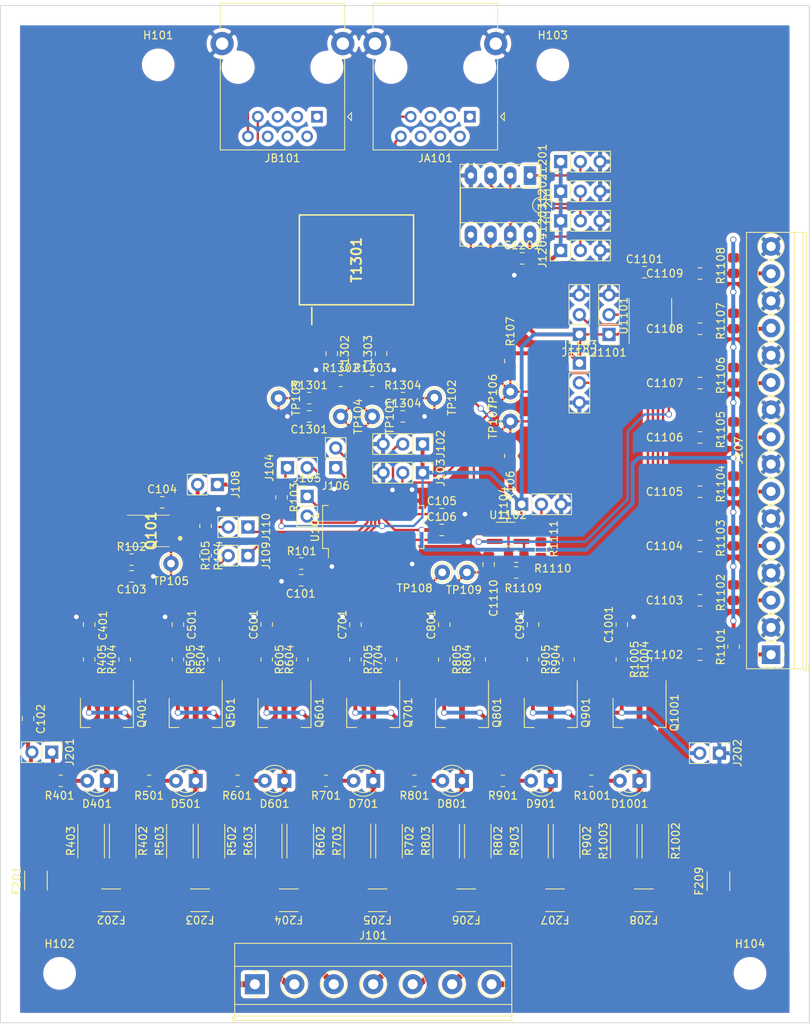
<source format=kicad_pcb>
(kicad_pcb (version 20171130) (host pcbnew 5.1.7-a382d34a8~87~ubuntu20.04.1)
  (title_block (title "Battery Monitoring Unit (BMU)") (date 2020-10-28) (rev 1.0) (company HTWG) (comment 1 EIB) (comment 2 "Yannick Pauly"))
  (layers (0 F.Cu signal) (31 B.Cu signal) (34 B.Paste user) (35 F.Paste user) (36 B.SilkS user) (37 F.SilkS user) (38 B.Mask user) (39 F.Mask user) (44 Edge.Cuts user))
  (net 0 "")
  (net 1 GND)
  (net 2 VCC)
  (net 3 V_Reg)
  (net 4 /C_6)
  (net 5 /C_5)
  (net 6 /C_4)
  (net 7 /C_3)
  (net 8 /C_2)
  (net 9 /C_1)
  (net 10 /C_0)
  (net 11 "Net-(D401-Pad2)")
  (net 12 "Net-(D401-Pad1)")
  (net 13 "Net-(D501-Pad2)")
  (net 14 "Net-(D501-Pad1)")
  (net 15 "Net-(D601-Pad2)")
  (net 16 "Net-(D601-Pad1)")
  (net 17 "Net-(D701-Pad2)")
  (net 18 "Net-(D701-Pad1)")
  (net 19 "Net-(D801-Pad2)")
  (net 20 "Net-(D801-Pad1)")
  (net 21 "Net-(D901-Pad2)")
  (net 22 "Net-(D901-Pad1)")
  (net 23 "Net-(D1001-Pad2)")
  (net 24 "Net-(D1001-Pad1)")
  (net 25 /Cell_5)
  (net 26 /Cell_4)
  (net 27 /Cell_3)
  (net 28 /Cell_2)
  (net 29 /Cell_1)
  (net 30 /isoSPI/isoSPI_IN+_Header)
  (net 31 /isoSPI/isoSPI_IN-_Header)
  (net 32 "Net-(JA101-Pad3)")
  (net 33 "Net-(JA101-Pad4)")
  (net 34 "Net-(JA101-Pad5)")
  (net 35 "Net-(JA101-Pad6)")
  (net 36 /isoSPI/isoSPI_OUT+_Header)
  (net 37 /isoSPI/isoSPI_OUT-_Header)
  (net 38 "Net-(JB101-Pad3)")
  (net 39 "Net-(JB101-Pad4)")
  (net 40 "Net-(JB101-Pad5)")
  (net 41 "Net-(JB101-Pad6)")
  (net 42 "GPIO4_(SCL)")
  (net 43 "GPIO3_(SDA)")
  (net 44 "GPIO1_(ADC)")
  (net 45 /BalanceFuses/FusedCell_6)
  (net 46 /BalanceFuses/FusedCell_0)
  (net 47 /BalanceFuses/FusedCell_5)
  (net 48 /S_6)
  (net 49 /BalanceFuses/FusedCell_4)
  (net 50 /S_5)
  (net 51 /BalanceFuses/FusedCell_3)
  (net 52 /S_4)
  (net 53 /BalanceFuses/FusedCell_2)
  (net 54 /S_3)
  (net 55 /BalanceFuses/FusedCell_1)
  (net 56 /S_2)
  (net 57 /S_1)
  (net 58 /S_0)
  (net 59 isoSPI+_OUT)
  (net 60 isoSPI-_OUT)
  (net 61 ISOMD)
  (net 62 DTEN)
  (net 63 DRIVE)
  (net 64 WDT)
  (net 65 "GPIO2_(ADC)")
  (net 66 ICMP)
  (net 67 IBIAS)
  (net 68 "Net-(U101-Pad2)")
  (net 69 V_Ref1)
  (net 70 V_Ref2)
  (net 71 /NTC_0)
  (net 72 /NTC_1)
  (net 73 /NTC_2)
  (net 74 /NTC_3)
  (net 75 /NTC_4)
  (net 76 /NTC_5)
  (net 77 /NTC_6)
  (net 78 /NTC_7)
  (net 79 "Net-(C1301-Pad1)")
  (net 80 "Net-(C1302-Pad1)")
  (net 81 +BATT)
  (net 82 -BATT)
  (net 83 /MUX_I2C/A0)
  (net 84 /MUX_I2C/A1)
  (net 85 /MUX_I2C/~RESET)
  (net 86 /MUX_I2C/~SHDN)
  (net 87 /EEPROM_I2C/A0)
  (net 88 /EEPROM_I2C/A1)
  (net 89 /EEPROM_I2C/A2)
  (net 90 /EEPROM_I2C/~ENABLE)
  (net 91 "Net-(JA101-Pad1)")
  (net 92 "Net-(JA101-Pad2)")
  (net 93 "Net-(JB101-Pad1)")
  (net 94 "Net-(JB101-Pad2)")
  (net 95 "Net-(Q101-Pad3)")
  (net 96 "Net-(R1109-Pad1)")
  (net 97 "Net-(T1301-Pad11)")
  (net 98 "Net-(T1301-Pad8)")
  (net 99 "Net-(U1101-Pad8)")
  (net 100 Serial_MISO)
  (net 101 Serial_MOSI)
  (net 102 Serial_CLK)
  (net 103 Serial_~CS)
  (net 104 "Net-(C104-Pad2)")
  (net 105 "Net-(C101-Pad2)")
  (net 106 "Net-(C1303-Pad2)")
  (net 107 "Net-(C1304-Pad1)")
  (net 108 "Net-(J104-Pad1)")
  (net 109 "Net-(J109-Pad2)")
  (net 110 "Net-(J110-Pad2)")
  (net 111 "Net-(R1110-Pad2)")
  (module Connector_PinHeader_2.54mm:PinHeader_1x02_P2.54mm_Vertical (layer F.Cu) (at 60.198 85.217 270)
    (fp_text reference J108 (at 0 -2.33 90) (layer F.SilkS))
    (fp_text value V_REG)
    (pad 2 thru_hole oval (at 0 2.54 270) (size 1.7 1.7) (drill 1) (layers *.Cu *.Mask) (net 104 "Net-(C104-Pad2)"))
    (pad 1 thru_hole rect (at 0 0 270) (size 1.7 1.7) (drill 1) (layers *.Cu *.Mask) (net 3 V_Reg))
  )
  (module MountingHole:MountingHole_3.2mm_M3_DIN965 (layer F.Cu) (at 128.778 148.082)
    (fp_text reference H104 (at 0 -3.8) (layer F.SilkS))
    (fp_text value MountingHole)
    (pad 1 np_thru_hole circle (at 0 0) (size 3.2 3.2) (drill 3.2) (layers *.Cu *.Mask))
  )
  (module MountingHole:MountingHole_3.2mm_M3_DIN965 (layer F.Cu) (at 103.378 31.242)
    (fp_text reference H103 (at 0 -3.8) (layer F.SilkS))
    (fp_text value MountingHole)
    (pad 1 np_thru_hole circle (at 0 0) (size 3.2 3.2) (drill 3.2) (layers *.Cu *.Mask))
  )
  (module MountingHole:MountingHole_3.2mm_M3_DIN965 (layer F.Cu) (at 39.878 148.082)
    (fp_text reference H102 (at 0 -3.8) (layer F.SilkS))
    (fp_text value MountingHole)
    (pad 1 np_thru_hole circle (at 0 0) (size 3.2 3.2) (drill 3.2) (layers *.Cu *.Mask))
  )
  (module MountingHole:MountingHole_3.2mm_M3_DIN965 (layer F.Cu) (at 52.578 31.242)
    (fp_text reference H101 (at 0 -3.8) (layer F.SilkS))
    (fp_text value MountingHole)
    (pad 1 np_thru_hole circle (at 0 0) (size 3.2 3.2) (drill 3.2) (layers *.Cu *.Mask))
  )
  (module Connector_PinHeader_2.54mm:PinHeader_1x02_P2.54mm_Vertical (layer F.Cu) (at 75.438 83.058 180)
    (fp_text reference J106 (at 0 -2.33) (layer F.SilkS))
    (fp_text value SerialInterface_0)
    (pad 2 thru_hole oval (at 0 2.54 180) (size 1.7 1.7) (drill 1) (layers *.Cu *.Mask) (net 101 Serial_MOSI))
    (pad 1 thru_hole rect (at 0 0 180) (size 1.7 1.7) (drill 1) (layers *.Cu *.Mask) (net 102 Serial_CLK))
  )
  (module Connector_PinHeader_2.54mm:PinHeader_1x02_P2.54mm_Vertical (layer F.Cu) (at 71.755 86.741)
    (fp_text reference J105 (at 0 -2.33) (layer F.SilkS))
    (fp_text value SerialInterface_1)
    (pad 2 thru_hole oval (at 0 2.54) (size 1.7 1.7) (drill 1) (layers *.Cu *.Mask) (net 103 Serial_~CS))
    (pad 1 thru_hole rect (at 0 0) (size 1.7 1.7) (drill 1) (layers *.Cu *.Mask) (net 100 Serial_MISO))
  )
  (module Connector_PinHeader_2.54mm:PinHeader_1x02_P2.54mm_Vertical (layer F.Cu) (at 69.215 83.058 90)
    (fp_text reference J104 (at 0 -2.33 90) (layer F.SilkS))
    (fp_text value WatchdogTimer)
    (pad 2 thru_hole oval (at 0 2.54 90) (size 1.7 1.7) (drill 1) (layers *.Cu *.Mask) (net 64 WDT))
    (pad 1 thru_hole rect (at 0 0 90) (size 1.7 1.7) (drill 1) (layers *.Cu *.Mask) (net 108 "Net-(J104-Pad1)"))
  )
  (module Resistor_SMD:R_0805_2012Metric_Pad1.20x1.40mm_HandSolder (layer F.Cu) (at 76.073 71.882)
    (fp_text reference R1302 (at 0 -1.65) (layer F.SilkS))
    (fp_text value 49.9)
    (pad 2 smd roundrect (at 1 0) (size 1.2 1.4) (layers F.Cu F.Paste F.Mask) (roundrect_rratio 0.208333) (net 60 isoSPI-_OUT))
    (pad 1 smd roundrect (at -1 0) (size 1.2 1.4) (layers F.Cu F.Paste F.Mask) (roundrect_rratio 0.208333) (net 79 "Net-(C1301-Pad1)"))
  )
  (module Connector_Pin:Pin_D1.0mm_L10.0mm (layer F.Cu) (at 76.073 76.454 90)
    (fp_text reference TP104 (at 0 2.25 90) (layer F.SilkS))
    (fp_text value TestPoint)
    (pad 1 thru_hole circle (at 0 0 90) (size 2 2) (drill 1) (layers *.Cu *.Mask) (net 60 isoSPI-_OUT))
  )
  (module Connector_Pin:Pin_D1.0mm_L10.0mm (layer F.Cu) (at 68.072 74.1045 90)
    (fp_text reference TP103 (at 0 2.25 90) (layer F.SilkS))
    (fp_text value TestPoint)
    (pad 1 thru_hole circle (at 0 0 90) (size 2 2) (drill 1) (layers *.Cu *.Mask) (net 59 isoSPI+_OUT))
  )
  (module Connector_Pin:Pin_D1.0mm_L10.0mm (layer F.Cu) (at 88.138 74.041 90)
    (fp_text reference TP102 (at 0 2.25 90) (layer F.SilkS))
    (fp_text value TestPoint)
    (pad 1 thru_hole circle (at 0 0 90) (size 2 2) (drill 1) (layers *.Cu *.Mask) (net 103 Serial_~CS))
  )
  (module Connector_Pin:Pin_D1.0mm_L10.0mm (layer F.Cu) (at 80.137 76.454 90)
    (fp_text reference TP101 (at 0 2.25 90) (layer F.SilkS))
    (fp_text value TestPoint)
    (pad 1 thru_hole circle (at 0 0 90) (size 2 2) (drill 1) (layers *.Cu *.Mask) (net 100 Serial_MISO))
  )
  (module HM2112ZNL:SOP200P1543X320-12N (layer F.Cu) (at 78.105 56.3245 90)
    (fp_text reference T1301 (at 0 0 90) (layer F.SilkS) (effects (font (size 1.27 1.27) (thickness 0.254))))
    (fp_text value HM2112ZNL hide)
    (pad 12 smd rect (at 7.225 -5 180) (size 0.8 2.2) (layers F.Cu F.Paste F.Mask) (net 36 /isoSPI/isoSPI_OUT+_Header))
    (pad 11 smd rect (at 7.225 -3 180) (size 0.8 2.2) (layers F.Cu F.Paste F.Mask) (net 97 "Net-(T1301-Pad11)"))
    (pad 10 smd rect (at 7.225 -1 180) (size 0.8 2.2) (layers F.Cu F.Paste F.Mask) (net 37 /isoSPI/isoSPI_OUT-_Header))
    (pad 9 smd rect (at 7.225 1 180) (size 0.8 2.2) (layers F.Cu F.Paste F.Mask) (net 30 /isoSPI/isoSPI_IN+_Header))
    (pad 8 smd rect (at 7.225 3 180) (size 0.8 2.2) (layers F.Cu F.Paste F.Mask) (net 98 "Net-(T1301-Pad8)"))
    (pad 7 smd rect (at 7.225 5 180) (size 0.8 2.2) (layers F.Cu F.Paste F.Mask) (net 31 /isoSPI/isoSPI_IN-_Header))
    (pad 6 smd rect (at -7.225 5 180) (size 0.8 2.2) (layers F.Cu F.Paste F.Mask) (net 103 Serial_~CS))
    (pad 5 smd rect (at -7.225 3 180) (size 0.8 2.2) (layers F.Cu F.Paste F.Mask) (net 106 "Net-(C1303-Pad2)"))
    (pad 4 smd rect (at -7.225 1 180) (size 0.8 2.2) (layers F.Cu F.Paste F.Mask) (net 100 Serial_MISO))
    (pad 3 smd rect (at -7.225 -1 180) (size 0.8 2.2) (layers F.Cu F.Paste F.Mask) (net 60 isoSPI-_OUT))
    (pad 2 smd rect (at -7.225 -3 180) (size 0.8 2.2) (layers F.Cu F.Paste F.Mask) (net 80 "Net-(C1302-Pad1)"))
    (pad 1 smd rect (at -7.225 -5 180) (size 0.8 2.2) (layers F.Cu F.Paste F.Mask) (net 59 isoSPI+_OUT))
  )
  (module Resistor_SMD:R_0805_2012Metric_Pad1.20x1.40mm_HandSolder (layer F.Cu) (at 84.074 74.1045)
    (fp_text reference R1304 (at 0 -1.65) (layer F.SilkS))
    (fp_text value 49.9)
    (pad 2 smd roundrect (at 1 0) (size 1.2 1.4) (layers F.Cu F.Paste F.Mask) (roundrect_rratio 0.208333) (net 103 Serial_~CS))
    (pad 1 smd roundrect (at -1 0) (size 1.2 1.4) (layers F.Cu F.Paste F.Mask) (roundrect_rratio 0.208333) (net 107 "Net-(C1304-Pad1)"))
  )
  (module Resistor_SMD:R_0805_2012Metric_Pad1.20x1.40mm_HandSolder (layer F.Cu) (at 80.121 71.882)
    (fp_text reference R1303 (at 0 -1.65) (layer F.SilkS))
    (fp_text value 49.9)
    (pad 2 smd roundrect (at 1 0) (size 1.2 1.4) (layers F.Cu F.Paste F.Mask) (roundrect_rratio 0.208333) (net 107 "Net-(C1304-Pad1)"))
    (pad 1 smd roundrect (at -1 0) (size 1.2 1.4) (layers F.Cu F.Paste F.Mask) (roundrect_rratio 0.208333) (net 100 Serial_MISO))
  )
  (module Resistor_SMD:R_0805_2012Metric_Pad1.20x1.40mm_HandSolder (layer F.Cu) (at 72.025 74.1045)
    (fp_text reference R1301 (at 0 -1.65) (layer F.SilkS))
    (fp_text value 49.9)
    (pad 2 smd roundrect (at 1 0) (size 1.2 1.4) (layers F.Cu F.Paste F.Mask) (roundrect_rratio 0.208333) (net 79 "Net-(C1301-Pad1)"))
    (pad 1 smd roundrect (at -1 0) (size 1.2 1.4) (layers F.Cu F.Paste F.Mask) (roundrect_rratio 0.208333) (net 59 isoSPI+_OUT))
  )
  (module Capacitor_SMD:C_0805_2012Metric_Pad1.18x1.45mm_HandSolder (layer F.Cu) (at 81.28 68.3895 90)
    (fp_text reference C1303 (at 0 -1.68 90) (layer F.SilkS))
    (fp_text value 10nF)
    (pad 2 smd roundrect (at 1.0375 0 90) (size 1.175 1.45) (layers F.Cu F.Paste F.Mask) (roundrect_rratio 0.212766) (net 106 "Net-(C1303-Pad2)"))
    (pad 1 smd roundrect (at -1.0375 0 90) (size 1.175 1.45) (layers F.Cu F.Paste F.Mask) (roundrect_rratio 0.212766) (net 1 GND))
  )
  (module Capacitor_SMD:C_0805_2012Metric_Pad1.18x1.45mm_HandSolder (layer F.Cu) (at 74.93 68.3895 270)
    (fp_text reference C1302 (at 0 -1.68 90) (layer F.SilkS))
    (fp_text value 10nF)
    (pad 2 smd roundrect (at 1.0375 0 270) (size 1.175 1.45) (layers F.Cu F.Paste F.Mask) (roundrect_rratio 0.212766) (net 1 GND))
    (pad 1 smd roundrect (at -1.0375 0 270) (size 1.175 1.45) (layers F.Cu F.Paste F.Mask) (roundrect_rratio 0.212766) (net 80 "Net-(C1302-Pad1)"))
  )
  (module Capacitor_SMD:C_0805_2012Metric_Pad1.18x1.45mm_HandSolder (layer F.Cu) (at 84.074 76.454)
    (fp_text reference C1304 (at 0 -1.68) (layer F.SilkS))
    (fp_text value 10nF)
    (pad 2 smd roundrect (at 1.0375 0) (size 1.175 1.45) (layers F.Cu F.Paste F.Mask) (roundrect_rratio 0.212766) (net 1 GND))
    (pad 1 smd roundrect (at -1.0375 0) (size 1.175 1.45) (layers F.Cu F.Paste F.Mask) (roundrect_rratio 0.212766) (net 107 "Net-(C1304-Pad1)"))
  )
  (module Capacitor_SMD:C_0805_2012Metric_Pad1.18x1.45mm_HandSolder (layer F.Cu) (at 72.009 76.454 180)
    (fp_text reference C1301 (at 0 -1.68) (layer F.SilkS))
    (fp_text value 10nF)
    (pad 2 smd roundrect (at 1.0375 0 180) (size 1.175 1.45) (layers F.Cu F.Paste F.Mask) (roundrect_rratio 0.212766) (net 1 GND))
    (pad 1 smd roundrect (at -1.0375 0 180) (size 1.175 1.45) (layers F.Cu F.Paste F.Mask) (roundrect_rratio 0.212766) (net 79 "Net-(C1301-Pad1)"))
  )
  (module mylib:RJ45_C (layer F.Cu) (at 92.71 37.9095 180)
    (fp_text reference JA101 (at 4.445 -5.34) (layer F.SilkS))
    (fp_text value isoSPI_IN)
    (pad "" np_thru_hole circle (at 10.16 6.35) (size 3.25 3.25) (drill 3.25) (layers *.Cu *.Mask))
    (pad SH thru_hole circle (at 12.215 9.4) (size 3 3) (drill 1.6) (layers *.Cu *.Mask) (net 1 GND))
    (pad "" np_thru_hole circle (at -1.27 6.35 180) (size 3.25 3.25) (drill 3.25) (layers *.Cu *.Mask))
    (pad 3 thru_hole circle (at 2.54 0) (size 1.5 1.5) (drill 0.9) (layers *.Cu *.Mask) (net 32 "Net-(JA101-Pad3)"))
    (pad 5 thru_hole circle (at 5.08 0) (size 1.5 1.5) (drill 0.9) (layers *.Cu *.Mask) (net 34 "Net-(JA101-Pad5)"))
    (pad 4 thru_hole circle (at 3.81 -2.54) (size 1.5 1.5) (drill 0.9) (layers *.Cu *.Mask) (net 33 "Net-(JA101-Pad4)"))
    (pad 7 thru_hole circle (at 7.62 0) (size 1.5 1.5) (drill 0.9) (layers *.Cu *.Mask) (net 30 /isoSPI/isoSPI_IN+_Header))
    (pad 1 thru_hole rect (at 0 0) (size 1.5 1.5) (drill 0.9) (layers *.Cu *.Mask) (net 91 "Net-(JA101-Pad1)"))
    (pad 2 thru_hole circle (at 1.27 -2.54) (size 1.5 1.5) (drill 0.9) (layers *.Cu *.Mask) (net 92 "Net-(JA101-Pad2)"))
    (pad SH thru_hole circle (at -3.325 9.4 180) (size 3 3) (drill 1.6) (layers *.Cu *.Mask) (net 1 GND))
    (pad 8 thru_hole circle (at 8.89 -2.54) (size 1.5 1.5) (drill 0.9) (layers *.Cu *.Mask) (net 31 /isoSPI/isoSPI_IN-_Header))
    (pad 6 thru_hole circle (at 6.35 -2.54) (size 1.5 1.5) (drill 0.9) (layers *.Cu *.Mask) (net 35 "Net-(JA101-Pad6)"))
  )
  (module mylib:RJ45_C (layer F.Cu) (at 73.025 37.9095 180)
    (fp_text reference JB101 (at 4.445 -5.34) (layer F.SilkS))
    (fp_text value isoSPI_OUT)
    (pad "" np_thru_hole circle (at 10.16 6.35) (size 3.25 3.25) (drill 3.25) (layers *.Cu *.Mask))
    (pad SH thru_hole circle (at 12.215 9.4) (size 3 3) (drill 1.6) (layers *.Cu *.Mask) (net 1 GND))
    (pad "" np_thru_hole circle (at -1.27 6.35 180) (size 3.25 3.25) (drill 3.25) (layers *.Cu *.Mask))
    (pad 3 thru_hole circle (at 2.54 0) (size 1.5 1.5) (drill 0.9) (layers *.Cu *.Mask) (net 38 "Net-(JB101-Pad3)"))
    (pad 5 thru_hole circle (at 5.08 0) (size 1.5 1.5) (drill 0.9) (layers *.Cu *.Mask) (net 40 "Net-(JB101-Pad5)"))
    (pad 4 thru_hole circle (at 3.81 -2.54) (size 1.5 1.5) (drill 0.9) (layers *.Cu *.Mask) (net 39 "Net-(JB101-Pad4)"))
    (pad 7 thru_hole circle (at 7.62 0) (size 1.5 1.5) (drill 0.9) (layers *.Cu *.Mask) (net 36 /isoSPI/isoSPI_OUT+_Header))
    (pad 1 thru_hole rect (at 0 0) (size 1.5 1.5) (drill 0.9) (layers *.Cu *.Mask) (net 93 "Net-(JB101-Pad1)"))
    (pad 2 thru_hole circle (at 1.27 -2.54) (size 1.5 1.5) (drill 0.9) (layers *.Cu *.Mask) (net 94 "Net-(JB101-Pad2)"))
    (pad SH thru_hole circle (at -3.325 9.4 180) (size 3 3) (drill 1.6) (layers *.Cu *.Mask) (net 1 GND))
    (pad 8 thru_hole circle (at 8.89 -2.54) (size 1.5 1.5) (drill 0.9) (layers *.Cu *.Mask) (net 37 /isoSPI/isoSPI_OUT-_Header))
    (pad 6 thru_hole circle (at 6.35 -2.54) (size 1.5 1.5) (drill 0.9) (layers *.Cu *.Mask) (net 41 "Net-(JB101-Pad6)"))
  )
  (module Capacitor_SMD:C_0805_2012Metric_Pad1.18x1.45mm_HandSolder (layer F.Cu) (at 43.688 103.2295 90)
    (fp_text reference C401 (at -0.127 1.778 90) (layer F.SilkS))
    (fp_text value 10nF/30V)
    (pad 2 smd roundrect (at 1.0375 0 90) (size 1.175 1.45) (layers F.Cu F.Paste F.Mask) (roundrect_rratio 0.212766) (net 1 GND))
    (pad 1 smd roundrect (at -1.0375 0 90) (size 1.175 1.45) (layers F.Cu F.Paste F.Mask) (roundrect_rratio 0.212766) (net 4 /C_6))
  )
  (module Package_TO_SOT_SMD:SOT-223-3_TabPin2 (layer F.Cu) (at 45.974 114.554 270)
    (fp_text reference Q401 (at 0 -4.5 90) (layer F.SilkS))
    (fp_text value PZT2222A)
    (pad 1 smd rect (at -3.15 -2.3 270) (size 2 1.5) (layers F.Cu F.Paste F.Mask) (net 48 /S_6))
    (pad 3 smd rect (at -3.15 2.3 270) (size 2 1.5) (layers F.Cu F.Paste F.Mask) (net 47 /BalanceFuses/FusedCell_5))
    (pad 2 smd rect (at -3.15 0 270) (size 2 1.5) (layers F.Cu F.Paste F.Mask) (net 12 "Net-(D401-Pad1)"))
    (pad 2 smd rect (at 3.15 0 270) (size 2 3.8) (layers F.Cu F.Paste F.Mask) (net 12 "Net-(D401-Pad1)"))
  )
  (module Resistor_SMD:R_0805_2012Metric_Pad1.20x1.40mm_HandSolder (layer F.Cu) (at 43.688 107.712 270)
    (fp_text reference R405 (at 0 -1.65 90) (layer F.SilkS))
    (fp_text value 100)
    (pad 2 smd roundrect (at 1 0 270) (size 1.2 1.4) (layers F.Cu F.Paste F.Mask) (roundrect_rratio 0.208333) (net 47 /BalanceFuses/FusedCell_5))
    (pad 1 smd roundrect (at -1 0 270) (size 1.2 1.4) (layers F.Cu F.Paste F.Mask) (roundrect_rratio 0.208333) (net 4 /C_6))
  )
  (module Resistor_SMD:R_2512_6332Metric_Pad1.40x3.35mm_HandSolder (layer F.Cu) (at 55.372 131.064 90)
    (fp_text reference R503 (at 0 -2.62 90) (layer F.SilkS))
    (fp_text value R_Dis)
    (pad 2 smd roundrect (at 3.05 0 90) (size 1.4 3.35) (layers F.Cu F.Paste F.Mask) (roundrect_rratio 0.178571) (net 14 "Net-(D501-Pad1)"))
    (pad 1 smd roundrect (at -3.05 0 90) (size 1.4 3.35) (layers F.Cu F.Paste F.Mask) (roundrect_rratio 0.178571) (net 47 /BalanceFuses/FusedCell_5))
  )
  (module Resistor_SMD:R_2512_6332Metric_Pad1.40x3.35mm_HandSolder (layer F.Cu) (at 59.436 131.064 270)
    (fp_text reference R502 (at 0 -2.62 90) (layer F.SilkS))
    (fp_text value R_Dis)
    (pad 2 smd roundrect (at 3.05 0 270) (size 1.4 3.35) (layers F.Cu F.Paste F.Mask) (roundrect_rratio 0.178571) (net 47 /BalanceFuses/FusedCell_5))
    (pad 1 smd roundrect (at -3.05 0 270) (size 1.4 3.35) (layers F.Cu F.Paste F.Mask) (roundrect_rratio 0.178571) (net 14 "Net-(D501-Pad1)"))
  )
  (module Resistor_SMD:R_0805_2012Metric_Pad1.20x1.40mm_HandSolder (layer F.Cu) (at 48.26 107.712 90)
    (fp_text reference R404 (at 0 -1.65 90) (layer F.SilkS))
    (fp_text value 1k)
    (pad 2 smd roundrect (at 1 0 90) (size 1.2 1.4) (layers F.Cu F.Paste F.Mask) (roundrect_rratio 0.208333) (net 47 /BalanceFuses/FusedCell_5))
    (pad 1 smd roundrect (at -1 0 90) (size 1.2 1.4) (layers F.Cu F.Paste F.Mask) (roundrect_rratio 0.208333) (net 48 /S_6))
  )
  (module Resistor_SMD:R_0805_2012Metric_Pad1.20x1.40mm_HandSolder (layer F.Cu) (at 58.674 94.361 270)
    (fp_text reference R104 (at 0 -1.65 90) (layer F.SilkS))
    (fp_text value 1k)
    (pad 2 smd roundrect (at 1 0 270) (size 1.2 1.4) (layers F.Cu F.Paste F.Mask) (roundrect_rratio 0.208333) (net 109 "Net-(J109-Pad2)"))
    (pad 1 smd roundrect (at -1 0 270) (size 1.2 1.4) (layers F.Cu F.Paste F.Mask) (roundrect_rratio 0.208333) (net 110 "Net-(J110-Pad2)"))
  )
  (module Resistor_SMD:R_0805_2012Metric_Pad1.20x1.40mm_HandSolder (layer F.Cu) (at 58.674 90.551 270)
    (fp_text reference R105 (at 3.81 0 90) (layer F.SilkS))
    (fp_text value 1k)
    (pad 2 smd roundrect (at 1 0 270) (size 1.2 1.4) (layers F.Cu F.Paste F.Mask) (roundrect_rratio 0.208333) (net 110 "Net-(J110-Pad2)"))
    (pad 1 smd roundrect (at -1 0 270) (size 1.2 1.4) (layers F.Cu F.Paste F.Mask) (roundrect_rratio 0.208333) (net 1 GND))
  )
  (module Connector_PinHeader_2.54mm:PinHeader_1x02_P2.54mm_Vertical (layer F.Cu) (at 64.135 94.361 270)
    (fp_text reference J109 (at 0 -2.33 90) (layer F.SilkS))
    (fp_text value I_BIAS)
    (pad 2 thru_hole oval (at 0 2.54 270) (size 1.7 1.7) (drill 1) (layers *.Cu *.Mask) (net 109 "Net-(J109-Pad2)"))
    (pad 1 thru_hole rect (at 0 0 270) (size 1.7 1.7) (drill 1) (layers *.Cu *.Mask) (net 67 IBIAS))
  )
  (module Connector_PinHeader_2.54mm:PinHeader_1x02_P2.54mm_Vertical (layer F.Cu) (at 64.135 90.678 270)
    (fp_text reference J110 (at 0 -2.33 90) (layer F.SilkS))
    (fp_text value I_CMP)
    (pad 2 thru_hole oval (at 0 2.54 270) (size 1.7 1.7) (drill 1) (layers *.Cu *.Mask) (net 110 "Net-(J110-Pad2)"))
    (pad 1 thru_hole rect (at 0 0 270) (size 1.7 1.7) (drill 1) (layers *.Cu *.Mask) (net 66 ICMP))
  )
  (module Connector_PinHeader_2.54mm:PinHeader_1x03_P2.54mm_Vertical (layer F.Cu) (at 104.394 51.308 90)
    (fp_text reference J1203 (at 0 -2.33 90) (layer F.SilkS))
    (fp_text value EEPROM_A2)
    (pad 3 thru_hole oval (at 0 5.08 90) (size 1.7 1.7) (drill 1) (layers *.Cu *.Mask) (net 1 GND))
    (pad 2 thru_hole oval (at 0 2.54 90) (size 1.7 1.7) (drill 1) (layers *.Cu *.Mask) (net 89 /EEPROM_I2C/A2))
    (pad 1 thru_hole rect (at 0 0 90) (size 1.7 1.7) (drill 1) (layers *.Cu *.Mask) (net 3 V_Reg))
  )
  (module Package_TO_SOT_SMD:SOT-223-3_TabPin2 (layer F.Cu) (at 114.554 114.554 270)
    (fp_text reference Q1001 (at 0 -4.5 90) (layer F.SilkS))
    (fp_text value PZT2222A)
    (pad 1 smd rect (at -3.15 -2.3 270) (size 2 1.5) (layers F.Cu F.Paste F.Mask) (net 58 /S_0))
    (pad 3 smd rect (at -3.15 2.3 270) (size 2 1.5) (layers F.Cu F.Paste F.Mask) (net 46 /BalanceFuses/FusedCell_0))
    (pad 2 smd rect (at -3.15 0 270) (size 2 1.5) (layers F.Cu F.Paste F.Mask) (net 24 "Net-(D1001-Pad1)"))
    (pad 2 smd rect (at 3.15 0 270) (size 2 3.8) (layers F.Cu F.Paste F.Mask) (net 24 "Net-(D1001-Pad1)"))
  )
  (module Package_TO_SOT_SMD:SOT-223-3_TabPin2 (layer F.Cu) (at 103.124 114.554 270)
    (fp_text reference Q901 (at 0 -4.5 90) (layer F.SilkS))
    (fp_text value PZT2222A)
    (pad 1 smd rect (at -3.15 -2.3 270) (size 2 1.5) (layers F.Cu F.Paste F.Mask) (net 57 /S_1))
    (pad 3 smd rect (at -3.15 2.3 270) (size 2 1.5) (layers F.Cu F.Paste F.Mask) (net 46 /BalanceFuses/FusedCell_0))
    (pad 2 smd rect (at -3.15 0 270) (size 2 1.5) (layers F.Cu F.Paste F.Mask) (net 22 "Net-(D901-Pad1)"))
    (pad 2 smd rect (at 3.15 0 270) (size 2 3.8) (layers F.Cu F.Paste F.Mask) (net 22 "Net-(D901-Pad1)"))
  )
  (module Package_TO_SOT_SMD:SOT-223-3_TabPin2 (layer F.Cu) (at 91.694 114.554 270)
    (fp_text reference Q801 (at 0 -4.5 90) (layer F.SilkS))
    (fp_text value PZT2222A)
    (pad 1 smd rect (at -3.15 -2.3 270) (size 2 1.5) (layers F.Cu F.Paste F.Mask) (net 56 /S_2))
    (pad 3 smd rect (at -3.15 2.3 270) (size 2 1.5) (layers F.Cu F.Paste F.Mask) (net 55 /BalanceFuses/FusedCell_1))
    (pad 2 smd rect (at -3.15 0 270) (size 2 1.5) (layers F.Cu F.Paste F.Mask) (net 20 "Net-(D801-Pad1)"))
    (pad 2 smd rect (at 3.15 0 270) (size 2 3.8) (layers F.Cu F.Paste F.Mask) (net 20 "Net-(D801-Pad1)"))
  )
  (module Package_TO_SOT_SMD:SOT-223-3_TabPin2 (layer F.Cu) (at 80.264 114.554 270)
    (fp_text reference Q701 (at 0 -4.5 90) (layer F.SilkS))
    (fp_text value PZT2222A)
    (pad 1 smd rect (at -3.15 -2.3 270) (size 2 1.5) (layers F.Cu F.Paste F.Mask) (net 54 /S_3))
    (pad 3 smd rect (at -3.15 2.3 270) (size 2 1.5) (layers F.Cu F.Paste F.Mask) (net 53 /BalanceFuses/FusedCell_2))
    (pad 2 smd rect (at -3.15 0 270) (size 2 1.5) (layers F.Cu F.Paste F.Mask) (net 18 "Net-(D701-Pad1)"))
    (pad 2 smd rect (at 3.15 0 270) (size 2 3.8) (layers F.Cu F.Paste F.Mask) (net 18 "Net-(D701-Pad1)"))
  )
  (module Package_TO_SOT_SMD:SOT-223-3_TabPin2 (layer F.Cu) (at 68.834 114.554 270)
    (fp_text reference Q601 (at 0 -4.5 90) (layer F.SilkS))
    (fp_text value PZT2222A)
    (pad 1 smd rect (at -3.15 -2.3 270) (size 2 1.5) (layers F.Cu F.Paste F.Mask) (net 52 /S_4))
    (pad 3 smd rect (at -3.15 2.3 270) (size 2 1.5) (layers F.Cu F.Paste F.Mask) (net 51 /BalanceFuses/FusedCell_3))
    (pad 2 smd rect (at -3.15 0 270) (size 2 1.5) (layers F.Cu F.Paste F.Mask) (net 16 "Net-(D601-Pad1)"))
    (pad 2 smd rect (at 3.15 0 270) (size 2 3.8) (layers F.Cu F.Paste F.Mask) (net 16 "Net-(D601-Pad1)"))
  )
  (module Package_TO_SOT_SMD:SOT-223-3_TabPin2 (layer F.Cu) (at 57.404 114.554 270)
    (fp_text reference Q501 (at 0 -4.5 90) (layer F.SilkS))
    (fp_text value PZT2222A)
    (pad 1 smd rect (at -3.15 -2.3 270) (size 2 1.5) (layers F.Cu F.Paste F.Mask) (net 50 /S_5))
    (pad 3 smd rect (at -3.15 2.3 270) (size 2 1.5) (layers F.Cu F.Paste F.Mask) (net 49 /BalanceFuses/FusedCell_4))
    (pad 2 smd rect (at -3.15 0 270) (size 2 1.5) (layers F.Cu F.Paste F.Mask) (net 14 "Net-(D501-Pad1)"))
    (pad 2 smd rect (at 3.15 0 270) (size 2 3.8) (layers F.Cu F.Paste F.Mask) (net 14 "Net-(D501-Pad1)"))
  )
  (module Connector_PinHeader_2.54mm:PinHeader_1x03_P2.54mm_Vertical (layer F.Cu) (at 104.394 55.118 90)
    (fp_text reference J1204 (at 0 -2.33 90) (layer F.SilkS))
    (fp_text value EEPROM_~ENABLE)
    (pad 3 thru_hole oval (at 0 5.08 90) (size 1.7 1.7) (drill 1) (layers *.Cu *.Mask) (net 1 GND))
    (pad 2 thru_hole oval (at 0 2.54 90) (size 1.7 1.7) (drill 1) (layers *.Cu *.Mask) (net 90 /EEPROM_I2C/~ENABLE))
    (pad 1 thru_hole rect (at 0 0 90) (size 1.7 1.7) (drill 1) (layers *.Cu *.Mask) (net 3 V_Reg))
  )
  (module Connector_PinHeader_2.54mm:PinHeader_1x03_P2.54mm_Vertical (layer F.Cu) (at 104.394 47.498 90)
    (fp_text reference J1202 (at 0 -2.33 90) (layer F.SilkS))
    (fp_text value EEPROM_A1)
    (pad 3 thru_hole oval (at 0 5.08 90) (size 1.7 1.7) (drill 1) (layers *.Cu *.Mask) (net 1 GND))
    (pad 2 thru_hole oval (at 0 2.54 90) (size 1.7 1.7) (drill 1) (layers *.Cu *.Mask) (net 88 /EEPROM_I2C/A1))
    (pad 1 thru_hole rect (at 0 0 90) (size 1.7 1.7) (drill 1) (layers *.Cu *.Mask) (net 3 V_Reg))
  )
  (module Connector_PinHeader_2.54mm:PinHeader_1x03_P2.54mm_Vertical (layer F.Cu) (at 104.394 43.688 90)
    (fp_text reference J1201 (at 0 -2.33 90) (layer F.SilkS))
    (fp_text value EEPROM_A0)
    (pad 3 thru_hole oval (at 0 5.08 90) (size 1.7 1.7) (drill 1) (layers *.Cu *.Mask) (net 1 GND))
    (pad 2 thru_hole oval (at 0 2.54 90) (size 1.7 1.7) (drill 1) (layers *.Cu *.Mask) (net 87 /EEPROM_I2C/A0))
    (pad 1 thru_hole rect (at 0 0 90) (size 1.7 1.7) (drill 1) (layers *.Cu *.Mask) (net 3 V_Reg))
  )
  (module Connector_PinHeader_2.54mm:PinHeader_1x03_P2.54mm_Vertical (layer F.Cu) (at 99.3775 87.757 90)
    (fp_text reference J1104 (at 0 -2.33 90) (layer F.SilkS))
    (fp_text value Temp_~SHDN)
    (pad 1 thru_hole rect (at 0 0 90) (size 1.7 1.7) (drill 1) (layers *.Cu *.Mask) (net 3 V_Reg))
    (pad 2 thru_hole oval (at 0 2.54 90) (size 1.7 1.7) (drill 1) (layers *.Cu *.Mask) (net 86 /MUX_I2C/~SHDN))
    (pad 3 thru_hole oval (at 0 5.08 90) (size 1.7 1.7) (drill 1) (layers *.Cu *.Mask) (net 1 GND))
  )
  (module Connector_PinHeader_2.54mm:PinHeader_1x03_P2.54mm_Vertical (layer F.Cu) (at 106.807 69.596)
    (fp_text reference J1103 (at 0 -2.33) (layer F.SilkS))
    (fp_text value Temp_~RESET)
    (pad 3 thru_hole oval (at 0 5.08) (size 1.7 1.7) (drill 1) (layers *.Cu *.Mask) (net 1 GND))
    (pad 2 thru_hole oval (at 0 2.54) (size 1.7 1.7) (drill 1) (layers *.Cu *.Mask) (net 85 /MUX_I2C/~RESET))
    (pad 1 thru_hole rect (at 0 0) (size 1.7 1.7) (drill 1) (layers *.Cu *.Mask) (net 3 V_Reg))
  )
  (module Connector_PinHeader_2.54mm:PinHeader_1x03_P2.54mm_Vertical (layer F.Cu) (at 106.807 65.913 180)
    (fp_text reference J1102 (at 0 -2.33) (layer F.SilkS))
    (fp_text value Temp_A1)
    (pad 3 thru_hole oval (at 0 5.08 180) (size 1.7 1.7) (drill 1) (layers *.Cu *.Mask) (net 1 GND))
    (pad 2 thru_hole oval (at 0 2.54 180) (size 1.7 1.7) (drill 1) (layers *.Cu *.Mask) (net 84 /MUX_I2C/A1))
    (pad 1 thru_hole rect (at 0 0 180) (size 1.7 1.7) (drill 1) (layers *.Cu *.Mask) (net 3 V_Reg))
  )
  (module Connector_PinHeader_2.54mm:PinHeader_1x03_P2.54mm_Vertical (layer F.Cu) (at 110.617 65.913 180)
    (fp_text reference J1101 (at 0 -2.33) (layer F.SilkS))
    (fp_text value Temp_A0)
    (pad 3 thru_hole oval (at 0 5.08 180) (size 1.7 1.7) (drill 1) (layers *.Cu *.Mask) (net 1 GND))
    (pad 2 thru_hole oval (at 0 2.54 180) (size 1.7 1.7) (drill 1) (layers *.Cu *.Mask) (net 83 /MUX_I2C/A0))
    (pad 1 thru_hole rect (at 0 0 180) (size 1.7 1.7) (drill 1) (layers *.Cu *.Mask) (net 3 V_Reg))
  )
  (module Connector_PinHeader_2.54mm:PinHeader_1x02_P2.54mm_Vertical (layer F.Cu) (at 124.841 119.761 270)
    (fp_text reference J202 (at 0 -2.33 90) (layer F.SilkS))
    (fp_text value FusedBATT-)
    (pad 1 thru_hole rect (at 0 0 270) (size 1.7 1.7) (drill 1) (layers *.Cu *.Mask) (net 1 GND))
    (pad 2 thru_hole oval (at 0 2.54 270) (size 1.7 1.7) (drill 1) (layers *.Cu *.Mask) (net 46 /BalanceFuses/FusedCell_0))
  )
  (module Connector_PinHeader_2.54mm:PinHeader_1x02_P2.54mm_Vertical (layer F.Cu) (at 38.862 119.634 270)
    (fp_text reference J201 (at 0 -2.33 90) (layer F.SilkS))
    (fp_text value FusedBATT+)
    (pad 1 thru_hole rect (at 0 0 270) (size 1.7 1.7) (drill 1) (layers *.Cu *.Mask) (net 45 /BalanceFuses/FusedCell_6))
    (pad 2 thru_hole oval (at 0 2.54 270) (size 1.7 1.7) (drill 1) (layers *.Cu *.Mask) (net 2 VCC))
  )
  (module Connector_PinHeader_2.54mm:PinHeader_1x03_P2.54mm_Vertical (layer F.Cu) (at 86.614 83.693 270)
    (fp_text reference J103 (at 0 -2.33 90) (layer F.SilkS))
    (fp_text value DischargeTimer)
    (pad 3 thru_hole oval (at 0 5.08 270) (size 1.7 1.7) (drill 1) (layers *.Cu *.Mask) (net 1 GND))
    (pad 2 thru_hole oval (at 0 2.54 270) (size 1.7 1.7) (drill 1) (layers *.Cu *.Mask) (net 62 DTEN))
    (pad 1 thru_hole rect (at 0 0 270) (size 1.7 1.7) (drill 1) (layers *.Cu *.Mask) (net 3 V_Reg))
  )
  (module Connector_PinHeader_2.54mm:PinHeader_1x03_P2.54mm_Vertical (layer F.Cu) (at 86.614 80.01 270)
    (fp_text reference J102 (at 0 -2.33 90) (layer F.SilkS))
    (fp_text value isoSPI/SPI)
    (pad 3 thru_hole oval (at 0 5.08 270) (size 1.7 1.7) (drill 1) (layers *.Cu *.Mask) (net 1 GND))
    (pad 2 thru_hole oval (at 0 2.54 270) (size 1.7 1.7) (drill 1) (layers *.Cu *.Mask) (net 61 ISOMD))
    (pad 1 thru_hole rect (at 0 0 270) (size 1.7 1.7) (drill 1) (layers *.Cu *.Mask) (net 3 V_Reg))
  )
  (module Fuse:Fuse_Littelfuse-NANO2-451_453 (layer F.Cu) (at 124.714 136.229 90)
    (fp_text reference F209 (at 0 -2.5 90 unlocked) (layer F.SilkS))
    (fp_text value Fuse_0.5A)
    (pad 2 smd rect (at 2.455 0 90) (size 1.96 3.15) (layers F.Cu F.Paste F.Mask) (net 1 GND))
    (pad 1 smd rect (at -2.455 0 90) (size 1.96 3.15) (layers F.Cu F.Paste F.Mask) (net 82 -BATT))
  )
  (module Fuse:Fuse_Littelfuse-NANO2-451_453 (layer F.Cu) (at 115.104 138.684 180)
    (fp_text reference F208 (at 0 -2.5 180 unlocked) (layer F.SilkS))
    (fp_text value Fuse_0.25A)
    (pad 2 smd rect (at 2.455 0 180) (size 1.96 3.15) (layers F.Cu F.Paste F.Mask) (net 46 /BalanceFuses/FusedCell_0))
    (pad 1 smd rect (at -2.455 0 180) (size 1.96 3.15) (layers F.Cu F.Paste F.Mask) (net 82 -BATT))
  )
  (module Fuse:Fuse_Littelfuse-NANO2-451_453 (layer F.Cu) (at 103.674 138.684 180)
    (fp_text reference F207 (at 0 -2.5 180 unlocked) (layer F.SilkS))
    (fp_text value Fuse_0.25A)
    (pad 2 smd rect (at 2.455 0 180) (size 1.96 3.15) (layers F.Cu F.Paste F.Mask) (net 55 /BalanceFuses/FusedCell_1))
    (pad 1 smd rect (at -2.455 0 180) (size 1.96 3.15) (layers F.Cu F.Paste F.Mask) (net 29 /Cell_1))
  )
  (module Fuse:Fuse_Littelfuse-NANO2-451_453 (layer F.Cu) (at 92.244 138.684 180)
    (fp_text reference F206 (at 0 -2.5 180 unlocked) (layer F.SilkS))
    (fp_text value Fuse_0.25A)
    (pad 2 smd rect (at 2.455 0 180) (size 1.96 3.15) (layers F.Cu F.Paste F.Mask) (net 53 /BalanceFuses/FusedCell_2))
    (pad 1 smd rect (at -2.455 0 180) (size 1.96 3.15) (layers F.Cu F.Paste F.Mask) (net 28 /Cell_2))
  )
  (module Fuse:Fuse_Littelfuse-NANO2-451_453 (layer F.Cu) (at 80.814 138.684 180)
    (fp_text reference F205 (at 0 -2.5 180 unlocked) (layer F.SilkS))
    (fp_text value Fuse_0.25A)
    (pad 2 smd rect (at 2.455 0 180) (size 1.96 3.15) (layers F.Cu F.Paste F.Mask) (net 51 /BalanceFuses/FusedCell_3))
    (pad 1 smd rect (at -2.455 0 180) (size 1.96 3.15) (layers F.Cu F.Paste F.Mask) (net 27 /Cell_3))
  )
  (module Fuse:Fuse_Littelfuse-NANO2-451_453 (layer F.Cu) (at 69.384 138.684 180)
    (fp_text reference F204 (at 0 -2.5 180 unlocked) (layer F.SilkS))
    (fp_text value Fuse_0.25A)
    (pad 2 smd rect (at 2.455 0 180) (size 1.96 3.15) (layers F.Cu F.Paste F.Mask) (net 49 /BalanceFuses/FusedCell_4))
    (pad 1 smd rect (at -2.455 0 180) (size 1.96 3.15) (layers F.Cu F.Paste F.Mask) (net 26 /Cell_4))
  )
  (module Fuse:Fuse_Littelfuse-NANO2-451_453 (layer F.Cu) (at 57.954 138.684 180)
    (fp_text reference F203 (at 0 -2.5 180 unlocked) (layer F.SilkS))
    (fp_text value Fuse_0.25A)
    (pad 2 smd rect (at 2.455 0 180) (size 1.96 3.15) (layers F.Cu F.Paste F.Mask) (net 47 /BalanceFuses/FusedCell_5))
    (pad 1 smd rect (at -2.455 0 180) (size 1.96 3.15) (layers F.Cu F.Paste F.Mask) (net 25 /Cell_5))
  )
  (module Fuse:Fuse_Littelfuse-NANO2-451_453 (layer F.Cu) (at 46.524 138.684 180)
    (fp_text reference F202 (at 0 -2.5 180 unlocked) (layer F.SilkS))
    (fp_text value Fuse_0.25A)
    (pad 2 smd rect (at 2.455 0 180) (size 1.96 3.15) (layers F.Cu F.Paste F.Mask) (net 45 /BalanceFuses/FusedCell_6))
    (pad 1 smd rect (at -2.455 0 180) (size 1.96 3.15) (layers F.Cu F.Paste F.Mask) (net 81 +BATT))
  )
  (module Fuse:Fuse_Littelfuse-NANO2-451_453 (layer F.Cu) (at 36.83 136.144 90)
    (fp_text reference F201 (at 0 -2.5 90 unlocked) (layer F.SilkS))
    (fp_text value Fuse_0.5A)
    (pad 2 smd rect (at 2.455 0 90) (size 1.96 3.15) (layers F.Cu F.Paste F.Mask) (net 2 VCC))
    (pad 1 smd rect (at -2.455 0 90) (size 1.96 3.15) (layers F.Cu F.Paste F.Mask) (net 81 +BATT))
  )
  (module Resistor_SMD:R_0805_2012Metric_Pad1.20x1.40mm_HandSolder (layer F.Cu) (at 126.6571 106.0671 90)
    (fp_text reference R1101 (at 0 -1.65 90) (layer F.SilkS))
    (fp_text value 10k)
    (pad 2 smd roundrect (at 1 0 90) (size 1.2 1.4) (layers F.Cu F.Paste F.Mask) (roundrect_rratio 0.208333) (net 70 V_Ref2))
    (pad 1 smd roundrect (at -1 0 90) (size 1.2 1.4) (layers F.Cu F.Paste F.Mask) (roundrect_rratio 0.208333) (net 71 /NTC_0))
  )
  (module TerminalBlock_Phoenix:TerminalBlock_Phoenix_MKDS-1,5-7-5.08_1x07_P5.08mm_Horizontal (layer F.Cu) (at 65.024 149.479)
    (fp_text reference J101 (at 15.24 -6.26) (layer F.SilkS))
    (fp_text value BalancingConnect)
    (pad 7 thru_hole circle (at 30.48 0) (size 2.6 2.6) (drill 1.3) (layers *.Cu *.Mask) (net 82 -BATT))
    (pad 6 thru_hole circle (at 25.4 0) (size 2.6 2.6) (drill 1.3) (layers *.Cu *.Mask) (net 29 /Cell_1))
    (pad 5 thru_hole circle (at 20.32 0) (size 2.6 2.6) (drill 1.3) (layers *.Cu *.Mask) (net 28 /Cell_2))
    (pad 4 thru_hole circle (at 15.24 0) (size 2.6 2.6) (drill 1.3) (layers *.Cu *.Mask) (net 27 /Cell_3))
    (pad 3 thru_hole circle (at 10.16 0) (size 2.6 2.6) (drill 1.3) (layers *.Cu *.Mask) (net 26 /Cell_4))
    (pad 2 thru_hole circle (at 5.08 0) (size 2.6 2.6) (drill 1.3) (layers *.Cu *.Mask) (net 25 /Cell_5))
    (pad 1 thru_hole rect (at 0 0) (size 2.6 2.6) (drill 1.3) (layers *.Cu *.Mask) (net 81 +BATT))
  )
  (module Resistor_SMD:R_0805_2012Metric_Pad1.20x1.40mm_HandSolder (layer F.Cu) (at 108.347 123.317)
    (fp_text reference R1001 (at 0.111 1.905) (layer F.SilkS))
    (fp_text value Rv_LED)
    (pad 2 smd roundrect (at 1 0) (size 1.2 1.4) (layers F.Cu F.Paste F.Mask) (roundrect_rratio 0.208333) (net 23 "Net-(D1001-Pad2)"))
    (pad 1 smd roundrect (at -1 0) (size 1.2 1.4) (layers F.Cu F.Paste F.Mask) (roundrect_rratio 0.208333) (net 46 /BalanceFuses/FusedCell_0))
  )
  (module Resistor_SMD:R_0805_2012Metric_Pad1.20x1.40mm_HandSolder (layer F.Cu) (at 116.84 107.712 90)
    (fp_text reference R1004 (at 0 -1.65 90) (layer F.SilkS))
    (fp_text value 1k)
    (pad 2 smd roundrect (at 1 0 90) (size 1.2 1.4) (layers F.Cu F.Paste F.Mask) (roundrect_rratio 0.208333) (net 46 /BalanceFuses/FusedCell_0))
    (pad 1 smd roundrect (at -1 0 90) (size 1.2 1.4) (layers F.Cu F.Paste F.Mask) (roundrect_rratio 0.208333) (net 58 /S_0))
  )
  (module Resistor_SMD:R_2512_6332Metric_Pad1.40x3.35mm_HandSolder (layer F.Cu) (at 112.522 131.064 90)
    (fp_text reference R1003 (at 0 -2.62 90) (layer F.SilkS))
    (fp_text value R_Dis)
    (pad 2 smd roundrect (at 3.05 0 90) (size 1.4 3.35) (layers F.Cu F.Paste F.Mask) (roundrect_rratio 0.178571) (net 24 "Net-(D1001-Pad1)"))
    (pad 1 smd roundrect (at -3.05 0 90) (size 1.4 3.35) (layers F.Cu F.Paste F.Mask) (roundrect_rratio 0.178571) (net 46 /BalanceFuses/FusedCell_0))
  )
  (module Resistor_SMD:R_2512_6332Metric_Pad1.40x3.35mm_HandSolder (layer F.Cu) (at 116.586 131.064 270)
    (fp_text reference R1002 (at 0 -2.62 90) (layer F.SilkS))
    (fp_text value R_Dis)
    (pad 2 smd roundrect (at 3.05 0 270) (size 1.4 3.35) (layers F.Cu F.Paste F.Mask) (roundrect_rratio 0.178571) (net 46 /BalanceFuses/FusedCell_0))
    (pad 1 smd roundrect (at -3.05 0 270) (size 1.4 3.35) (layers F.Cu F.Paste F.Mask) (roundrect_rratio 0.178571) (net 24 "Net-(D1001-Pad1)"))
  )
  (module Resistor_SMD:R_0805_2012Metric_Pad1.20x1.40mm_HandSolder (layer F.Cu) (at 96.95933 123.317)
    (fp_text reference R901 (at 0 1.905) (layer F.SilkS))
    (fp_text value Rv_LED)
    (pad 2 smd roundrect (at 1 0) (size 1.2 1.4) (layers F.Cu F.Paste F.Mask) (roundrect_rratio 0.208333) (net 21 "Net-(D901-Pad2)"))
    (pad 1 smd roundrect (at -1 0) (size 1.2 1.4) (layers F.Cu F.Paste F.Mask) (roundrect_rratio 0.208333) (net 55 /BalanceFuses/FusedCell_1))
  )
  (module Resistor_SMD:R_0805_2012Metric_Pad1.20x1.40mm_HandSolder (layer F.Cu) (at 105.41 107.712 90)
    (fp_text reference R904 (at 0 -1.65 90) (layer F.SilkS))
    (fp_text value 1k)
    (pad 2 smd roundrect (at 1 0 90) (size 1.2 1.4) (layers F.Cu F.Paste F.Mask) (roundrect_rratio 0.208333) (net 46 /BalanceFuses/FusedCell_0))
    (pad 1 smd roundrect (at -1 0 90) (size 1.2 1.4) (layers F.Cu F.Paste F.Mask) (roundrect_rratio 0.208333) (net 57 /S_1))
  )
  (module Resistor_SMD:R_2512_6332Metric_Pad1.40x3.35mm_HandSolder (layer F.Cu) (at 101.092 131.064 90)
    (fp_text reference R903 (at 0 -2.62 90) (layer F.SilkS))
    (fp_text value R_Dis)
    (pad 2 smd roundrect (at 3.05 0 90) (size 1.4 3.35) (layers F.Cu F.Paste F.Mask) (roundrect_rratio 0.178571) (net 22 "Net-(D901-Pad1)"))
    (pad 1 smd roundrect (at -3.05 0 90) (size 1.4 3.35) (layers F.Cu F.Paste F.Mask) (roundrect_rratio 0.178571) (net 55 /BalanceFuses/FusedCell_1))
  )
  (module Resistor_SMD:R_2512_6332Metric_Pad1.40x3.35mm_HandSolder (layer F.Cu) (at 105.156 131.064 270)
    (fp_text reference R902 (at 0 -2.62 90) (layer F.SilkS))
    (fp_text value R_Dis)
    (pad 2 smd roundrect (at 3.05 0 270) (size 1.4 3.35) (layers F.Cu F.Paste F.Mask) (roundrect_rratio 0.178571) (net 55 /BalanceFuses/FusedCell_1))
    (pad 1 smd roundrect (at -3.05 0 270) (size 1.4 3.35) (layers F.Cu F.Paste F.Mask) (roundrect_rratio 0.178571) (net 22 "Net-(D901-Pad1)"))
  )
  (module Resistor_SMD:R_0805_2012Metric_Pad1.20x1.40mm_HandSolder (layer F.Cu) (at 85.571664 123.317)
    (fp_text reference R801 (at 0 1.905) (layer F.SilkS))
    (fp_text value Rv_LED)
    (pad 2 smd roundrect (at 1 0) (size 1.2 1.4) (layers F.Cu F.Paste F.Mask) (roundrect_rratio 0.208333) (net 19 "Net-(D801-Pad2)"))
    (pad 1 smd roundrect (at -1 0) (size 1.2 1.4) (layers F.Cu F.Paste F.Mask) (roundrect_rratio 0.208333) (net 53 /BalanceFuses/FusedCell_2))
  )
  (module Resistor_SMD:R_0805_2012Metric_Pad1.20x1.40mm_HandSolder (layer F.Cu) (at 93.98 107.712 90)
    (fp_text reference R804 (at 0 -1.65 90) (layer F.SilkS))
    (fp_text value 1k)
    (pad 2 smd roundrect (at 1 0 90) (size 1.2 1.4) (layers F.Cu F.Paste F.Mask) (roundrect_rratio 0.208333) (net 55 /BalanceFuses/FusedCell_1))
    (pad 1 smd roundrect (at -1 0 90) (size 1.2 1.4) (layers F.Cu F.Paste F.Mask) (roundrect_rratio 0.208333) (net 56 /S_2))
  )
  (module Resistor_SMD:R_2512_6332Metric_Pad1.40x3.35mm_HandSolder (layer F.Cu) (at 89.662 131.064 90)
    (fp_text reference R803 (at 0 -2.62 90) (layer F.SilkS))
    (fp_text value R_Dis)
    (pad 2 smd roundrect (at 3.05 0 90) (size 1.4 3.35) (layers F.Cu F.Paste F.Mask) (roundrect_rratio 0.178571) (net 20 "Net-(D801-Pad1)"))
    (pad 1 smd roundrect (at -3.05 0 90) (size 1.4 3.35) (layers F.Cu F.Paste F.Mask) (roundrect_rratio 0.178571) (net 53 /BalanceFuses/FusedCell_2))
  )
  (module Resistor_SMD:R_2512_6332Metric_Pad1.40x3.35mm_HandSolder (layer F.Cu) (at 93.726 131.064 270)
    (fp_text reference R802 (at 0 -2.62 90) (layer F.SilkS))
    (fp_text value R_Dis)
    (pad 2 smd roundrect (at 3.05 0 270) (size 1.4 3.35) (layers F.Cu F.Paste F.Mask) (roundrect_rratio 0.178571) (net 53 /BalanceFuses/FusedCell_2))
    (pad 1 smd roundrect (at -3.05 0 270) (size 1.4 3.35) (layers F.Cu F.Paste F.Mask) (roundrect_rratio 0.178571) (net 20 "Net-(D801-Pad1)"))
  )
  (module Resistor_SMD:R_0805_2012Metric_Pad1.20x1.40mm_HandSolder (layer F.Cu) (at 74.183998 123.317)
    (fp_text reference R701 (at 0 1.905) (layer F.SilkS))
    (fp_text value Rv_LED)
    (pad 2 smd roundrect (at 1 0) (size 1.2 1.4) (layers F.Cu F.Paste F.Mask) (roundrect_rratio 0.208333) (net 17 "Net-(D701-Pad2)"))
    (pad 1 smd roundrect (at -1 0) (size 1.2 1.4) (layers F.Cu F.Paste F.Mask) (roundrect_rratio 0.208333) (net 51 /BalanceFuses/FusedCell_3))
  )
  (module Resistor_SMD:R_0805_2012Metric_Pad1.20x1.40mm_HandSolder (layer F.Cu) (at 82.55 107.712 90)
    (fp_text reference R704 (at 0 -1.65 90) (layer F.SilkS))
    (fp_text value 1k)
    (pad 2 smd roundrect (at 1 0 90) (size 1.2 1.4) (layers F.Cu F.Paste F.Mask) (roundrect_rratio 0.208333) (net 53 /BalanceFuses/FusedCell_2))
    (pad 1 smd roundrect (at -1 0 90) (size 1.2 1.4) (layers F.Cu F.Paste F.Mask) (roundrect_rratio 0.208333) (net 54 /S_3))
  )
  (module Resistor_SMD:R_2512_6332Metric_Pad1.40x3.35mm_HandSolder (layer F.Cu) (at 78.232 131.064 90)
    (fp_text reference R703 (at 0 -2.62 90) (layer F.SilkS))
    (fp_text value R_Dis)
    (pad 2 smd roundrect (at 3.05 0 90) (size 1.4 3.35) (layers F.Cu F.Paste F.Mask) (roundrect_rratio 0.178571) (net 18 "Net-(D701-Pad1)"))
    (pad 1 smd roundrect (at -3.05 0 90) (size 1.4 3.35) (layers F.Cu F.Paste F.Mask) (roundrect_rratio 0.178571) (net 51 /BalanceFuses/FusedCell_3))
  )
  (module Resistor_SMD:R_2512_6332Metric_Pad1.40x3.35mm_HandSolder (layer F.Cu) (at 82.296 131.064 270)
    (fp_text reference R702 (at 0 -2.62 90) (layer F.SilkS))
    (fp_text value R_Dis)
    (pad 2 smd roundrect (at 3.05 0 270) (size 1.4 3.35) (layers F.Cu F.Paste F.Mask) (roundrect_rratio 0.178571) (net 51 /BalanceFuses/FusedCell_3))
    (pad 1 smd roundrect (at -3.05 0 270) (size 1.4 3.35) (layers F.Cu F.Paste F.Mask) (roundrect_rratio 0.178571) (net 18 "Net-(D701-Pad1)"))
  )
  (module Resistor_SMD:R_0805_2012Metric_Pad1.20x1.40mm_HandSolder (layer F.Cu) (at 62.796332 123.317)
    (fp_text reference R601 (at -0.058332 1.905) (layer F.SilkS))
    (fp_text value Rv_LED)
    (pad 2 smd roundrect (at 1 0) (size 1.2 1.4) (layers F.Cu F.Paste F.Mask) (roundrect_rratio 0.208333) (net 15 "Net-(D601-Pad2)"))
    (pad 1 smd roundrect (at -1 0) (size 1.2 1.4) (layers F.Cu F.Paste F.Mask) (roundrect_rratio 0.208333) (net 49 /BalanceFuses/FusedCell_4))
  )
  (module Resistor_SMD:R_0805_2012Metric_Pad1.20x1.40mm_HandSolder (layer F.Cu) (at 71.12 107.712 90)
    (fp_text reference R604 (at 0 -1.65 90) (layer F.SilkS))
    (fp_text value 1k)
    (pad 2 smd roundrect (at 1 0 90) (size 1.2 1.4) (layers F.Cu F.Paste F.Mask) (roundrect_rratio 0.208333) (net 51 /BalanceFuses/FusedCell_3))
    (pad 1 smd roundrect (at -1 0 90) (size 1.2 1.4) (layers F.Cu F.Paste F.Mask) (roundrect_rratio 0.208333) (net 52 /S_4))
  )
  (module Resistor_SMD:R_2512_6332Metric_Pad1.40x3.35mm_HandSolder (layer F.Cu) (at 66.802 131.064 90)
    (fp_text reference R603 (at 0 -2.62 90) (layer F.SilkS))
    (fp_text value R_Dis)
    (pad 2 smd roundrect (at 3.05 0 90) (size 1.4 3.35) (layers F.Cu F.Paste F.Mask) (roundrect_rratio 0.178571) (net 16 "Net-(D601-Pad1)"))
    (pad 1 smd roundrect (at -3.05 0 90) (size 1.4 3.35) (layers F.Cu F.Paste F.Mask) (roundrect_rratio 0.178571) (net 49 /BalanceFuses/FusedCell_4))
  )
  (module Resistor_SMD:R_2512_6332Metric_Pad1.40x3.35mm_HandSolder (layer F.Cu) (at 70.866 131.064 270)
    (fp_text reference R602 (at 0 -2.62 90) (layer F.SilkS))
    (fp_text value R_Dis)
    (pad 2 smd roundrect (at 3.05 0 270) (size 1.4 3.35) (layers F.Cu F.Paste F.Mask) (roundrect_rratio 0.178571) (net 49 /BalanceFuses/FusedCell_4))
    (pad 1 smd roundrect (at -3.05 0 270) (size 1.4 3.35) (layers F.Cu F.Paste F.Mask) (roundrect_rratio 0.178571) (net 16 "Net-(D601-Pad1)"))
  )
  (module Resistor_SMD:R_0805_2012Metric_Pad1.20x1.40mm_HandSolder (layer F.Cu) (at 51.408666 123.317)
    (fp_text reference R501 (at 0 1.905) (layer F.SilkS))
    (fp_text value Rv_LED)
    (pad 2 smd roundrect (at 1 0) (size 1.2 1.4) (layers F.Cu F.Paste F.Mask) (roundrect_rratio 0.208333) (net 13 "Net-(D501-Pad2)"))
    (pad 1 smd roundrect (at -1 0) (size 1.2 1.4) (layers F.Cu F.Paste F.Mask) (roundrect_rratio 0.208333) (net 47 /BalanceFuses/FusedCell_5))
  )
  (module Resistor_SMD:R_0805_2012Metric_Pad1.20x1.40mm_HandSolder (layer F.Cu) (at 59.69 107.712 90)
    (fp_text reference R504 (at 0 -1.65 90) (layer F.SilkS))
    (fp_text value 1k)
    (pad 2 smd roundrect (at 1 0 90) (size 1.2 1.4) (layers F.Cu F.Paste F.Mask) (roundrect_rratio 0.208333) (net 49 /BalanceFuses/FusedCell_4))
    (pad 1 smd roundrect (at -1 0 90) (size 1.2 1.4) (layers F.Cu F.Paste F.Mask) (roundrect_rratio 0.208333) (net 50 /S_5))
  )
  (module Resistor_SMD:R_0805_2012Metric_Pad1.20x1.40mm_HandSolder (layer F.Cu) (at 40.021 123.317)
    (fp_text reference R401 (at -0.143 1.905) (layer F.SilkS))
    (fp_text value Rv_LED)
    (pad 2 smd roundrect (at 1 0) (size 1.2 1.4) (layers F.Cu F.Paste F.Mask) (roundrect_rratio 0.208333) (net 11 "Net-(D401-Pad2)"))
    (pad 1 smd roundrect (at -1 0) (size 1.2 1.4) (layers F.Cu F.Paste F.Mask) (roundrect_rratio 0.208333) (net 45 /BalanceFuses/FusedCell_6))
  )
  (module Resistor_SMD:R_2512_6332Metric_Pad1.40x3.35mm_HandSolder (layer F.Cu) (at 43.942 131.064 90)
    (fp_text reference R403 (at 0 -2.62 90) (layer F.SilkS))
    (fp_text value R_Dis)
    (pad 2 smd roundrect (at 3.05 0 90) (size 1.4 3.35) (layers F.Cu F.Paste F.Mask) (roundrect_rratio 0.178571) (net 12 "Net-(D401-Pad1)"))
    (pad 1 smd roundrect (at -3.05 0 90) (size 1.4 3.35) (layers F.Cu F.Paste F.Mask) (roundrect_rratio 0.178571) (net 45 /BalanceFuses/FusedCell_6))
  )
  (module Resistor_SMD:R_2512_6332Metric_Pad1.40x3.35mm_HandSolder (layer F.Cu) (at 48.006 131.064 270)
    (fp_text reference R402 (at 0 -2.62 90) (layer F.SilkS))
    (fp_text value R_Dis)
    (pad 2 smd roundrect (at 3.05 0 270) (size 1.4 3.35) (layers F.Cu F.Paste F.Mask) (roundrect_rratio 0.178571) (net 45 /BalanceFuses/FusedCell_6))
    (pad 1 smd roundrect (at -3.05 0 270) (size 1.4 3.35) (layers F.Cu F.Paste F.Mask) (roundrect_rratio 0.178571) (net 12 "Net-(D401-Pad1)"))
  )
  (module Resistor_SMD:R_0805_2012Metric_Pad1.20x1.40mm_HandSolder (layer F.Cu) (at 97.917 69.342 90)
    (fp_text reference R107 (at 3.81 0 90) (layer F.SilkS))
    (fp_text value 10k)
    (pad 2 smd roundrect (at 1 0 90) (size 1.2 1.4) (layers F.Cu F.Paste F.Mask) (roundrect_rratio 0.208333) (net 3 V_Reg))
    (pad 1 smd roundrect (at -1 0 90) (size 1.2 1.4) (layers F.Cu F.Paste F.Mask) (roundrect_rratio 0.208333) (net 42 "GPIO4_(SCL)"))
  )
  (module Resistor_SMD:R_0805_2012Metric_Pad1.20x1.40mm_HandSolder (layer F.Cu) (at 97.917 81.534 270)
    (fp_text reference R106 (at 3.81 0 90) (layer F.SilkS))
    (fp_text value 10k)
    (pad 2 smd roundrect (at 1 0 270) (size 1.2 1.4) (layers F.Cu F.Paste F.Mask) (roundrect_rratio 0.208333) (net 3 V_Reg))
    (pad 1 smd roundrect (at -1 0 270) (size 1.2 1.4) (layers F.Cu F.Paste F.Mask) (roundrect_rratio 0.208333) (net 43 "GPIO3_(SDA)"))
  )
  (module DXT5551P5-13:DXT5551P513 (layer F.Cu) (at 51.308 91.186 90)
    (fp_text reference Q101 (at 0 0.364 90) (layer F.SilkS) (effects (font (size 1.27 1.27) (thickness 0.254))))
    (fp_text value DXT5551P5-13 hide)
    (pad 3 smd rect (at 0 -1.092 90) (size 3.36 4.86) (layers F.Cu F.Paste F.Mask) (net 95 "Net-(Q101-Pad3)"))
    (pad 2 smd rect (at 0.92 2.89 90) (size 1.39 1.4) (layers F.Cu F.Paste F.Mask) (net 104 "Net-(C104-Pad2)"))
    (pad 1 smd rect (at -0.92 2.89 90) (size 1.39 1.4) (layers F.Cu F.Paste F.Mask) (net 63 DRIVE))
  )
  (module TerminalBlock_Phoenix:TerminalBlock_Phoenix_PT-1,5-16-3.5-H_1x16_P3.50mm_Horizontal (layer F.Cu) (at 131.4831 107.0991 90)
    (fp_text reference J107 (at 26.25 -4.16 90) (layer F.SilkS))
    (fp_text value NTC_10k)
    (pad 16 thru_hole circle (at 52.5 0 90) (size 2.4 2.4) (drill 1.2) (layers *.Cu *.Mask) (net 1 GND))
    (pad 15 thru_hole circle (at 49 0 90) (size 2.4 2.4) (drill 1.2) (layers *.Cu *.Mask) (net 78 /NTC_7))
    (pad 14 thru_hole circle (at 45.5 0 90) (size 2.4 2.4) (drill 1.2) (layers *.Cu *.Mask) (net 1 GND))
    (pad 13 thru_hole circle (at 42 0 90) (size 2.4 2.4) (drill 1.2) (layers *.Cu *.Mask) (net 77 /NTC_6))
    (pad 12 thru_hole circle (at 38.5 0 90) (size 2.4 2.4) (drill 1.2) (layers *.Cu *.Mask) (net 1 GND))
    (pad 11 thru_hole circle (at 35 0 90) (size 2.4 2.4) (drill 1.2) (layers *.Cu *.Mask) (net 76 /NTC_5))
    (pad 10 thru_hole circle (at 31.5 0 90) (size 2.4 2.4) (drill 1.2) (layers *.Cu *.Mask) (net 1 GND))
    (pad 9 thru_hole circle (at 28 0 90) (size 2.4 2.4) (drill 1.2) (layers *.Cu *.Mask) (net 75 /NTC_4))
    (pad 8 thru_hole circle (at 24.5 0 90) (size 2.4 2.4) (drill 1.2) (layers *.Cu *.Mask) (net 1 GND))
    (pad 7 thru_hole circle (at 21 0 90) (size 2.4 2.4) (drill 1.2) (layers *.Cu *.Mask) (net 74 /NTC_3))
    (pad 6 thru_hole circle (at 17.5 0 90) (size 2.4 2.4) (drill 1.2) (layers *.Cu *.Mask) (net 1 GND))
    (pad 5 thru_hole circle (at 14 0 90) (size 2.4 2.4) (drill 1.2) (layers *.Cu *.Mask) (net 73 /NTC_2))
    (pad 4 thru_hole circle (at 10.5 0 90) (size 2.4 2.4) (drill 1.2) (layers *.Cu *.Mask) (net 1 GND))
    (pad 3 thru_hole circle (at 7 0 90) (size 2.4 2.4) (drill 1.2) (layers *.Cu *.Mask) (net 72 /NTC_1))
    (pad 2 thru_hole circle (at 3.5 0 90) (size 2.4 2.4) (drill 1.2) (layers *.Cu *.Mask) (net 1 GND))
    (pad 1 thru_hole rect (at 0 0 90) (size 2.4 2.4) (drill 1.2) (layers *.Cu *.Mask) (net 71 /NTC_0))
  )
  (module LED_THT:LED_D3.0mm (layer F.Cu) (at 114.554 123.317 180)
    (fp_text reference D1001 (at 1.27 -2.96) (layer F.SilkS))
    (fp_text value LED_Dis)
    (pad 2 thru_hole circle (at 2.54 0 180) (size 1.8 1.8) (drill 0.9) (layers *.Cu *.Mask) (net 23 "Net-(D1001-Pad2)"))
    (pad 1 thru_hole rect (at 0 0 180) (size 1.8 1.8) (drill 0.9) (layers *.Cu *.Mask) (net 24 "Net-(D1001-Pad1)"))
  )
  (module LED_THT:LED_D3.0mm (layer F.Cu) (at 103.124 123.317 180)
    (fp_text reference D901 (at 1.27 -2.96) (layer F.SilkS))
    (fp_text value LED_Dis)
    (pad 2 thru_hole circle (at 2.54 0 180) (size 1.8 1.8) (drill 0.9) (layers *.Cu *.Mask) (net 21 "Net-(D901-Pad2)"))
    (pad 1 thru_hole rect (at 0 0 180) (size 1.8 1.8) (drill 0.9) (layers *.Cu *.Mask) (net 22 "Net-(D901-Pad1)"))
  )
  (module LED_THT:LED_D3.0mm (layer F.Cu) (at 91.694 123.317 180)
    (fp_text reference D801 (at 1.27 -2.96) (layer F.SilkS))
    (fp_text value LED_Dis)
    (pad 2 thru_hole circle (at 2.54 0 180) (size 1.8 1.8) (drill 0.9) (layers *.Cu *.Mask) (net 19 "Net-(D801-Pad2)"))
    (pad 1 thru_hole rect (at 0 0 180) (size 1.8 1.8) (drill 0.9) (layers *.Cu *.Mask) (net 20 "Net-(D801-Pad1)"))
  )
  (module LED_THT:LED_D3.0mm (layer F.Cu) (at 80.264 123.317 180)
    (fp_text reference D701 (at 1.27 -2.96) (layer F.SilkS))
    (fp_text value LED_Dis)
    (pad 2 thru_hole circle (at 2.54 0 180) (size 1.8 1.8) (drill 0.9) (layers *.Cu *.Mask) (net 17 "Net-(D701-Pad2)"))
    (pad 1 thru_hole rect (at 0 0 180) (size 1.8 1.8) (drill 0.9) (layers *.Cu *.Mask) (net 18 "Net-(D701-Pad1)"))
  )
  (module LED_THT:LED_D3.0mm (layer F.Cu) (at 68.834 123.317 180)
    (fp_text reference D601 (at 1.27 -2.96) (layer F.SilkS))
    (fp_text value LED_Dis)
    (pad 2 thru_hole circle (at 2.54 0 180) (size 1.8 1.8) (drill 0.9) (layers *.Cu *.Mask) (net 15 "Net-(D601-Pad2)"))
    (pad 1 thru_hole rect (at 0 0 180) (size 1.8 1.8) (drill 0.9) (layers *.Cu *.Mask) (net 16 "Net-(D601-Pad1)"))
  )
  (module LED_THT:LED_D3.0mm (layer F.Cu) (at 57.404 123.317 180)
    (fp_text reference D501 (at 1.27 -2.96) (layer F.SilkS))
    (fp_text value LED_Dis)
    (pad 2 thru_hole circle (at 2.54 0 180) (size 1.8 1.8) (drill 0.9) (layers *.Cu *.Mask) (net 13 "Net-(D501-Pad2)"))
    (pad 1 thru_hole rect (at 0 0 180) (size 1.8 1.8) (drill 0.9) (layers *.Cu *.Mask) (net 14 "Net-(D501-Pad1)"))
  )
  (module LED_THT:LED_D3.0mm (layer F.Cu) (at 45.974 123.317 180)
    (fp_text reference D401 (at 1.27 -2.96) (layer F.SilkS))
    (fp_text value LED_Dis)
    (pad 2 thru_hole circle (at 2.54 0 180) (size 1.8 1.8) (drill 0.9) (layers *.Cu *.Mask) (net 11 "Net-(D401-Pad2)"))
    (pad 1 thru_hole rect (at 0 0 180) (size 1.8 1.8) (drill 0.9) (layers *.Cu *.Mask) (net 12 "Net-(D401-Pad1)"))
  )
  (module Capacitor_SMD:C_0805_2012Metric_Pad1.18x1.45mm_HandSolder (layer F.Cu) (at 99.441 56.134)
    (fp_text reference C1201 (at 0 -1.68) (layer F.SilkS))
    (fp_text value 100nF)
    (pad 2 smd roundrect (at 1.0375 0) (size 1.175 1.45) (layers F.Cu F.Paste F.Mask) (roundrect_rratio 0.212766) (net 3 V_Reg))
    (pad 1 smd roundrect (at -1.0375 0) (size 1.175 1.45) (layers F.Cu F.Paste F.Mask) (roundrect_rratio 0.212766) (net 1 GND))
  )
  (module Capacitor_SMD:C_0805_2012Metric_Pad1.18x1.45mm_HandSolder (layer F.Cu) (at 95.123 95.504 90)
    (fp_text reference C1110 (at -4.318 0.635 90) (layer F.SilkS))
    (fp_text value 10nF)
    (pad 1 smd roundrect (at -1.0375 0 90) (size 1.175 1.45) (layers F.Cu F.Paste F.Mask) (roundrect_rratio 0.212766) (net 44 "GPIO1_(ADC)"))
    (pad 2 smd roundrect (at 1.0375 0 90) (size 1.175 1.45) (layers F.Cu F.Paste F.Mask) (roundrect_rratio 0.212766) (net 1 GND))
  )
  (module Capacitor_SMD:C_0805_2012Metric_Pad1.18x1.45mm_HandSolder (layer F.Cu) (at 115.189 57.912)
    (fp_text reference C1101 (at 0 -1.68) (layer F.SilkS))
    (fp_text value 100nF)
    (pad 2 smd roundrect (at 1.0375 0) (size 1.175 1.45) (layers F.Cu F.Paste F.Mask) (roundrect_rratio 0.212766) (net 3 V_Reg))
    (pad 1 smd roundrect (at -1.0375 0) (size 1.175 1.45) (layers F.Cu F.Paste F.Mask) (roundrect_rratio 0.212766) (net 1 GND))
  )
  (module Package_DIP:DIP-8_W7.62mm_Socket_LongPads (layer F.Cu) (at 100.451 45.483 270)
    (fp_text reference U1201 (at 3.81 -2.33 90) (layer F.SilkS))
    (fp_text value 24LC256)
    (pad 8 thru_hole oval (at 7.62 0 270) (size 2.4 1.6) (drill 0.8) (layers *.Cu *.Mask) (net 3 V_Reg))
    (pad 4 thru_hole oval (at 0 7.62 270) (size 2.4 1.6) (drill 0.8) (layers *.Cu *.Mask) (net 1 GND))
    (pad 7 thru_hole oval (at 7.62 2.54 270) (size 2.4 1.6) (drill 0.8) (layers *.Cu *.Mask) (net 90 /EEPROM_I2C/~ENABLE))
    (pad 3 thru_hole oval (at 0 5.08 270) (size 2.4 1.6) (drill 0.8) (layers *.Cu *.Mask) (net 89 /EEPROM_I2C/A2))
    (pad 6 thru_hole oval (at 7.62 5.08 270) (size 2.4 1.6) (drill 0.8) (layers *.Cu *.Mask) (net 42 "GPIO4_(SCL)"))
    (pad 2 thru_hole oval (at 0 2.54 270) (size 2.4 1.6) (drill 0.8) (layers *.Cu *.Mask) (net 88 /EEPROM_I2C/A1))
    (pad 5 thru_hole oval (at 7.62 7.62 270) (size 2.4 1.6) (drill 0.8) (layers *.Cu *.Mask) (net 43 "GPIO3_(SDA)"))
    (pad 1 thru_hole rect (at 0 0 270) (size 2.4 1.6) (drill 0.8) (layers *.Cu *.Mask) (net 87 /EEPROM_I2C/A0))
  )
  (module Package_TO_SOT_SMD:TSOT-23-6_HandSoldering (layer F.Cu) (at 97.6249 91.5797)
    (fp_text reference U1102 (at 0 -2.45) (layer F.SilkS))
    (fp_text value LTC6255)
    (pad 1 smd rect (at -1.71 -0.95) (size 2 0.65) (layers F.Cu F.Paste F.Mask) (net 96 "Net-(R1109-Pad1)"))
    (pad 2 smd rect (at -1.71 0) (size 2 0.65) (layers F.Cu F.Paste F.Mask) (net 1 GND))
    (pad 3 smd rect (at -1.71 0.95) (size 2 0.65) (layers F.Cu F.Paste F.Mask) (net 99 "Net-(U1101-Pad8)"))
    (pad 4 smd rect (at 1.71 0.95) (size 2 0.65) (layers F.Cu F.Paste F.Mask) (net 111 "Net-(R1110-Pad2)"))
    (pad 5 smd rect (at 1.71 0) (size 2 0.65) (layers F.Cu F.Paste F.Mask) (net 86 /MUX_I2C/~SHDN))
    (pad 6 smd rect (at 1.71 -0.95) (size 2 0.65) (layers F.Cu F.Paste F.Mask) (net 3 V_Reg))
  )
  (module Package_SO:TSSOP-16_4.4x5mm_P0.65mm (layer F.Cu) (at 115.951 63.5 90)
    (fp_text reference U1101 (at 0 -3.45 90) (layer F.SilkS))
    (fp_text value ADG728)
    (pad 16 smd roundrect (at 2.8625 -2.275 90) (size 1.475 0.4) (layers F.Cu F.Paste F.Mask) (net 83 /MUX_I2C/A0))
    (pad 15 smd roundrect (at 2.8625 -1.625 90) (size 1.475 0.4) (layers F.Cu F.Paste F.Mask) (net 84 /MUX_I2C/A1))
    (pad 14 smd roundrect (at 2.8625 -0.975 90) (size 1.475 0.4) (layers F.Cu F.Paste F.Mask) (net 1 GND))
    (pad 13 smd roundrect (at 2.8625 -0.325 90) (size 1.475 0.4) (layers F.Cu F.Paste F.Mask) (net 3 V_Reg))
    (pad 12 smd roundrect (at 2.8625 0.325 90) (size 1.475 0.4) (layers F.Cu F.Paste F.Mask) (net 75 /NTC_4))
    (pad 11 smd roundrect (at 2.8625 0.975 90) (size 1.475 0.4) (layers F.Cu F.Paste F.Mask) (net 76 /NTC_5))
    (pad 10 smd roundrect (at 2.8625 1.625 90) (size 1.475 0.4) (layers F.Cu F.Paste F.Mask) (net 77 /NTC_6))
    (pad 9 smd roundrect (at 2.8625 2.275 90) (size 1.475 0.4) (layers F.Cu F.Paste F.Mask) (net 78 /NTC_7))
    (pad 8 smd roundrect (at -2.8625 2.275 90) (size 1.475 0.4) (layers F.Cu F.Paste F.Mask) (net 99 "Net-(U1101-Pad8)"))
    (pad 7 smd roundrect (at -2.8625 1.625 90) (size 1.475 0.4) (layers F.Cu F.Paste F.Mask) (net 74 /NTC_3))
    (pad 6 smd roundrect (at -2.8625 0.975 90) (size 1.475 0.4) (layers F.Cu F.Paste F.Mask) (net 73 /NTC_2))
    (pad 5 smd roundrect (at -2.8625 0.325 90) (size 1.475 0.4) (layers F.Cu F.Paste F.Mask) (net 72 /NTC_1))
    (pad 4 smd roundrect (at -2.8625 -0.325 90) (size 1.475 0.4) (layers F.Cu F.Paste F.Mask) (net 71 /NTC_0))
    (pad 3 smd roundrect (at -2.8625 -0.975 90) (size 1.475 0.4) (layers F.Cu F.Paste F.Mask) (net 43 "GPIO3_(SDA)"))
    (pad 2 smd roundrect (at -2.8625 -1.625 90) (size 1.475 0.4) (layers F.Cu F.Paste F.Mask) (net 85 /MUX_I2C/~RESET))
    (pad 1 smd roundrect (at -2.8625 -2.275 90) (size 1.475 0.4) (layers F.Cu F.Paste F.Mask) (net 42 "GPIO4_(SCL)"))
  )
  (module Package_SO:SSOP-44_5.3x12.8mm_P0.5mm (layer F.Cu) (at 80.264 90.678 90)
    (fp_text reference U101 (at 0 -7.5 90) (layer F.SilkS))
    (fp_text value LTC6810-1_mod)
    (pad 44 smd rect (at 3.375 -5.25 90) (size 1.25 0.25) (layers F.Cu F.Paste F.Mask) (net 1 GND))
    (pad 43 smd rect (at 3.375 -4.75 90) (size 1.25 0.25) (layers F.Cu F.Paste F.Mask) (net 1 GND))
    (pad 42 smd rect (at 3.375 -4.25 90) (size 1.25 0.25) (layers F.Cu F.Paste F.Mask) (net 64 WDT))
    (pad 41 smd rect (at 3.375 -3.75 90) (size 1.25 0.25) (layers F.Cu F.Paste F.Mask) (net 102 Serial_CLK))
    (pad 40 smd rect (at 3.375 -3.25 90) (size 1.25 0.25) (layers F.Cu F.Paste F.Mask) (net 101 Serial_MOSI))
    (pad 39 smd rect (at 3.375 -2.75 90) (size 1.25 0.25) (layers F.Cu F.Paste F.Mask) (net 59 isoSPI+_OUT))
    (pad 38 smd rect (at 3.375 -2.25 90) (size 1.25 0.25) (layers F.Cu F.Paste F.Mask) (net 60 isoSPI-_OUT))
    (pad 37 smd rect (at 3.375 -1.75 90) (size 1.25 0.25) (layers F.Cu F.Paste F.Mask) (net 100 Serial_MISO))
    (pad 36 smd rect (at 3.375 -1.25 90) (size 1.25 0.25) (layers F.Cu F.Paste F.Mask) (net 103 Serial_~CS))
    (pad 35 smd rect (at 3.375 -0.75 90) (size 1.25 0.25) (layers F.Cu F.Paste F.Mask) (net 66 ICMP))
    (pad 34 smd rect (at 3.375 -0.25 90) (size 1.25 0.25) (layers F.Cu F.Paste F.Mask) (net 67 IBIAS))
    (pad 33 smd rect (at 3.375 0.25 90) (size 1.25 0.25) (layers F.Cu F.Paste F.Mask) (net 63 DRIVE))
    (pad 32 smd rect (at 3.375 0.75 90) (size 1.25 0.25) (layers F.Cu F.Paste F.Mask) (net 3 V_Reg))
    (pad 31 smd rect (at 3.375 1.25 90) (size 1.25 0.25) (layers F.Cu F.Paste F.Mask) (net 70 V_Ref2))
    (pad 30 smd rect (at 3.375 1.75 90) (size 1.25 0.25) (layers F.Cu F.Paste F.Mask) (net 69 V_Ref1))
    (pad 29 smd rect (at 3.375 2.25 90) (size 1.25 0.25) (layers F.Cu F.Paste F.Mask) (net 1 GND))
    (pad 28 smd rect (at 3.375 2.75 90) (size 1.25 0.25) (layers F.Cu F.Paste F.Mask) (net 1 GND))
    (pad 27 smd rect (at 3.375 3.25 90) (size 1.25 0.25) (layers F.Cu F.Paste F.Mask) (net 61 ISOMD))
    (pad 26 smd rect (at 3.375 3.75 90) (size 1.25 0.25) (layers F.Cu F.Paste F.Mask) (net 62 DTEN))
    (pad 25 smd rect (at 3.375 4.25 90) (size 1.25 0.25) (layers F.Cu F.Paste F.Mask) (net 42 "GPIO4_(SCL)"))
    (pad 24 smd rect (at 3.375 4.75 90) (size 1.25 0.25) (layers F.Cu F.Paste F.Mask) (net 1 GND))
    (pad 23 smd rect (at 3.375 5.25 90) (size 1.25 0.25) (layers F.Cu F.Paste F.Mask) (net 1 GND))
    (pad 22 smd rect (at -3.375 5.25 90) (size 1.25 0.25) (layers F.Cu F.Paste F.Mask) (net 1 GND))
    (pad 21 smd rect (at -3.375 4.75 90) (size 1.25 0.25) (layers F.Cu F.Paste F.Mask) (net 1 GND))
    (pad 20 smd rect (at -3.375 4.25 90) (size 1.25 0.25) (layers F.Cu F.Paste F.Mask) (net 43 "GPIO3_(SDA)"))
    (pad 19 smd rect (at -3.375 3.75 90) (size 1.25 0.25) (layers F.Cu F.Paste F.Mask) (net 65 "GPIO2_(ADC)"))
    (pad 18 smd rect (at -3.375 3.25 90) (size 1.25 0.25) (layers F.Cu F.Paste F.Mask) (net 44 "GPIO1_(ADC)"))
    (pad 17 smd rect (at -3.375 2.75 90) (size 1.25 0.25) (layers F.Cu F.Paste F.Mask) (net 58 /S_0))
    (pad 16 smd rect (at -3.375 2.25 90) (size 1.25 0.25) (layers F.Cu F.Paste F.Mask) (net 10 /C_0))
    (pad 15 smd rect (at -3.375 1.75 90) (size 1.25 0.25) (layers F.Cu F.Paste F.Mask) (net 57 /S_1))
    (pad 14 smd rect (at -3.375 1.25 90) (size 1.25 0.25) (layers F.Cu F.Paste F.Mask) (net 9 /C_1))
    (pad 13 smd rect (at -3.375 0.75 90) (size 1.25 0.25) (layers F.Cu F.Paste F.Mask) (net 56 /S_2))
    (pad 12 smd rect (at -3.375 0.25 90) (size 1.25 0.25) (layers F.Cu F.Paste F.Mask) (net 8 /C_2))
    (pad 11 smd rect (at -3.375 -0.25 90) (size 1.25 0.25) (layers F.Cu F.Paste F.Mask) (net 54 /S_3))
    (pad 10 smd rect (at -3.375 -0.75 90) (size 1.25 0.25) (layers F.Cu F.Paste F.Mask) (net 7 /C_3))
    (pad 9 smd rect (at -3.375 -1.25 90) (size 1.25 0.25) (layers F.Cu F.Paste F.Mask) (net 52 /S_4))
    (pad 8 smd rect (at -3.375 -1.75 90) (size 1.25 0.25) (layers F.Cu F.Paste F.Mask) (net 6 /C_4))
    (pad 7 smd rect (at -3.375 -2.25 90) (size 1.25 0.25) (layers F.Cu F.Paste F.Mask) (net 50 /S_5))
    (pad 6 smd rect (at -3.375 -2.75 90) (size 1.25 0.25) (layers F.Cu F.Paste F.Mask) (net 5 /C_5))
    (pad 5 smd rect (at -3.375 -3.25 90) (size 1.25 0.25) (layers F.Cu F.Paste F.Mask) (net 48 /S_6))
    (pad 4 smd rect (at -3.375 -3.75 90) (size 1.25 0.25) (layers F.Cu F.Paste F.Mask) (net 4 /C_6))
    (pad 3 smd rect (at -3.375 -4.25 90) (size 1.25 0.25) (layers F.Cu F.Paste F.Mask) (net 105 "Net-(C101-Pad2)"))
    (pad 2 smd rect (at -3.375 -4.75 90) (size 1.25 0.25) (layers F.Cu F.Paste F.Mask) (net 68 "Net-(U101-Pad2)"))
    (pad 1 smd rect (at -3.375 -5.25 90) (size 1.25 0.25) (layers F.Cu F.Paste F.Mask) (net 1 GND))
  )
  (module Connector_Pin:Pin_D1.0mm_L10.0mm (layer F.Cu) (at 92.329 96.52)
    (fp_text reference TP109 (at -0.381 2.25) (layer F.SilkS))
    (fp_text value TestPoint)
    (pad 1 thru_hole circle (at 0 0) (size 2 2) (drill 1) (layers *.Cu *.Mask) (net 44 "GPIO1_(ADC)"))
  )
  (module Connector_Pin:Pin_D1.0mm_L10.0mm (layer F.Cu) (at 89.154 96.52)
    (fp_text reference TP108 (at -3.556 2.032) (layer F.SilkS))
    (fp_text value TestPoint)
    (pad 1 thru_hole circle (at 0 0) (size 2 2) (drill 1) (layers *.Cu *.Mask) (net 65 "GPIO2_(ADC)"))
  )
  (module Connector_Pin:Pin_D1.0mm_L10.0mm (layer F.Cu) (at 97.917 77.089 270)
    (fp_text reference TP107 (at 0 2.25 90) (layer F.SilkS))
    (fp_text value TestPoint)
    (pad 1 thru_hole circle (at 0 0 270) (size 2 2) (drill 1) (layers *.Cu *.Mask) (net 43 "GPIO3_(SDA)"))
  )
  (module Connector_Pin:Pin_D1.0mm_L10.0mm (layer F.Cu) (at 97.917 73.279 270)
    (fp_text reference TP106 (at 0 2.25 90) (layer F.SilkS))
    (fp_text value TestPoint)
    (pad 1 thru_hole circle (at 0 0 270) (size 2 2) (drill 1) (layers *.Cu *.Mask) (net 42 "GPIO4_(SCL)"))
  )
  (module Connector_Pin:Pin_D1.0mm_L10.0mm (layer F.Cu) (at 54.229 95.377)
    (fp_text reference TP105 (at 0 2.25) (layer F.SilkS))
    (fp_text value TestPoint)
    (pad 1 thru_hole circle (at 0 0) (size 2 2) (drill 1) (layers *.Cu *.Mask) (net 63 DRIVE))
  )
  (module Resistor_SMD:R_0805_2012Metric_Pad1.20x1.40mm_HandSolder (layer F.Cu) (at 98.679 96.52)
    (fp_text reference R1109 (at 0.889 2.032) (layer F.SilkS))
    (fp_text value 100)
    (pad 1 smd roundrect (at -1 0) (size 1.2 1.4) (layers F.Cu F.Paste F.Mask) (roundrect_rratio 0.208333) (net 96 "Net-(R1109-Pad1)"))
    (pad 2 smd roundrect (at 1 0) (size 1.2 1.4) (layers F.Cu F.Paste F.Mask) (roundrect_rratio 0.208333) (net 44 "GPIO1_(ADC)"))
  )
  (module Resistor_SMD:R_0805_2012Metric_Pad1.20x1.40mm_HandSolder (layer F.Cu) (at 98.679 94.488)
    (fp_text reference R1110 (at 4.699 1.524) (layer F.SilkS))
    (fp_text value 0)
    (pad 1 smd roundrect (at -1 0) (size 1.2 1.4) (layers F.Cu F.Paste F.Mask) (roundrect_rratio 0.208333) (net 96 "Net-(R1109-Pad1)"))
    (pad 2 smd roundrect (at 1 0) (size 1.2 1.4) (layers F.Cu F.Paste F.Mask) (roundrect_rratio 0.208333) (net 111 "Net-(R1110-Pad2)"))
  )
  (module Resistor_SMD:R_0805_2012Metric_Pad1.20x1.40mm_HandSolder (layer F.Cu) (at 101.854 93.599 270)
    (fp_text reference R1111 (at -1.397 -1.65 90) (layer F.SilkS))
    (fp_text value 10k)
    (pad 1 smd roundrect (at -1 0 270) (size 1.2 1.4) (layers F.Cu F.Paste F.Mask) (roundrect_rratio 0.208333) (net 111 "Net-(R1110-Pad2)"))
    (pad 2 smd roundrect (at 1 0 270) (size 1.2 1.4) (layers F.Cu F.Paste F.Mask) (roundrect_rratio 0.208333) (net 1 GND))
  )
  (module Resistor_SMD:R_0805_2012Metric_Pad1.20x1.40mm_HandSolder (layer F.Cu) (at 126.6571 57.0611 90)
    (fp_text reference R1108 (at 0 -1.65 90) (layer F.SilkS))
    (fp_text value 10k)
    (pad 2 smd roundrect (at 1 0 90) (size 1.2 1.4) (layers F.Cu F.Paste F.Mask) (roundrect_rratio 0.208333) (net 70 V_Ref2))
    (pad 1 smd roundrect (at -1 0 90) (size 1.2 1.4) (layers F.Cu F.Paste F.Mask) (roundrect_rratio 0.208333) (net 78 /NTC_7))
  )
  (module Resistor_SMD:R_0805_2012Metric_Pad1.20x1.40mm_HandSolder (layer F.Cu) (at 126.6571 64.1891 90)
    (fp_text reference R1107 (at 0 -1.65 90) (layer F.SilkS))
    (fp_text value 10k)
    (pad 2 smd roundrect (at 1 0 90) (size 1.2 1.4) (layers F.Cu F.Paste F.Mask) (roundrect_rratio 0.208333) (net 70 V_Ref2))
    (pad 1 smd roundrect (at -1 0 90) (size 1.2 1.4) (layers F.Cu F.Paste F.Mask) (roundrect_rratio 0.208333) (net 77 /NTC_6))
  )
  (module Resistor_SMD:R_0805_2012Metric_Pad1.20x1.40mm_HandSolder (layer F.Cu) (at 126.6571 71.1741 90)
    (fp_text reference R1106 (at 0 -1.65 90) (layer F.SilkS))
    (fp_text value 10k)
    (pad 2 smd roundrect (at 1 0 90) (size 1.2 1.4) (layers F.Cu F.Paste F.Mask) (roundrect_rratio 0.208333) (net 70 V_Ref2))
    (pad 1 smd roundrect (at -1 0 90) (size 1.2 1.4) (layers F.Cu F.Paste F.Mask) (roundrect_rratio 0.208333) (net 76 /NTC_5))
  )
  (module Resistor_SMD:R_0805_2012Metric_Pad1.20x1.40mm_HandSolder (layer F.Cu) (at 126.6571 78.1591 90)
    (fp_text reference R1105 (at 0 -1.65 90) (layer F.SilkS))
    (fp_text value 10k)
    (pad 2 smd roundrect (at 1 0 90) (size 1.2 1.4) (layers F.Cu F.Paste F.Mask) (roundrect_rratio 0.208333) (net 70 V_Ref2))
    (pad 1 smd roundrect (at -1 0 90) (size 1.2 1.4) (layers F.Cu F.Paste F.Mask) (roundrect_rratio 0.208333) (net 75 /NTC_4))
  )
  (module Resistor_SMD:R_0805_2012Metric_Pad1.20x1.40mm_HandSolder (layer F.Cu) (at 126.6571 85.1281 90)
    (fp_text reference R1104 (at 0 -1.65 90) (layer F.SilkS))
    (fp_text value 10k)
    (pad 2 smd roundrect (at 1 0 90) (size 1.2 1.4) (layers F.Cu F.Paste F.Mask) (roundrect_rratio 0.208333) (net 70 V_Ref2))
    (pad 1 smd roundrect (at -1 0 90) (size 1.2 1.4) (layers F.Cu F.Paste F.Mask) (roundrect_rratio 0.208333) (net 74 /NTC_3))
  )
  (module Resistor_SMD:R_0805_2012Metric_Pad1.20x1.40mm_HandSolder (layer F.Cu) (at 126.6571 92.1131 90)
    (fp_text reference R1103 (at 0 -1.65 90) (layer F.SilkS))
    (fp_text value 10k)
    (pad 2 smd roundrect (at 1 0 90) (size 1.2 1.4) (layers F.Cu F.Paste F.Mask) (roundrect_rratio 0.208333) (net 70 V_Ref2))
    (pad 1 smd roundrect (at -1 0 90) (size 1.2 1.4) (layers F.Cu F.Paste F.Mask) (roundrect_rratio 0.208333) (net 73 /NTC_2))
  )
  (module Resistor_SMD:R_0805_2012Metric_Pad1.20x1.40mm_HandSolder (layer F.Cu) (at 126.6571 99.1141 90)
    (fp_text reference R1102 (at 0 -1.65 90) (layer F.SilkS))
    (fp_text value 10k)
    (pad 2 smd roundrect (at 1 0 90) (size 1.2 1.4) (layers F.Cu F.Paste F.Mask) (roundrect_rratio 0.208333) (net 70 V_Ref2))
    (pad 1 smd roundrect (at -1 0 90) (size 1.2 1.4) (layers F.Cu F.Paste F.Mask) (roundrect_rratio 0.208333) (net 72 /NTC_1))
  )
  (module Resistor_SMD:R_0805_2012Metric_Pad1.20x1.40mm_HandSolder (layer F.Cu) (at 112.268 107.712 270)
    (fp_text reference R1005 (at 0 -1.65 90) (layer F.SilkS))
    (fp_text value 100)
    (pad 2 smd roundrect (at 1 0 270) (size 1.2 1.4) (layers F.Cu F.Paste F.Mask) (roundrect_rratio 0.208333) (net 46 /BalanceFuses/FusedCell_0))
    (pad 1 smd roundrect (at -1 0 270) (size 1.2 1.4) (layers F.Cu F.Paste F.Mask) (roundrect_rratio 0.208333) (net 10 /C_0))
  )
  (module Resistor_SMD:R_0805_2012Metric_Pad1.20x1.40mm_HandSolder (layer F.Cu) (at 100.838 107.712 270)
    (fp_text reference R905 (at 0 -1.65 90) (layer F.SilkS))
    (fp_text value 100)
    (pad 2 smd roundrect (at 1 0 270) (size 1.2 1.4) (layers F.Cu F.Paste F.Mask) (roundrect_rratio 0.208333) (net 46 /BalanceFuses/FusedCell_0))
    (pad 1 smd roundrect (at -1 0 270) (size 1.2 1.4) (layers F.Cu F.Paste F.Mask) (roundrect_rratio 0.208333) (net 9 /C_1))
  )
  (module Resistor_SMD:R_0805_2012Metric_Pad1.20x1.40mm_HandSolder (layer F.Cu) (at 89.408 107.712 270)
    (fp_text reference R805 (at 0 -1.65 90) (layer F.SilkS))
    (fp_text value 100)
    (pad 2 smd roundrect (at 1 0 270) (size 1.2 1.4) (layers F.Cu F.Paste F.Mask) (roundrect_rratio 0.208333) (net 55 /BalanceFuses/FusedCell_1))
    (pad 1 smd roundrect (at -1 0 270) (size 1.2 1.4) (layers F.Cu F.Paste F.Mask) (roundrect_rratio 0.208333) (net 8 /C_2))
  )
  (module Resistor_SMD:R_0805_2012Metric_Pad1.20x1.40mm_HandSolder (layer F.Cu) (at 77.978 107.712 270)
    (fp_text reference R705 (at 0 -1.65 90) (layer F.SilkS))
    (fp_text value 100)
    (pad 2 smd roundrect (at 1 0 270) (size 1.2 1.4) (layers F.Cu F.Paste F.Mask) (roundrect_rratio 0.208333) (net 53 /BalanceFuses/FusedCell_2))
    (pad 1 smd roundrect (at -1 0 270) (size 1.2 1.4) (layers F.Cu F.Paste F.Mask) (roundrect_rratio 0.208333) (net 7 /C_3))
  )
  (module Resistor_SMD:R_0805_2012Metric_Pad1.20x1.40mm_HandSolder (layer F.Cu) (at 66.548 107.712 270)
    (fp_text reference R605 (at 0 -1.65 90) (layer F.SilkS))
    (fp_text value 100)
    (pad 2 smd roundrect (at 1 0 270) (size 1.2 1.4) (layers F.Cu F.Paste F.Mask) (roundrect_rratio 0.208333) (net 51 /BalanceFuses/FusedCell_3))
    (pad 1 smd roundrect (at -1 0 270) (size 1.2 1.4) (layers F.Cu F.Paste F.Mask) (roundrect_rratio 0.208333) (net 6 /C_4))
  )
  (module Resistor_SMD:R_0805_2012Metric_Pad1.20x1.40mm_HandSolder (layer F.Cu) (at 55.118 107.712 270)
    (fp_text reference R505 (at 0 -1.65 90) (layer F.SilkS))
    (fp_text value 100)
    (pad 2 smd roundrect (at 1 0 270) (size 1.2 1.4) (layers F.Cu F.Paste F.Mask) (roundrect_rratio 0.208333) (net 49 /BalanceFuses/FusedCell_4))
    (pad 1 smd roundrect (at -1 0 270) (size 1.2 1.4) (layers F.Cu F.Paste F.Mask) (roundrect_rratio 0.208333) (net 5 /C_5))
  )
  (module Resistor_SMD:R_0805_2012Metric_Pad1.20x1.40mm_HandSolder (layer F.Cu) (at 70.993 95.377 180)
    (fp_text reference R101 (at -0.0635 1.5875) (layer F.SilkS))
    (fp_text value 10)
    (pad 2 smd roundrect (at 1 0 180) (size 1.2 1.4) (layers F.Cu F.Paste F.Mask) (roundrect_rratio 0.208333) (net 2 VCC))
    (pad 1 smd roundrect (at -1 0 180) (size 1.2 1.4) (layers F.Cu F.Paste F.Mask) (roundrect_rratio 0.208333) (net 105 "Net-(C101-Pad2)"))
  )
  (module Resistor_SMD:R_0805_2012Metric_Pad1.20x1.40mm_HandSolder (layer F.Cu) (at 49.149 94.869)
    (fp_text reference R102 (at 0 -1.65) (layer F.SilkS))
    (fp_text value 100)
    (pad 2 smd roundrect (at 1 0) (size 1.2 1.4) (layers F.Cu F.Paste F.Mask) (roundrect_rratio 0.208333) (net 95 "Net-(Q101-Pad3)"))
    (pad 1 smd roundrect (at -1 0) (size 1.2 1.4) (layers F.Cu F.Paste F.Mask) (roundrect_rratio 0.208333) (net 2 VCC))
  )
  (module Resistor_SMD:R_0805_2012Metric_Pad1.20x1.40mm_HandSolder (layer F.Cu) (at 68.453 86.868 270)
    (fp_text reference R103 (at 0 -1.65 90) (layer F.SilkS))
    (fp_text value 1M)
    (pad 2 smd roundrect (at 1 0 270) (size 1.2 1.4) (layers F.Cu F.Paste F.Mask) (roundrect_rratio 0.208333) (net 3 V_Reg))
    (pad 1 smd roundrect (at -1 0 270) (size 1.2 1.4) (layers F.Cu F.Paste F.Mask) (roundrect_rratio 0.208333) (net 108 "Net-(J104-Pad1)"))
  )
  (module Capacitor_SMD:C_0805_2012Metric_Pad1.18x1.45mm_HandSolder (layer F.Cu) (at 122.3391 58.0771 180)
    (fp_text reference C1109 (at 4.5505 0) (layer F.SilkS))
    (fp_text value 10nF*)
    (pad 2 smd roundrect (at 1.0375 0 180) (size 1.175 1.45) (layers F.Cu F.Paste F.Mask) (roundrect_rratio 0.212766) (net 1 GND))
    (pad 1 smd roundrect (at -1.0375 0 180) (size 1.175 1.45) (layers F.Cu F.Paste F.Mask) (roundrect_rratio 0.212766) (net 78 /NTC_7))
  )
  (module Capacitor_SMD:C_0805_2012Metric_Pad1.18x1.45mm_HandSolder (layer F.Cu) (at 122.3391 65.1891 180)
    (fp_text reference C1108 (at 4.5505 0) (layer F.SilkS))
    (fp_text value 10nF*)
    (pad 2 smd roundrect (at 1.0375 0 180) (size 1.175 1.45) (layers F.Cu F.Paste F.Mask) (roundrect_rratio 0.212766) (net 1 GND))
    (pad 1 smd roundrect (at -1.0375 0 180) (size 1.175 1.45) (layers F.Cu F.Paste F.Mask) (roundrect_rratio 0.212766) (net 77 /NTC_6))
  )
  (module Capacitor_SMD:C_0805_2012Metric_Pad1.18x1.45mm_HandSolder (layer F.Cu) (at 122.3391 72.1741 180)
    (fp_text reference C1107 (at 4.5505 0) (layer F.SilkS))
    (fp_text value 10nF*)
    (pad 2 smd roundrect (at 1.0375 0 180) (size 1.175 1.45) (layers F.Cu F.Paste F.Mask) (roundrect_rratio 0.212766) (net 1 GND))
    (pad 1 smd roundrect (at -1.0375 0 180) (size 1.175 1.45) (layers F.Cu F.Paste F.Mask) (roundrect_rratio 0.212766) (net 76 /NTC_5))
  )
  (module Capacitor_SMD:C_0805_2012Metric_Pad1.18x1.45mm_HandSolder (layer F.Cu) (at 122.3391 79.1591 180)
    (fp_text reference C1106 (at 4.5505 0) (layer F.SilkS))
    (fp_text value 10nF*)
    (pad 2 smd roundrect (at 1.0375 0 180) (size 1.175 1.45) (layers F.Cu F.Paste F.Mask) (roundrect_rratio 0.212766) (net 1 GND))
    (pad 1 smd roundrect (at -1.0375 0 180) (size 1.175 1.45) (layers F.Cu F.Paste F.Mask) (roundrect_rratio 0.212766) (net 75 /NTC_4))
  )
  (module Capacitor_SMD:C_0805_2012Metric_Pad1.18x1.45mm_HandSolder (layer F.Cu) (at 122.3391 86.1441 180)
    (fp_text reference C1105 (at 4.572 0) (layer F.SilkS))
    (fp_text value 10nF*)
    (pad 2 smd roundrect (at 1.0375 0 180) (size 1.175 1.45) (layers F.Cu F.Paste F.Mask) (roundrect_rratio 0.212766) (net 1 GND))
    (pad 1 smd roundrect (at -1.0375 0 180) (size 1.175 1.45) (layers F.Cu F.Paste F.Mask) (roundrect_rratio 0.212766) (net 74 /NTC_3))
  )
  (module Capacitor_SMD:C_0805_2012Metric_Pad1.18x1.45mm_HandSolder (layer F.Cu) (at 122.3176 93.1291 180)
    (fp_text reference C1104 (at 4.572 0) (layer F.SilkS))
    (fp_text value 10nF*)
    (pad 2 smd roundrect (at 1.0375 0 180) (size 1.175 1.45) (layers F.Cu F.Paste F.Mask) (roundrect_rratio 0.212766) (net 1 GND))
    (pad 1 smd roundrect (at -1.0375 0 180) (size 1.175 1.45) (layers F.Cu F.Paste F.Mask) (roundrect_rratio 0.212766) (net 73 /NTC_2))
  )
  (module Capacitor_SMD:C_0805_2012Metric_Pad1.18x1.45mm_HandSolder (layer F.Cu) (at 122.3176 100.1141 180)
    (fp_text reference C1103 (at 4.5505 0) (layer F.SilkS))
    (fp_text value 10nF*)
    (pad 2 smd roundrect (at 1.0375 0 180) (size 1.175 1.45) (layers F.Cu F.Paste F.Mask) (roundrect_rratio 0.212766) (net 1 GND))
    (pad 1 smd roundrect (at -1.0375 0 180) (size 1.175 1.45) (layers F.Cu F.Paste F.Mask) (roundrect_rratio 0.212766) (net 72 /NTC_1))
  )
  (module Capacitor_SMD:C_0805_2012Metric_Pad1.18x1.45mm_HandSolder (layer F.Cu) (at 122.3176 107.0991 180)
    (fp_text reference C1102 (at 4.5505 0) (layer F.SilkS))
    (fp_text value 10nF*)
    (pad 2 smd roundrect (at 1.0375 0 180) (size 1.175 1.45) (layers F.Cu F.Paste F.Mask) (roundrect_rratio 0.212766) (net 1 GND))
    (pad 1 smd roundrect (at -1.0375 0 180) (size 1.175 1.45) (layers F.Cu F.Paste F.Mask) (roundrect_rratio 0.212766) (net 71 /NTC_0))
  )
  (module Capacitor_SMD:C_0805_2012Metric_Pad1.18x1.45mm_HandSolder (layer F.Cu) (at 112.268 103.2295 90)
    (fp_text reference C1001 (at 0 -1.68 90) (layer F.SilkS))
    (fp_text value 10nF/30V)
    (pad 2 smd roundrect (at 1.0375 0 90) (size 1.175 1.45) (layers F.Cu F.Paste F.Mask) (roundrect_rratio 0.212766) (net 1 GND))
    (pad 1 smd roundrect (at -1.0375 0 90) (size 1.175 1.45) (layers F.Cu F.Paste F.Mask) (roundrect_rratio 0.212766) (net 10 /C_0))
  )
  (module Capacitor_SMD:C_0805_2012Metric_Pad1.18x1.45mm_HandSolder (layer F.Cu) (at 100.838 103.2295 90)
    (fp_text reference C901 (at 0 -1.68 90) (layer F.SilkS))
    (fp_text value 10nF/30V)
    (pad 2 smd roundrect (at 1.0375 0 90) (size 1.175 1.45) (layers F.Cu F.Paste F.Mask) (roundrect_rratio 0.212766) (net 1 GND))
    (pad 1 smd roundrect (at -1.0375 0 90) (size 1.175 1.45) (layers F.Cu F.Paste F.Mask) (roundrect_rratio 0.212766) (net 9 /C_1))
  )
  (module Capacitor_SMD:C_0805_2012Metric_Pad1.18x1.45mm_HandSolder (layer F.Cu) (at 89.408 103.2295 90)
    (fp_text reference C801 (at 0 -1.68 90) (layer F.SilkS))
    (fp_text value 10nF/30V)
    (pad 2 smd roundrect (at 1.0375 0 90) (size 1.175 1.45) (layers F.Cu F.Paste F.Mask) (roundrect_rratio 0.212766) (net 1 GND))
    (pad 1 smd roundrect (at -1.0375 0 90) (size 1.175 1.45) (layers F.Cu F.Paste F.Mask) (roundrect_rratio 0.212766) (net 8 /C_2))
  )
  (module Capacitor_SMD:C_0805_2012Metric_Pad1.18x1.45mm_HandSolder (layer F.Cu) (at 77.978 103.2295 90)
    (fp_text reference C701 (at 0 -1.68 90) (layer F.SilkS))
    (fp_text value 10nF/30V)
    (pad 2 smd roundrect (at 1.0375 0 90) (size 1.175 1.45) (layers F.Cu F.Paste F.Mask) (roundrect_rratio 0.212766) (net 1 GND))
    (pad 1 smd roundrect (at -1.0375 0 90) (size 1.175 1.45) (layers F.Cu F.Paste F.Mask) (roundrect_rratio 0.212766) (net 7 /C_3))
  )
  (module Capacitor_SMD:C_0805_2012Metric_Pad1.18x1.45mm_HandSolder (layer F.Cu) (at 66.548 103.2295 90)
    (fp_text reference C601 (at 0 -1.68 90) (layer F.SilkS))
    (fp_text value 10nF/30V)
    (pad 2 smd roundrect (at 1.0375 0 90) (size 1.175 1.45) (layers F.Cu F.Paste F.Mask) (roundrect_rratio 0.212766) (net 1 GND))
    (pad 1 smd roundrect (at -1.0375 0 90) (size 1.175 1.45) (layers F.Cu F.Paste F.Mask) (roundrect_rratio 0.212766) (net 6 /C_4))
  )
  (module Capacitor_SMD:C_0805_2012Metric_Pad1.18x1.45mm_HandSolder (layer F.Cu) (at 55.118 103.2295 90)
    (fp_text reference C501 (at 0 1.778 90) (layer F.SilkS))
    (fp_text value 10nF/30V)
    (pad 2 smd roundrect (at 1.0375 0 90) (size 1.175 1.45) (layers F.Cu F.Paste F.Mask) (roundrect_rratio 0.212766) (net 1 GND))
    (pad 1 smd roundrect (at -1.0375 0 90) (size 1.175 1.45) (layers F.Cu F.Paste F.Mask) (roundrect_rratio 0.212766) (net 5 /C_5))
  )
  (module Capacitor_SMD:C_0805_2012Metric_Pad1.18x1.45mm_HandSolder (layer F.Cu) (at 70.993 97.536)
    (fp_text reference C101 (at -0.0635 1.7145) (layer F.SilkS))
    (fp_text value 100nF)
    (pad 2 smd roundrect (at 1.0375 0) (size 1.175 1.45) (layers F.Cu F.Paste F.Mask) (roundrect_rratio 0.212766) (net 105 "Net-(C101-Pad2)"))
    (pad 1 smd roundrect (at -1.0375 0) (size 1.175 1.45) (layers F.Cu F.Paste F.Mask) (roundrect_rratio 0.212766) (net 1 GND))
  )
  (module Capacitor_SMD:C_0805_2012Metric_Pad1.18x1.45mm_HandSolder (layer F.Cu) (at 89.0905 91.059)
    (fp_text reference C106 (at 0 -1.68) (layer F.SilkS))
    (fp_text value 1uF)
    (pad 2 smd roundrect (at 1.0375 0) (size 1.175 1.45) (layers F.Cu F.Paste F.Mask) (roundrect_rratio 0.212766) (net 1 GND))
    (pad 1 smd roundrect (at -1.0375 0) (size 1.175 1.45) (layers F.Cu F.Paste F.Mask) (roundrect_rratio 0.212766) (net 70 V_Ref2))
  )
  (module Capacitor_SMD:C_0805_2012Metric_Pad1.18x1.45mm_HandSolder (layer F.Cu) (at 89.0905 89.027)
    (fp_text reference C105 (at 0 -1.68) (layer F.SilkS))
    (fp_text value 1uF)
    (pad 2 smd roundrect (at 1.0375 0) (size 1.175 1.45) (layers F.Cu F.Paste F.Mask) (roundrect_rratio 0.212766) (net 1 GND))
    (pad 1 smd roundrect (at -1.0375 0) (size 1.175 1.45) (layers F.Cu F.Paste F.Mask) (roundrect_rratio 0.212766) (net 69 V_Ref1))
  )
  (module Capacitor_SMD:C_0805_2012Metric_Pad1.18x1.45mm_HandSolder (layer F.Cu) (at 49.149 97.028 180)
    (fp_text reference C103 (at 0 -1.68) (layer F.SilkS))
    (fp_text value 0.1u)
    (pad 2 smd roundrect (at 1.0375 0 180) (size 1.175 1.45) (layers F.Cu F.Paste F.Mask) (roundrect_rratio 0.212766) (net 2 VCC))
    (pad 1 smd roundrect (at -1.0375 0 180) (size 1.175 1.45) (layers F.Cu F.Paste F.Mask) (roundrect_rratio 0.212766) (net 1 GND))
  )
  (module Capacitor_SMD:C_0805_2012Metric_Pad1.18x1.45mm_HandSolder (layer F.Cu) (at 53.086 87.503)
    (fp_text reference C104 (at 0 -1.68) (layer F.SilkS))
    (fp_text value 1uF)
    (pad 2 smd roundrect (at 1.0375 0) (size 1.175 1.45) (layers F.Cu F.Paste F.Mask) (roundrect_rratio 0.212766) (net 104 "Net-(C104-Pad2)"))
    (pad 1 smd roundrect (at -1.0375 0) (size 1.175 1.45) (layers F.Cu F.Paste F.Mask) (roundrect_rratio 0.212766) (net 1 GND))
  )
  (module Capacitor_SMD:C_0805_2012Metric_Pad1.18x1.45mm_HandSolder (layer F.Cu) (at 35.814 115.316 90)
    (fp_text reference C102 (at -0.0635 1.651 90) (layer F.SilkS))
    (fp_text value 10nF*)
    (pad 2 smd roundrect (at 1.0375 0 90) (size 1.175 1.45) (layers F.Cu F.Paste F.Mask) (roundrect_rratio 0.212766) (net 1 GND))
    (pad 1 smd roundrect (at -1.0375 0 90) (size 1.175 1.45) (layers F.Cu F.Paste F.Mask) (roundrect_rratio 0.212766) (net 2 VCC))
  )
  (gr_text "V1.0\n" (at 121.539 150.749) (layer F.Cu) (effects (font (size 1.5 1.5) (thickness 0.3))))
  (gr_text -BMU- (at 43.18 57.658 90) (layer F.Cu) (effects (font (size 3 3) (thickness 0.3))))
  (gr_text "Battery Monitoring Unit" (at 39.116 57.277 90) (layer F.Cu) (effects (font (size 2 2) (thickness 0.3))))
  (gr_text "Yannick Pauly - EIB - HTWG" (at 132.08 127.762 90) (layer F.Cu) (effects (font (size 1.5 1.5) (thickness 0.3))))
  (gr_line (start 136.398 23.622) (end 136.398 154.432) (layer Edge.Cuts) (width 0.1))
  (gr_line (start 32.258 23.622) (end 136.398 23.622) (layer Edge.Cuts) (width 0.1))
  (gr_line (start 32.258 154.432) (end 32.258 23.622) (layer Edge.Cuts) (width 0.1))
  (gr_line (start 136.398 154.432) (end 32.258 154.432) (layer Edge.Cuts) (width 0.1))
  (segment (start 114.976 58.7365) (end 114.1515 57.912) (width 0.3) (layer F.Cu) (net 1))
  (segment (start 114.976 60.6375) (end 114.976 58.7365) (width 0.3) (layer F.Cu) (net 1))
  (via (at 86.868 76.454) (size 0.8) (drill 0.6) (layers F.Cu B.Cu) (net 1))
  (segment (start 85.1115 76.454) (end 86.868 76.454) (width 0.3) (layer F.Cu) (net 1))
  (via (at 69.215 76.454) (size 0.8) (drill 0.6) (layers F.Cu B.Cu) (net 1))
  (segment (start 70.9715 76.454) (end 69.215 76.454) (width 0.3) (layer F.Cu) (net 1))
  (via (at 72.898 70.485) (size 0.8) (drill 0.6) (layers F.Cu B.Cu) (net 1))
  (segment (start 73.956 69.427) (end 72.898 70.485) (width 0.3) (layer F.Cu) (net 1))
  (segment (start 74.93 69.427) (end 73.956 69.427) (width 0.3) (layer F.Cu) (net 1))
  (via (at 82.931 70.485) (size 0.8) (drill 0.6) (layers F.Cu B.Cu) (net 1))
  (segment (start 81.873 69.427) (end 82.931 70.485) (width 0.3) (layer F.Cu) (net 1))
  (segment (start 81.28 69.427) (end 81.873 69.427) (width 0.3) (layer F.Cu) (net 1))
  (via (at 51.943 97.028) (size 0.8) (drill 0.6) (layers F.Cu B.Cu) (net 1))
  (segment (start 50.1865 97.028) (end 51.943 97.028) (width 0.5) (layer F.Cu) (net 1))
  (via (at 53.467 102.235) (size 0.8) (drill 0.6) (layers F.Cu B.Cu) (net 1))
  (segment (start 53.51 102.192) (end 53.467 102.235) (width 0.5) (layer F.Cu) (net 1))
  (segment (start 55.118 102.192) (end 53.51 102.192) (width 0.5) (layer F.Cu) (net 1))
  (via (at 64.897 102.235) (size 0.8) (drill 0.6) (layers F.Cu B.Cu) (net 1))
  (segment (start 64.94 102.192) (end 64.897 102.235) (width 0.5) (layer F.Cu) (net 1))
  (segment (start 66.548 102.192) (end 64.94 102.192) (width 0.5) (layer F.Cu) (net 1))
  (via (at 76.327 102.235) (size 0.8) (drill 0.6) (layers F.Cu B.Cu) (net 1))
  (segment (start 76.37 102.192) (end 76.327 102.235) (width 0.5) (layer F.Cu) (net 1))
  (segment (start 77.978 102.192) (end 76.37 102.192) (width 0.5) (layer F.Cu) (net 1))
  (via (at 68.453 97.663) (size 0.8) (drill 0.6) (layers F.Cu B.Cu) (net 1))
  (segment (start 68.58 97.536) (end 68.453 97.663) (width 0.5) (layer F.Cu) (net 1))
  (segment (start 69.9555 97.536) (end 68.58 97.536) (width 0.5) (layer F.Cu) (net 1))
  (via (at 75.247497 85.788503) (size 0.8) (drill 0.6) (layers F.Cu B.Cu) (net 1))
  (segment (start 75.014 87.303) (end 75.014 86.022) (width 0.3) (layer F.Cu) (net 1))
  (segment (start 75.014 86.022) (end 75.247497 85.788503) (width 0.3) (layer F.Cu) (net 1))
  (segment (start 75.514 87.303) (end 75.514 86.055006) (width 0.3) (layer F.Cu) (net 1))
  (segment (start 75.514 86.055006) (end 75.247497 85.788503) (width 0.3) (layer F.Cu) (net 1))
  (via (at 82.740498 85.915498) (size 0.8) (drill 0.6) (layers F.Cu B.Cu) (net 1))
  (segment (start 82.514 87.303) (end 82.514 86.141996) (width 0.3) (layer F.Cu) (net 1))
  (segment (start 82.514 86.141996) (end 82.740498 85.915498) (width 0.3) (layer F.Cu) (net 1))
  (segment (start 83.014 87.303) (end 83.014 86.189) (width 0.3) (layer F.Cu) (net 1))
  (segment (start 83.014 86.189) (end 82.740498 85.915498) (width 0.3) (layer F.Cu) (net 1))
  (via (at 92.456 92.583) (size 0.8) (drill 0.6) (layers F.Cu B.Cu) (net 1))
  (segment (start 93.4593 91.5797) (end 92.456 92.583) (width 0.3) (layer F.Cu) (net 1))
  (segment (start 95.9149 91.5797) (end 93.4593 91.5797) (width 0.3) (layer F.Cu) (net 1))
  (segment (start 94.3395 94.4665) (end 92.456 92.583) (width 0.3) (layer F.Cu) (net 1))
  (segment (start 95.123 94.4665) (end 94.3395 94.4665) (width 0.3) (layer F.Cu) (net 1))
  (via (at 92.075 89.027) (size 0.8) (drill 0.6) (layers F.Cu B.Cu) (net 1))
  (segment (start 90.128 89.027) (end 92.075 89.027) (width 0.3) (layer F.Cu) (net 1))
  (segment (start 91.186 91.059) (end 90.128 91.059) (width 0.3) (layer F.Cu) (net 1))
  (segment (start 92.075 90.17) (end 91.186 91.059) (width 0.3) (layer F.Cu) (net 1))
  (segment (start 92.075 89.027) (end 92.075 90.17) (width 0.3) (layer F.Cu) (net 1))
  (via (at 85.2805 95.4405) (size 0.8) (drill 0.6) (layers F.Cu B.Cu) (net 1))
  (segment (start 85.014 94.053) (end 85.014 95.174) (width 0.3) (layer F.Cu) (net 1))
  (segment (start 85.014 95.174) (end 85.2805 95.4405) (width 0.3) (layer F.Cu) (net 1))
  (segment (start 85.514 94.053) (end 85.514 95.207) (width 0.3) (layer F.Cu) (net 1))
  (segment (start 85.514 95.207) (end 85.2805 95.4405) (width 0.3) (layer F.Cu) (net 1))
  (via (at 87.757 102.235) (size 0.8) (drill 0.6) (layers F.Cu B.Cu) (net 1))
  (segment (start 87.8 102.192) (end 87.757 102.235) (width 0.5) (layer F.Cu) (net 1))
  (segment (start 89.408 102.192) (end 87.8 102.192) (width 0.5) (layer F.Cu) (net 1))
  (via (at 99.314 102.235) (size 0.8) (drill 0.6) (layers F.Cu B.Cu) (net 1))
  (segment (start 99.357 102.192) (end 99.314 102.235) (width 0.5) (layer F.Cu) (net 1))
  (segment (start 100.838 102.192) (end 99.357 102.192) (width 0.5) (layer F.Cu) (net 1))
  (via (at 113.792 102.235) (size 0.8) (drill 0.6) (layers F.Cu B.Cu) (net 1))
  (segment (start 113.749 102.192) (end 113.792 102.235) (width 0.5) (layer F.Cu) (net 1))
  (segment (start 112.268 102.192) (end 113.749 102.192) (width 0.5) (layer F.Cu) (net 1))
  (via (at 42.037 102.235) (size 0.8) (drill 0.6) (layers F.Cu B.Cu) (net 1))
  (segment (start 42.08 102.192) (end 42.037 102.235) (width 0.3) (layer F.Cu) (net 1))
  (segment (start 43.688 102.192) (end 42.08 102.192) (width 0.3) (layer F.Cu) (net 1))
  (via (at 60.325 88.392) (size 0.8) (drill 0.6) (layers F.Cu B.Cu) (net 1))
  (segment (start 59.166 89.551) (end 60.325 88.392) (width 0.3) (layer F.Cu) (net 1))
  (segment (start 58.674 89.551) (end 59.166 89.551) (width 0.3) (layer F.Cu) (net 1))
  (via (at 74.93 95.758) (size 0.8) (drill 0.6) (layers F.Cu B.Cu) (net 1))
  (segment (start 75.014 95.674) (end 74.93 95.758) (width 0.3) (layer F.Cu) (net 1))
  (segment (start 75.014 94.053) (end 75.014 95.674) (width 0.3) (layer F.Cu) (net 1))
  (segment (start 85.014 86.124331) (end 85.014 87.303) (width 0.3) (layer F.Cu) (net 1))
  (segment (start 85.264 85.874331) (end 85.014 86.124331) (width 0.3) (layer F.Cu) (net 1))
  (via (at 85.264 85.874331) (size 0.8) (drill 0.6) (layers F.Cu B.Cu) (net 1))
  (segment (start 85.514 86.124331) (end 85.264 85.874331) (width 0.3) (layer F.Cu) (net 1))
  (segment (start 85.514 87.303) (end 85.514 86.124331) (width 0.3) (layer F.Cu) (net 1))
  (via (at 98.425 58.293) (size 0.8) (drill 0.6) (layers F.Cu B.Cu) (net 1))
  (segment (start 98.4035 58.2715) (end 98.425 58.293) (width 0.5) (layer F.Cu) (net 1))
  (segment (start 98.4035 56.134) (end 98.4035 58.2715) (width 0.5) (layer F.Cu) (net 1))
  (segment (start 43.18 97.028) (end 48.1115 97.028) (width 0.5) (layer F.Cu) (net 2))
  (segment (start 38.481 101.727) (end 43.18 97.028) (width 0.5) (layer F.Cu) (net 2))
  (segment (start 38.481 114.935) (end 38.481 101.727) (width 0.5) (layer F.Cu) (net 2))
  (segment (start 37.0625 116.3535) (end 38.481 114.935) (width 0.5) (layer F.Cu) (net 2))
  (segment (start 35.814 116.3535) (end 37.0625 116.3535) (width 0.5) (layer F.Cu) (net 2))
  (segment (start 48.1115 94.9065) (end 48.149 94.869) (width 0.5) (layer F.Cu) (net 2))
  (segment (start 48.1115 97.028) (end 48.1115 94.9065) (width 0.5) (layer F.Cu) (net 2))
  (segment (start 68.326 95.377) (end 69.993 95.377) (width 0.5) (layer F.Cu) (net 2))
  (segment (start 48.768 98.552) (end 65.151 98.552) (width 0.5) (layer F.Cu) (net 2))
  (segment (start 65.151 98.552) (end 68.326 95.377) (width 0.5) (layer F.Cu) (net 2))
  (segment (start 48.1115 97.8955) (end 48.768 98.552) (width 0.5) (layer F.Cu) (net 2))
  (segment (start 48.1115 97.028) (end 48.1115 97.8955) (width 0.5) (layer F.Cu) (net 2))
  (segment (start 36.195 119.761) (end 36.322 119.634) (width 0.5) (layer F.Cu) (net 2))
  (segment (start 36.195 133.054) (end 36.195 119.761) (width 0.5) (layer F.Cu) (net 2))
  (segment (start 36.83 133.689) (end 36.195 133.054) (width 0.5) (layer F.Cu) (net 2))
  (segment (start 35.814 119.126) (end 35.814 116.3535) (width 0.5) (layer F.Cu) (net 2))
  (segment (start 36.322 119.634) (end 35.814 119.126) (width 0.5) (layer F.Cu) (net 2))
  (segment (start 68.453 87.868) (end 68.453 90.563) (width 0.3) (layer F.Cu) (net 3))
  (via (at 68.453 90.563) (size 0.8) (drill 0.6) (layers F.Cu B.Cu) (net 3))
  (segment (start 81.014 90.158) (end 81.407 90.551) (width 0.3) (layer F.Cu) (net 3))
  (segment (start 81.014 87.303) (end 81.014 90.158) (width 0.3) (layer F.Cu) (net 3))
  (segment (start 81.395 90.563) (end 81.407 90.551) (width 0.3) (layer B.Cu) (net 3))
  (segment (start 68.453 90.563) (end 81.395 90.563) (width 0.3) (layer B.Cu) (net 3))
  (via (at 81.407 90.551) (size 0.8) (drill 0.6) (layers F.Cu B.Cu) (net 3))
  (segment (start 68.088 87.503) (end 68.453 87.868) (width 0.3) (layer F.Cu) (net 3))
  (segment (start 99.3349 87.7996) (end 99.3775 87.757) (width 0.3) (layer F.Cu) (net 3))
  (segment (start 99.3349 90.6297) (end 99.3349 87.7996) (width 0.3) (layer F.Cu) (net 3))
  (segment (start 115.626 58.5125) (end 116.2265 57.912) (width 0.3) (layer F.Cu) (net 3))
  (segment (start 115.626 60.6375) (end 115.626 58.5125) (width 0.3) (layer F.Cu) (net 3))
  (segment (start 115.626 62.054) (end 115.626 60.6375) (width 0.3) (layer F.Cu) (net 3))
  (segment (start 111.767 65.913) (end 115.626 62.054) (width 0.3) (layer F.Cu) (net 3))
  (segment (start 110.617 65.913) (end 111.767 65.913) (width 0.3) (layer F.Cu) (net 3))
  (segment (start 106.807 65.913) (end 110.617 65.913) (width 0.3) (layer F.Cu) (net 3))
  (segment (start 104.394 55.118) (end 104.394 51.308) (width 0.5) (layer B.Cu) (net 3))
  (segment (start 104.394 51.308) (end 104.394 47.498) (width 0.5) (layer B.Cu) (net 3))
  (segment (start 104.394 47.498) (end 104.394 43.688) (width 0.5) (layer B.Cu) (net 3))
  (segment (start 100.4785 53.1305) (end 100.451 53.103) (width 0.5) (layer F.Cu) (net 3))
  (segment (start 100.4785 56.134) (end 100.4785 53.1305) (width 0.5) (layer F.Cu) (net 3))
  (segment (start 103.378 56.134) (end 104.394 55.118) (width 0.5) (layer F.Cu) (net 3))
  (segment (start 100.4785 56.134) (end 103.378 56.134) (width 0.5) (layer F.Cu) (net 3))
  (segment (start 106.807 69.596) (end 106.807 65.913) (width 0.5) (layer F.Cu) (net 3))
  (segment (start 105.553 68.342) (end 106.807 69.596) (width 0.5) (layer F.Cu) (net 3))
  (segment (start 97.917 68.342) (end 105.553 68.342) (width 0.5) (layer F.Cu) (net 3))
  (segment (start 86.614 89.408) (end 86.614 83.693) (width 0.3) (layer B.Cu) (net 3))
  (segment (start 85.471 90.551) (end 86.614 89.408) (width 0.3) (layer B.Cu) (net 3))
  (segment (start 81.407 90.551) (end 85.471 90.551) (width 0.3) (layer B.Cu) (net 3))
  (segment (start 86.614 80.01) (end 86.614 83.693) (width 0.5) (layer F.Cu) (net 3))
  (segment (start 95.3135 83.693) (end 99.3775 87.757) (width 0.5) (layer B.Cu) (net 3))
  (segment (start 86.614 83.693) (end 95.3135 83.693) (width 0.5) (layer B.Cu) (net 3))
  (segment (start 97.917 86.2965) (end 99.3775 87.757) (width 0.5) (layer F.Cu) (net 3))
  (segment (start 97.917 82.534) (end 97.917 86.2965) (width 0.5) (layer F.Cu) (net 3))
  (segment (start 100.965 65.913) (end 106.807 65.913) (width 0.5) (layer B.Cu) (net 3))
  (segment (start 99.3775 67.5005) (end 100.965 65.913) (width 0.5) (layer B.Cu) (net 3))
  (segment (start 99.3775 87.757) (end 99.3775 67.5005) (width 0.5) (layer B.Cu) (net 3))
  (segment (start 101.092 65.913) (end 106.807 65.913) (width 0.5) (layer F.Cu) (net 3))
  (segment (start 100.4785 65.2995) (end 101.092 65.913) (width 0.5) (layer F.Cu) (net 3))
  (segment (start 100.4785 56.134) (end 100.4785 65.2995) (width 0.5) (layer F.Cu) (net 3))
  (segment (start 66.659 87.868) (end 68.453 87.868) (width 0.5) (layer F.Cu) (net 3))
  (segment (start 64.008 85.217) (end 66.659 87.868) (width 0.5) (layer F.Cu) (net 3))
  (segment (start 60.198 85.217) (end 64.008 85.217) (width 0.5) (layer F.Cu) (net 3))
  (segment (start 43.688 106.712) (end 43.688 104.267) (width 0.5) (layer F.Cu) (net 4))
  (segment (start 45.593 104.267) (end 43.688 104.267) (width 0.3) (layer F.Cu) (net 4))
  (segment (start 50.546 99.314) (end 45.593 104.267) (width 0.3) (layer F.Cu) (net 4))
  (segment (start 73.66 99.314) (end 50.546 99.314) (width 0.3) (layer F.Cu) (net 4))
  (segment (start 76.514 96.46) (end 73.66 99.314) (width 0.3) (layer F.Cu) (net 4))
  (segment (start 76.514 94.053) (end 76.514 96.46) (width 0.3) (layer F.Cu) (net 4))
  (segment (start 55.118 106.712) (end 55.118 104.267) (width 0.5) (layer F.Cu) (net 5))
  (segment (start 77.514 96.92912) (end 74.11312 100.33) (width 0.3) (layer F.Cu) (net 5))
  (segment (start 77.514 94.053) (end 77.514 96.92912) (width 0.3) (layer F.Cu) (net 5))
  (segment (start 74.11312 100.33) (end 60.706 100.33) (width 0.3) (layer F.Cu) (net 5))
  (segment (start 56.769 104.267) (end 55.118 104.267) (width 0.3) (layer F.Cu) (net 5))
  (segment (start 60.706 100.33) (end 56.769 104.267) (width 0.3) (layer F.Cu) (net 5))
  (segment (start 66.548 106.712) (end 66.548 104.267) (width 0.5) (layer F.Cu) (net 6))
  (segment (start 71.70012 104.267) (end 66.548 104.267) (width 0.3) (layer F.Cu) (net 6))
  (segment (start 78.514 97.45312) (end 71.70012 104.267) (width 0.3) (layer F.Cu) (net 6))
  (segment (start 78.514 94.053) (end 78.514 97.45312) (width 0.3) (layer F.Cu) (net 6))
  (segment (start 77.978 106.712) (end 77.978 104.267) (width 0.5) (layer F.Cu) (net 7))
  (segment (start 78.867 104.267) (end 77.978 104.267) (width 0.3) (layer F.Cu) (net 7))
  (segment (start 79.514 103.62) (end 78.867 104.267) (width 0.3) (layer F.Cu) (net 7))
  (segment (start 79.514 94.053) (end 79.514 103.62) (width 0.3) (layer F.Cu) (net 7))
  (segment (start 89.408 106.712) (end 89.408 104.267) (width 0.5) (layer F.Cu) (net 8))
  (segment (start 85.471 104.267) (end 89.408 104.267) (width 0.3) (layer F.Cu) (net 8))
  (segment (start 80.514 99.31) (end 85.471 104.267) (width 0.3) (layer F.Cu) (net 8))
  (segment (start 80.514 94.053) (end 80.514 99.31) (width 0.3) (layer F.Cu) (net 8))
  (segment (start 100.838 106.712) (end 100.838 104.267) (width 0.5) (layer F.Cu) (net 9))
  (segment (start 98.679 104.267) (end 100.838 104.267) (width 0.3) (layer F.Cu) (net 9))
  (segment (start 94.74999 100.33799) (end 98.679 104.267) (width 0.3) (layer F.Cu) (net 9))
  (segment (start 83.06599 100.33799) (end 94.74999 100.33799) (width 0.3) (layer F.Cu) (net 9))
  (segment (start 81.514 98.786) (end 83.06599 100.33799) (width 0.3) (layer F.Cu) (net 9))
  (segment (start 81.514 94.053) (end 81.514 98.786) (width 0.3) (layer F.Cu) (net 9))
  (segment (start 112.268 106.712) (end 112.268 104.267) (width 0.5) (layer F.Cu) (net 10))
  (segment (start 107.33897 99.33797) (end 112.268 104.267) (width 0.3) (layer F.Cu) (net 10))
  (segment (start 83.58997 99.33797) (end 107.33897 99.33797) (width 0.3) (layer F.Cu) (net 10))
  (segment (start 82.514 98.262) (end 83.58997 99.33797) (width 0.3) (layer F.Cu) (net 10))
  (segment (start 82.514 94.053) (end 82.514 98.262) (width 0.3) (layer F.Cu) (net 10))
  (segment (start 41.021 123.317) (end 43.434 123.317) (width 0.5) (layer F.Cu) (net 11))
  (segment (start 47.864 128.029) (end 47.879 128.014) (width 0.75) (layer F.Cu) (net 12))
  (segment (start 44.069 128.029) (end 47.864 128.029) (width 0.75) (layer F.Cu) (net 12))
  (segment (start 45.974 111.404) (end 45.974 117.704) (width 0.75) (layer F.Cu) (net 12))
  (segment (start 45.974 117.704) (end 45.974 123.317) (width 0.75) (layer F.Cu) (net 12))
  (segment (start 45.974 126.124) (end 44.069 128.029) (width 0.75) (layer F.Cu) (net 12))
  (segment (start 45.974 123.317) (end 45.974 126.124) (width 0.75) (layer F.Cu) (net 12))
  (segment (start 45.974 126.109) (end 47.879 128.014) (width 0.75) (layer F.Cu) (net 12))
  (segment (start 45.974 123.317) (end 45.974 126.109) (width 0.75) (layer F.Cu) (net 12))
  (segment (start 52.408666 123.317) (end 54.864 123.317) (width 0.5) (layer F.Cu) (net 13))
  (segment (start 55.499 128.014) (end 59.309 128.014) (width 0.75) (layer F.Cu) (net 14))
  (segment (start 57.404 117.704) (end 57.404 123.317) (width 0.75) (layer F.Cu) (net 14))
  (segment (start 57.404 126.109) (end 55.499 128.014) (width 0.75) (layer F.Cu) (net 14))
  (segment (start 57.404 126.109) (end 59.309 128.014) (width 0.75) (layer F.Cu) (net 14))
  (segment (start 57.404 123.317) (end 57.404 126.109) (width 0.75) (layer F.Cu) (net 14))
  (segment (start 57.404 111.404) (end 57.404 117.704) (width 0.75) (layer F.Cu) (net 14))
  (segment (start 63.796332 123.317) (end 66.294 123.317) (width 0.5) (layer F.Cu) (net 15))
  (segment (start 68.834 111.404) (end 68.834 117.704) (width 0.75) (layer F.Cu) (net 16))
  (segment (start 68.834 117.704) (end 68.834 123.317) (width 0.75) (layer F.Cu) (net 16))
  (segment (start 68.834 126.109) (end 66.929 128.014) (width 0.75) (layer F.Cu) (net 16))
  (segment (start 68.834 126.109) (end 70.739 128.014) (width 0.75) (layer F.Cu) (net 16))
  (segment (start 68.834 123.317) (end 68.834 126.109) (width 0.75) (layer F.Cu) (net 16))
  (segment (start 66.802 128.014) (end 70.866 128.014) (width 0.75) (layer F.Cu) (net 16))
  (segment (start 75.183998 123.317) (end 77.724 123.317) (width 0.5) (layer F.Cu) (net 17))
  (segment (start 80.264 111.404) (end 80.264 117.704) (width 0.75) (layer F.Cu) (net 18))
  (segment (start 80.264 117.704) (end 80.264 123.317) (width 0.75) (layer F.Cu) (net 18))
  (segment (start 80.264 126.109) (end 78.359 128.014) (width 0.75) (layer F.Cu) (net 18))
  (segment (start 80.264 126.109) (end 82.169 128.014) (width 0.75) (layer F.Cu) (net 18))
  (segment (start 80.264 123.317) (end 80.264 126.109) (width 0.75) (layer F.Cu) (net 18))
  (segment (start 78.232 128.014) (end 82.296 128.014) (width 0.75) (layer F.Cu) (net 18))
  (segment (start 86.571664 123.317) (end 89.154 123.317) (width 0.5) (layer F.Cu) (net 19))
  (segment (start 91.694 111.404) (end 91.694 117.704) (width 0.75) (layer F.Cu) (net 20))
  (segment (start 91.694 117.704) (end 91.694 123.317) (width 0.75) (layer F.Cu) (net 20))
  (segment (start 91.694 126.109) (end 89.789 128.014) (width 0.75) (layer F.Cu) (net 20))
  (segment (start 91.694 126.109) (end 93.599 128.014) (width 0.75) (layer F.Cu) (net 20))
  (segment (start 91.694 123.317) (end 91.694 126.109) (width 0.75) (layer F.Cu) (net 20))
  (segment (start 89.662 128.014) (end 93.726 128.014) (width 0.75) (layer F.Cu) (net 20))
  (segment (start 97.95933 123.317) (end 100.584 123.317) (width 0.5) (layer F.Cu) (net 21))
  (segment (start 103.124 117.704) (end 103.124 123.317) (width 0.75) (layer F.Cu) (net 22))
  (segment (start 103.124 126.109) (end 101.219 128.014) (width 0.75) (layer F.Cu) (net 22))
  (segment (start 103.124 126.109) (end 105.029 128.014) (width 0.75) (layer F.Cu) (net 22))
  (segment (start 103.124 123.317) (end 103.124 126.109) (width 0.75) (layer F.Cu) (net 22))
  (segment (start 101.092 128.014) (end 105.156 128.014) (width 0.75) (layer F.Cu) (net 22))
  (segment (start 103.124 117.704) (end 103.124 111.404) (width 0.75) (layer F.Cu) (net 22))
  (segment (start 109.347 123.317) (end 112.014 123.317) (width 0.5) (layer F.Cu) (net 23))
  (segment (start 112.649 128.014) (end 116.459 128.014) (width 0.75) (layer F.Cu) (net 24))
  (segment (start 114.554 111.404) (end 114.554 117.704) (width 0.75) (layer F.Cu) (net 24))
  (segment (start 114.554 117.704) (end 114.554 123.317) (width 0.75) (layer F.Cu) (net 24))
  (segment (start 114.554 126.109) (end 112.649 128.014) (width 0.75) (layer F.Cu) (net 24))
  (segment (start 114.554 126.109) (end 116.459 128.014) (width 0.75) (layer F.Cu) (net 24))
  (segment (start 114.554 123.317) (end 114.554 126.109) (width 0.75) (layer F.Cu) (net 24))
  (segment (start 69.1515 149.479) (end 70.104 149.479) (width 0.75) (layer F.Cu) (net 25))
  (segment (start 60.409 140.7365) (end 69.1515 149.479) (width 0.75) (layer F.Cu) (net 25))
  (segment (start 60.409 138.684) (end 60.409 140.7365) (width 0.75) (layer F.Cu) (net 25))
  (segment (start 71.839 146.134) (end 75.184 149.479) (width 0.75) (layer F.Cu) (net 26))
  (segment (start 71.839 138.684) (end 71.839 146.134) (width 0.75) (layer F.Cu) (net 26))
  (segment (start 83.269 146.474) (end 80.264 149.479) (width 0.75) (layer F.Cu) (net 27))
  (segment (start 83.269 138.684) (end 83.269 146.474) (width 0.75) (layer F.Cu) (net 27))
  (segment (start 86.2965 149.479) (end 85.344 149.479) (width 0.75) (layer F.Cu) (net 28))
  (segment (start 94.699 141.0765) (end 86.2965 149.479) (width 0.75) (layer F.Cu) (net 28))
  (segment (start 94.699 138.684) (end 94.699 141.0765) (width 0.75) (layer F.Cu) (net 28))
  (segment (start 94.869 145.034) (end 90.424 149.479) (width 0.75) (layer F.Cu) (net 29))
  (segment (start 103.124 145.034) (end 94.869 145.034) (width 0.75) (layer F.Cu) (net 29))
  (segment (start 106.129 142.029) (end 103.124 145.034) (width 0.75) (layer F.Cu) (net 29))
  (segment (start 106.129 138.684) (end 106.129 142.029) (width 0.75) (layer F.Cu) (net 29))
  (segment (start 79.105 49.0995) (end 79.105 38.6875) (width 0.3) (layer F.Cu) (net 30))
  (segment (start 79.105 38.6875) (end 79.883 37.9095) (width 0.3) (layer F.Cu) (net 30))
  (segment (start 79.883 37.9095) (end 85.09 37.9095) (width 0.3) (layer F.Cu) (net 30))
  (segment (start 83.105 49.0995) (end 83.105 41.1645) (width 0.3) (layer F.Cu) (net 31))
  (segment (start 83.105 41.1645) (end 83.82 40.4495) (width 0.3) (layer F.Cu) (net 31))
  (segment (start 69.977 44.1325) (end 66.189998 44.1325) (width 0.3) (layer F.Cu) (net 36))
  (segment (start 66.189998 44.1325) (end 65.405 43.347502) (width 0.3) (layer F.Cu) (net 36))
  (segment (start 65.405 43.347502) (end 65.405 37.9095) (width 0.3) (layer F.Cu) (net 36))
  (segment (start 73.105 47.2605) (end 69.977 44.1325) (width 0.3) (layer F.Cu) (net 36))
  (segment (start 73.105 49.0995) (end 73.105 47.2605) (width 0.3) (layer F.Cu) (net 36))
  (segment (start 77.105 49.0995) (end 77.105 38.8145) (width 0.3) (layer F.Cu) (net 37))
  (segment (start 77.105 38.8145) (end 73.787 35.4965) (width 0.3) (layer F.Cu) (net 37))
  (segment (start 73.787 35.4965) (end 65.024 35.4965) (width 0.3) (layer F.Cu) (net 37))
  (segment (start 65.024 35.4965) (end 64.135 36.3855) (width 0.3) (layer F.Cu) (net 37))
  (segment (start 64.135 36.3855) (end 64.135 40.4495) (width 0.3) (layer F.Cu) (net 37))
  (segment (start 113.676 68.95) (end 113.676 66.3625) (width 0.3) (layer F.Cu) (net 42))
  (segment (start 111.76 70.866) (end 113.676 68.95) (width 0.3) (layer F.Cu) (net 42))
  (segment (start 102.616 70.866) (end 111.76 70.866) (width 0.3) (layer F.Cu) (net 42))
  (segment (start 100.203 73.279) (end 102.616 70.866) (width 0.3) (layer F.Cu) (net 42))
  (segment (start 97.917 73.279) (end 100.203 73.279) (width 0.3) (layer F.Cu) (net 42))
  (segment (start 95.371 70.733) (end 95.371 53.103) (width 0.3) (layer F.Cu) (net 42))
  (segment (start 97.917 73.279) (end 95.371 70.733) (width 0.3) (layer F.Cu) (net 42))
  (segment (start 97.917 70.342) (end 97.917 73.279) (width 0.3) (layer F.Cu) (net 42))
  (segment (start 93.218 77.978) (end 97.917 73.279) (width 0.3) (layer F.Cu) (net 42))
  (segment (start 93.218 80.264) (end 93.218 77.978) (width 0.3) (layer F.Cu) (net 42))
  (segment (start 88.519 84.963) (end 93.218 80.264) (width 0.3) (layer F.Cu) (net 42))
  (segment (start 85.09 84.963) (end 88.519 84.963) (width 0.3) (layer F.Cu) (net 42))
  (segment (start 84.514 85.539) (end 85.09 84.963) (width 0.3) (layer F.Cu) (net 42))
  (segment (start 84.514 87.303) (end 84.514 85.539) (width 0.3) (layer F.Cu) (net 42))
  (segment (start 114.976 73.619) (end 114.976 66.3625) (width 0.3) (layer F.Cu) (net 43))
  (segment (start 111.506 77.089) (end 114.976 73.619) (width 0.3) (layer F.Cu) (net 43))
  (segment (start 97.917 77.089) (end 111.506 77.089) (width 0.3) (layer F.Cu) (net 43))
  (via (at 94.107 75.438) (size 0.8) (drill 0.6) (layers F.Cu B.Cu) (net 43))
  (segment (start 92.831 74.162) (end 94.107 75.438) (width 0.3) (layer F.Cu) (net 43))
  (segment (start 92.831 53.103) (end 92.831 74.162) (width 0.3) (layer F.Cu) (net 43))
  (segment (start 95.758 77.089) (end 97.917 77.089) (width 0.3) (layer B.Cu) (net 43))
  (segment (start 94.107 75.438) (end 95.758 77.089) (width 0.3) (layer B.Cu) (net 43))
  (segment (start 97.917 80.534) (end 97.917 77.089) (width 0.3) (layer F.Cu) (net 43))
  (segment (start 93.218 81.788) (end 97.917 77.089) (width 0.3) (layer F.Cu) (net 43))
  (segment (start 93.218 90.424) (end 93.218 81.788) (width 0.3) (layer F.Cu) (net 43))
  (segment (start 91.313 92.329) (end 93.218 90.424) (width 0.3) (layer F.Cu) (net 43))
  (segment (start 84.514 92.778) (end 84.963 92.329) (width 0.3) (layer F.Cu) (net 43))
  (segment (start 84.963 92.329) (end 91.313 92.329) (width 0.3) (layer F.Cu) (net 43))
  (segment (start 84.514 94.053) (end 84.514 92.778) (width 0.3) (layer F.Cu) (net 43))
  (segment (start 95.123 97.536) (end 95.123 96.5415) (width 0.3) (layer F.Cu) (net 44))
  (segment (start 95.631 98.044) (end 95.123 97.536) (width 0.3) (layer F.Cu) (net 44))
  (segment (start 99.187 98.044) (end 95.631 98.044) (width 0.3) (layer F.Cu) (net 44))
  (segment (start 99.679 97.552) (end 99.187 98.044) (width 0.3) (layer F.Cu) (net 44))
  (segment (start 99.679 96.52) (end 99.679 97.552) (width 0.3) (layer F.Cu) (net 44))
  (segment (start 84.074 98.298) (end 90.551 98.298) (width 0.3) (layer F.Cu) (net 44))
  (segment (start 90.551 98.298) (end 92.329 96.52) (width 0.3) (layer F.Cu) (net 44))
  (segment (start 83.514 97.738) (end 84.074 98.298) (width 0.3) (layer F.Cu) (net 44))
  (segment (start 83.514 94.053) (end 83.514 97.738) (width 0.3) (layer F.Cu) (net 44))
  (segment (start 95.1015 96.52) (end 95.123 96.5415) (width 0.3) (layer F.Cu) (net 44))
  (segment (start 92.329 96.52) (end 95.1015 96.52) (width 0.3) (layer F.Cu) (net 44))
  (segment (start 47.864 134.129) (end 47.879 134.114) (width 0.75) (layer F.Cu) (net 45))
  (segment (start 44.069 134.129) (end 47.864 134.129) (width 0.75) (layer F.Cu) (net 45))
  (segment (start 41.419 134.129) (end 44.069 134.129) (width 0.5) (layer F.Cu) (net 45))
  (segment (start 39.021 131.731) (end 41.419 134.129) (width 0.5) (layer F.Cu) (net 45))
  (segment (start 39.021 123.317) (end 39.021 131.731) (width 0.5) (layer F.Cu) (net 45))
  (segment (start 44.069 134.129) (end 44.069 138.684) (width 0.75) (layer F.Cu) (net 45))
  (segment (start 39.021 119.793) (end 38.862 119.634) (width 0.5) (layer F.Cu) (net 45))
  (segment (start 39.021 123.317) (end 39.021 119.793) (width 0.5) (layer F.Cu) (net 45))
  (via (at 100.838 114.554) (size 0.8) (drill 0.6) (layers F.Cu B.Cu) (net 46))
  (segment (start 100.824 114.54) (end 100.838 114.554) (width 0.5) (layer F.Cu) (net 46))
  (segment (start 100.824 111.404) (end 100.824 114.54) (width 0.5) (layer F.Cu) (net 46))
  (via (at 105.41 114.554) (size 0.8) (drill 0.6) (layers F.Cu B.Cu) (net 46))
  (segment (start 100.838 114.554) (end 105.41 114.554) (width 0.5) (layer B.Cu) (net 46))
  (segment (start 107.347 116.491) (end 107.347 123.317) (width 0.5) (layer F.Cu) (net 46))
  (segment (start 105.41 114.554) (end 107.347 116.491) (width 0.5) (layer F.Cu) (net 46))
  (via (at 112.268 114.554) (size 0.8) (drill 0.6) (layers F.Cu B.Cu) (net 46))
  (segment (start 112.254 114.54) (end 112.268 114.554) (width 0.5) (layer F.Cu) (net 46))
  (segment (start 112.254 111.404) (end 112.254 114.54) (width 0.5) (layer F.Cu) (net 46))
  (segment (start 112.649 134.114) (end 116.459 134.114) (width 0.75) (layer F.Cu) (net 46))
  (segment (start 109.984 134.114) (end 112.649 134.114) (width 0.5) (layer F.Cu) (net 46))
  (segment (start 107.347 131.477) (end 109.984 134.114) (width 0.5) (layer F.Cu) (net 46))
  (segment (start 107.347 123.317) (end 107.347 131.477) (width 0.5) (layer F.Cu) (net 46))
  (segment (start 112.649 138.684) (end 112.649 134.114) (width 0.75) (layer F.Cu) (net 46))
  (segment (start 103.981 106.712) (end 105.41 106.712) (width 0.5) (layer F.Cu) (net 46))
  (segment (start 101.981 108.712) (end 103.981 106.712) (width 0.5) (layer F.Cu) (net 46))
  (segment (start 100.838 108.712) (end 101.981 108.712) (width 0.5) (layer F.Cu) (net 46))
  (segment (start 115.411 106.712) (end 116.84 106.712) (width 0.5) (layer F.Cu) (net 46))
  (segment (start 113.411 108.712) (end 115.411 106.712) (width 0.5) (layer F.Cu) (net 46))
  (segment (start 112.268 108.712) (end 113.411 108.712) (width 0.5) (layer F.Cu) (net 46))
  (segment (start 100.838 111.39) (end 100.824 111.404) (width 0.5) (layer F.Cu) (net 46))
  (segment (start 100.838 108.712) (end 100.838 111.39) (width 0.5) (layer F.Cu) (net 46))
  (segment (start 112.268 111.39) (end 112.254 111.404) (width 0.5) (layer F.Cu) (net 46))
  (segment (start 112.268 108.712) (end 112.268 111.39) (width 0.5) (layer F.Cu) (net 46))
  (segment (start 109.22 114.554) (end 112.268 114.554) (width 0.5) (layer F.Cu) (net 46))
  (segment (start 107.347 116.427) (end 109.22 114.554) (width 0.5) (layer F.Cu) (net 46))
  (segment (start 107.347 123.317) (end 107.347 116.427) (width 0.5) (layer F.Cu) (net 46))
  (segment (start 115.697 114.554) (end 112.268 114.554) (width 0.5) (layer B.Cu) (net 46))
  (segment (start 120.904 119.761) (end 115.697 114.554) (width 0.5) (layer B.Cu) (net 46))
  (segment (start 122.301 119.761) (end 120.904 119.761) (width 0.5) (layer B.Cu) (net 46))
  (segment (start 43.674 108.726) (end 43.688 108.712) (width 0.75) (layer F.Cu) (net 47))
  (segment (start 43.674 111.404) (end 43.674 108.726) (width 0.75) (layer F.Cu) (net 47))
  (segment (start 52.834 134.114) (end 55.499 134.114) (width 0.5) (layer F.Cu) (net 47))
  (segment (start 50.408666 131.688666) (end 52.834 134.114) (width 0.5) (layer F.Cu) (net 47))
  (segment (start 50.408666 123.317) (end 50.408666 131.688666) (width 0.5) (layer F.Cu) (net 47))
  (segment (start 46.831 106.712) (end 48.26 106.712) (width 0.5) (layer F.Cu) (net 47))
  (segment (start 44.831 108.712) (end 46.831 106.712) (width 0.5) (layer F.Cu) (net 47))
  (segment (start 43.688 108.712) (end 44.831 108.712) (width 0.5) (layer F.Cu) (net 47))
  (via (at 43.688 114.554) (size 0.8) (drill 0.6) (layers F.Cu B.Cu) (net 47))
  (segment (start 43.674 114.54) (end 43.688 114.554) (width 0.5) (layer F.Cu) (net 47))
  (segment (start 43.674 111.404) (end 43.674 114.54) (width 0.5) (layer F.Cu) (net 47))
  (via (at 48.26 114.554) (size 0.8) (drill 0.6) (layers F.Cu B.Cu) (net 47))
  (segment (start 43.688 114.554) (end 48.26 114.554) (width 0.5) (layer B.Cu) (net 47))
  (segment (start 48.26 114.554) (end 50.408666 116.702666) (width 0.5) (layer F.Cu) (net 47))
  (segment (start 50.408666 116.702666) (end 50.408666 123.317) (width 0.5) (layer F.Cu) (net 47))
  (segment (start 55.499 134.114) (end 59.309 134.114) (width 0.75) (layer F.Cu) (net 47))
  (segment (start 55.499 138.684) (end 55.499 134.114) (width 0.75) (layer F.Cu) (net 47))
  (segment (start 48.26 111.898) (end 48.274 111.912) (width 0.5) (layer F.Cu) (net 48))
  (segment (start 48.274 108.726) (end 48.26 108.712) (width 0.75) (layer F.Cu) (net 48))
  (segment (start 48.274 111.404) (end 48.274 108.726) (width 0.75) (layer F.Cu) (net 48))
  (segment (start 49.784 108.712) (end 48.26 108.712) (width 0.3) (layer F.Cu) (net 48))
  (segment (start 50.546 107.95) (end 49.784 108.712) (width 0.3) (layer F.Cu) (net 48))
  (segment (start 51.054 99.822) (end 50.546 100.33) (width 0.3) (layer F.Cu) (net 48))
  (segment (start 50.546 100.33) (end 50.546 107.95) (width 0.3) (layer F.Cu) (net 48))
  (segment (start 73.914 99.822) (end 51.054 99.822) (width 0.3) (layer F.Cu) (net 48))
  (segment (start 77.014 96.722) (end 73.914 99.822) (width 0.3) (layer F.Cu) (net 48))
  (segment (start 77.014 94.053) (end 77.014 96.722) (width 0.3) (layer F.Cu) (net 48))
  (segment (start 55.104 108.726) (end 55.118 108.712) (width 0.75) (layer F.Cu) (net 49))
  (segment (start 55.104 111.404) (end 55.104 108.726) (width 0.75) (layer F.Cu) (net 49))
  (segment (start 64.264 134.114) (end 66.929 134.114) (width 0.5) (layer F.Cu) (net 49))
  (segment (start 61.796332 131.646332) (end 64.264 134.114) (width 0.5) (layer F.Cu) (net 49))
  (segment (start 61.796332 123.317) (end 61.796332 131.646332) (width 0.5) (layer F.Cu) (net 49))
  (segment (start 58.261 106.712) (end 59.69 106.712) (width 0.5) (layer F.Cu) (net 49))
  (segment (start 56.261 108.712) (end 58.261 106.712) (width 0.5) (layer F.Cu) (net 49))
  (segment (start 55.118 108.712) (end 56.261 108.712) (width 0.5) (layer F.Cu) (net 49))
  (via (at 55.118 114.554) (size 0.8) (drill 0.6) (layers F.Cu B.Cu) (net 49))
  (segment (start 55.104 114.54) (end 55.118 114.554) (width 0.5) (layer F.Cu) (net 49))
  (segment (start 55.104 111.404) (end 55.104 114.54) (width 0.5) (layer F.Cu) (net 49))
  (via (at 59.69 114.554) (size 0.8) (drill 0.6) (layers F.Cu B.Cu) (net 49))
  (segment (start 55.118 114.554) (end 59.69 114.554) (width 0.5) (layer B.Cu) (net 49))
  (segment (start 61.796332 116.660332) (end 61.796332 123.317) (width 0.5) (layer F.Cu) (net 49))
  (segment (start 59.69 114.554) (end 61.796332 116.660332) (width 0.5) (layer F.Cu) (net 49))
  (segment (start 66.929 134.114) (end 70.739 134.114) (width 0.75) (layer F.Cu) (net 49))
  (segment (start 66.929 138.684) (end 66.929 134.114) (width 0.75) (layer F.Cu) (net 49))
  (segment (start 59.704 108.726) (end 59.69 108.712) (width 0.75) (layer F.Cu) (net 50))
  (segment (start 59.704 111.404) (end 59.704 108.726) (width 0.75) (layer F.Cu) (net 50))
  (segment (start 62.23 107.823) (end 61.341 108.712) (width 0.3) (layer F.Cu) (net 50))
  (segment (start 62.23 101.981) (end 62.23 107.823) (width 0.3) (layer F.Cu) (net 50))
  (segment (start 63.373 100.838) (end 62.23 101.981) (width 0.3) (layer F.Cu) (net 50))
  (segment (start 74.422 100.838) (end 63.373 100.838) (width 0.3) (layer F.Cu) (net 50))
  (segment (start 78.014 97.246) (end 74.422 100.838) (width 0.3) (layer F.Cu) (net 50))
  (segment (start 61.341 108.712) (end 59.69 108.712) (width 0.3) (layer F.Cu) (net 50))
  (segment (start 78.014 94.053) (end 78.014 97.246) (width 0.3) (layer F.Cu) (net 50))
  (segment (start 66.534 111.404) (end 66.534 108.444) (width 0.75) (layer F.Cu) (net 51))
  (segment (start 75.694 134.114) (end 78.359 134.114) (width 0.5) (layer F.Cu) (net 51))
  (segment (start 73.183998 131.603998) (end 75.694 134.114) (width 0.5) (layer F.Cu) (net 51))
  (segment (start 73.183998 123.317) (end 73.183998 131.603998) (width 0.5) (layer F.Cu) (net 51))
  (segment (start 69.691 106.712) (end 71.12 106.712) (width 0.5) (layer F.Cu) (net 51))
  (segment (start 67.691 108.712) (end 69.691 106.712) (width 0.5) (layer F.Cu) (net 51))
  (segment (start 66.548 108.712) (end 67.691 108.712) (width 0.5) (layer F.Cu) (net 51))
  (via (at 66.548 114.554) (size 0.8) (drill 0.6) (layers F.Cu B.Cu) (net 51))
  (segment (start 66.534 114.54) (end 66.548 114.554) (width 0.5) (layer F.Cu) (net 51))
  (segment (start 66.534 111.404) (end 66.534 114.54) (width 0.5) (layer F.Cu) (net 51))
  (via (at 71.12 114.554) (size 0.8) (drill 0.6) (layers F.Cu B.Cu) (net 51))
  (segment (start 66.548 114.554) (end 71.12 114.554) (width 0.5) (layer B.Cu) (net 51))
  (segment (start 73.183998 116.617998) (end 73.183998 123.317) (width 0.5) (layer F.Cu) (net 51))
  (segment (start 71.12 114.554) (end 73.183998 116.617998) (width 0.5) (layer F.Cu) (net 51))
  (segment (start 78.359 134.114) (end 82.169 134.114) (width 0.75) (layer F.Cu) (net 51))
  (segment (start 78.359 138.684) (end 78.359 134.114) (width 0.75) (layer F.Cu) (net 51))
  (segment (start 71.134 108.726) (end 71.12 108.712) (width 0.75) (layer F.Cu) (net 52))
  (segment (start 71.134 111.404) (end 71.134 108.726) (width 0.75) (layer F.Cu) (net 52))
  (segment (start 72.771 108.712) (end 71.12 108.712) (width 0.3) (layer F.Cu) (net 52))
  (segment (start 74.168 107.315) (end 72.771 108.712) (width 0.3) (layer F.Cu) (net 52))
  (segment (start 74.168 102.50624) (end 74.168 107.315) (width 0.3) (layer F.Cu) (net 52))
  (segment (start 79.014 97.66024) (end 74.168 102.50624) (width 0.3) (layer F.Cu) (net 52))
  (segment (start 79.014 94.053) (end 79.014 97.66024) (width 0.3) (layer F.Cu) (net 52))
  (segment (start 87.124 134.114) (end 89.789 134.114) (width 0.5) (layer F.Cu) (net 53))
  (segment (start 84.571664 131.561664) (end 87.124 134.114) (width 0.5) (layer F.Cu) (net 53))
  (segment (start 84.571664 123.317) (end 84.571664 131.561664) (width 0.5) (layer F.Cu) (net 53))
  (via (at 77.978 114.554) (size 0.8) (drill 0.6) (layers F.Cu B.Cu) (net 53))
  (segment (start 77.964 114.54) (end 77.978 114.554) (width 0.5) (layer F.Cu) (net 53))
  (segment (start 77.964 111.404) (end 77.964 114.54) (width 0.5) (layer F.Cu) (net 53))
  (via (at 82.55 114.554) (size 0.8) (drill 0.6) (layers F.Cu B.Cu) (net 53))
  (segment (start 77.978 114.554) (end 82.55 114.554) (width 0.5) (layer B.Cu) (net 53))
  (segment (start 84.571664 116.575664) (end 84.571664 123.317) (width 0.5) (layer F.Cu) (net 53))
  (segment (start 82.55 114.554) (end 84.571664 116.575664) (width 0.5) (layer F.Cu) (net 53))
  (segment (start 89.789 134.114) (end 93.599 134.114) (width 0.75) (layer F.Cu) (net 53))
  (segment (start 89.789 138.684) (end 89.789 134.114) (width 0.75) (layer F.Cu) (net 53))
  (segment (start 81.121 106.712) (end 82.55 106.712) (width 0.5) (layer F.Cu) (net 53))
  (segment (start 79.121 108.712) (end 81.121 106.712) (width 0.5) (layer F.Cu) (net 53))
  (segment (start 77.978 108.712) (end 79.121 108.712) (width 0.5) (layer F.Cu) (net 53))
  (segment (start 77.978 111.39) (end 77.964 111.404) (width 0.5) (layer F.Cu) (net 53))
  (segment (start 77.978 108.712) (end 77.978 111.39) (width 0.5) (layer F.Cu) (net 53))
  (segment (start 82.55 111.39) (end 82.564 111.404) (width 0.5) (layer F.Cu) (net 54))
  (segment (start 82.55 108.712) (end 82.55 111.39) (width 0.5) (layer F.Cu) (net 54))
  (segment (start 84.455 108.204) (end 83.947 108.712) (width 0.3) (layer F.Cu) (net 54))
  (segment (start 83.947 108.712) (end 82.55 108.712) (width 0.3) (layer F.Cu) (net 54))
  (segment (start 84.455 104.013) (end 84.455 108.204) (width 0.3) (layer F.Cu) (net 54))
  (segment (start 80.014 99.572) (end 84.455 104.013) (width 0.3) (layer F.Cu) (net 54))
  (segment (start 80.014 94.053) (end 80.014 99.572) (width 0.3) (layer F.Cu) (net 54))
  (via (at 89.408 114.554) (size 0.8) (drill 0.6) (layers F.Cu B.Cu) (net 55))
  (segment (start 89.394 114.54) (end 89.408 114.554) (width 0.5) (layer F.Cu) (net 55))
  (segment (start 89.394 111.404) (end 89.394 114.54) (width 0.5) (layer F.Cu) (net 55))
  (via (at 93.98 114.554) (size 0.8) (drill 0.6) (layers F.Cu B.Cu) (net 55))
  (segment (start 89.408 114.554) (end 93.98 114.554) (width 0.5) (layer B.Cu) (net 55))
  (segment (start 95.95933 116.53333) (end 95.95933 123.317) (width 0.5) (layer F.Cu) (net 55))
  (segment (start 93.98 114.554) (end 95.95933 116.53333) (width 0.5) (layer F.Cu) (net 55))
  (segment (start 101.219 134.114) (end 105.029 134.114) (width 0.75) (layer F.Cu) (net 55))
  (segment (start 98.554 134.114) (end 101.219 134.114) (width 0.5) (layer F.Cu) (net 55))
  (segment (start 95.95933 131.51933) (end 98.554 134.114) (width 0.5) (layer F.Cu) (net 55))
  (segment (start 95.95933 123.317) (end 95.95933 131.51933) (width 0.5) (layer F.Cu) (net 55))
  (segment (start 101.219 138.684) (end 101.219 134.114) (width 0.75) (layer F.Cu) (net 55))
  (segment (start 92.551 106.712) (end 93.98 106.712) (width 0.5) (layer F.Cu) (net 55))
  (segment (start 90.551 108.712) (end 92.551 106.712) (width 0.5) (layer F.Cu) (net 55))
  (segment (start 89.408 108.712) (end 90.551 108.712) (width 0.5) (layer F.Cu) (net 55))
  (segment (start 89.408 111.39) (end 89.394 111.404) (width 0.5) (layer F.Cu) (net 55))
  (segment (start 89.408 108.712) (end 89.408 111.39) (width 0.5) (layer F.Cu) (net 55))
  (segment (start 93.98 111.39) (end 93.994 111.404) (width 0.5) (layer F.Cu) (net 56))
  (segment (start 93.98 108.712) (end 93.98 111.39) (width 0.5) (layer F.Cu) (net 56))
  (segment (start 95.885 108.204) (end 95.377 108.712) (width 0.3) (layer F.Cu) (net 56))
  (segment (start 95.885 102.235) (end 95.885 108.204) (width 0.3) (layer F.Cu) (net 56))
  (segment (start 95.377 108.712) (end 93.98 108.712) (width 0.3) (layer F.Cu) (net 56))
  (segment (start 94.488 100.838) (end 95.885 102.235) (width 0.3) (layer F.Cu) (net 56))
  (segment (start 82.804 100.838) (end 94.488 100.838) (width 0.3) (layer F.Cu) (net 56))
  (segment (start 81.014 99.048) (end 82.804 100.838) (width 0.3) (layer F.Cu) (net 56))
  (segment (start 81.014 94.053) (end 81.014 99.048) (width 0.3) (layer F.Cu) (net 56))
  (segment (start 105.41 111.39) (end 105.424 111.404) (width 0.5) (layer F.Cu) (net 57))
  (segment (start 105.41 108.712) (end 105.41 111.39) (width 0.5) (layer F.Cu) (net 57))
  (segment (start 107.569 103.378) (end 107.569 106.553) (width 0.3) (layer F.Cu) (net 57))
  (segment (start 104.02898 99.83798) (end 107.569 103.378) (width 0.3) (layer F.Cu) (net 57))
  (segment (start 83.32798 99.83798) (end 104.02898 99.83798) (width 0.3) (layer F.Cu) (net 57))
  (segment (start 107.569 106.553) (end 105.41 108.712) (width 0.3) (layer F.Cu) (net 57))
  (segment (start 82.014 98.524) (end 83.32798 99.83798) (width 0.3) (layer F.Cu) (net 57))
  (segment (start 82.014 94.053) (end 82.014 98.524) (width 0.3) (layer F.Cu) (net 57))
  (segment (start 116.84 111.39) (end 116.854 111.404) (width 0.5) (layer F.Cu) (net 58))
  (segment (start 116.84 108.712) (end 116.84 111.39) (width 0.5) (layer F.Cu) (net 58))
  (segment (start 119.253 106.299) (end 116.84 108.712) (width 0.3) (layer F.Cu) (net 58))
  (segment (start 119.253 104.013) (end 119.253 106.299) (width 0.3) (layer F.Cu) (net 58))
  (segment (start 114.07796 98.83796) (end 119.253 104.013) (width 0.3) (layer F.Cu) (net 58))
  (segment (start 83.85196 98.83796) (end 114.07796 98.83796) (width 0.3) (layer F.Cu) (net 58))
  (segment (start 83.014 98) (end 83.85196 98.83796) (width 0.3) (layer F.Cu) (net 58))
  (segment (start 83.014 94.053) (end 83.014 98) (width 0.3) (layer F.Cu) (net 58))
  (segment (start 73.105 63.5495) (end 73.105 68.262) (width 0.3) (layer F.Cu) (net 59))
  (segment (start 73.105 68.262) (end 71.025 70.342) (width 0.3) (layer F.Cu) (net 59))
  (segment (start 71.025 70.342) (end 71.025 74.1045) (width 0.3) (layer F.Cu) (net 59))
  (segment (start 71.025 74.1045) (end 68.072 74.1045) (width 0.3) (layer F.Cu) (net 59))
  (segment (start 68.072 77.343) (end 68.072 74.1045) (width 0.3) (layer F.Cu) (net 59))
  (segment (start 69.342 78.613) (end 68.072 77.343) (width 0.3) (layer F.Cu) (net 59))
  (segment (start 76.708 78.613) (end 69.342 78.613) (width 0.3) (layer F.Cu) (net 59))
  (segment (start 77.514 79.419) (end 76.708 78.613) (width 0.3) (layer F.Cu) (net 59))
  (segment (start 77.514 87.303) (end 77.514 79.419) (width 0.3) (layer F.Cu) (net 59))
  (segment (start 77.105 71.85) (end 77.073 71.882) (width 0.3) (layer F.Cu) (net 60))
  (segment (start 77.105 63.5495) (end 77.105 71.85) (width 0.3) (layer F.Cu) (net 60))
  (segment (start 77.072999 75.454001) (end 76.073 76.454) (width 0.3) (layer F.Cu) (net 60))
  (segment (start 77.073 71.882) (end 77.072999 75.454001) (width 0.3) (layer F.Cu) (net 60))
  (segment (start 76.073 76.581) (end 76.073 76.454) (width 0.3) (layer F.Cu) (net 60))
  (segment (start 78.014 78.522) (end 76.073 76.581) (width 0.3) (layer F.Cu) (net 60))
  (segment (start 78.014 87.303) (end 78.014 78.522) (width 0.3) (layer F.Cu) (net 60))
  (segment (start 82.804 84.709) (end 82.804 80.772) (width 0.3) (layer F.Cu) (net 61))
  (segment (start 82.804 80.772) (end 83.566 80.01) (width 0.3) (layer F.Cu) (net 61))
  (segment (start 83.514 85.419) (end 82.804 84.709) (width 0.3) (layer F.Cu) (net 61))
  (segment (start 83.566 80.01) (end 84.074 80.01) (width 0.3) (layer F.Cu) (net 61))
  (segment (start 83.514 87.303) (end 83.514 85.419) (width 0.3) (layer F.Cu) (net 61))
  (segment (start 84.014 83.753) (end 84.014 87.303) (width 0.3) (layer F.Cu) (net 62))
  (segment (start 84.074 83.693) (end 84.014 83.753) (width 0.3) (layer F.Cu) (net 62))
  (segment (start 54.229 92.137) (end 54.198 92.106) (width 0.3) (layer F.Cu) (net 63))
  (segment (start 54.229 95.377) (end 54.229 92.137) (width 0.3) (layer F.Cu) (net 63))
  (segment (start 54.229 97.155) (end 54.229 95.377) (width 0.3) (layer F.Cu) (net 63))
  (segment (start 54.864 97.79) (end 54.229 97.155) (width 0.3) (layer F.Cu) (net 63))
  (segment (start 64.77 97.79) (end 54.864 97.79) (width 0.3) (layer F.Cu) (net 63))
  (segment (start 70.231 92.329) (end 64.77 97.79) (width 0.3) (layer F.Cu) (net 63))
  (segment (start 80.514 90.62712) (end 78.81212 92.329) (width 0.3) (layer F.Cu) (net 63))
  (segment (start 78.81212 92.329) (end 70.231 92.329) (width 0.3) (layer F.Cu) (net 63))
  (segment (start 80.514 87.303) (end 80.514 90.62712) (width 0.3) (layer F.Cu) (net 63))
  (segment (start 72.517 83.058) (end 71.755 83.058) (width 0.3) (layer F.Cu) (net 64))
  (segment (start 73.279 83.82) (end 72.517 83.058) (width 0.3) (layer F.Cu) (net 64))
  (segment (start 73.279 87.503) (end 73.279 83.82) (width 0.3) (layer F.Cu) (net 64))
  (segment (start 74.676 88.9) (end 73.279 87.503) (width 0.3) (layer F.Cu) (net 64))
  (segment (start 75.692 88.9) (end 74.676 88.9) (width 0.3) (layer F.Cu) (net 64))
  (segment (start 76.014 88.578) (end 75.692 88.9) (width 0.3) (layer F.Cu) (net 64))
  (segment (start 76.014 87.303) (end 76.014 88.578) (width 0.3) (layer F.Cu) (net 64))
  (segment (start 87.884 97.79) (end 89.154 96.52) (width 0.3) (layer F.Cu) (net 65))
  (segment (start 84.455 97.79) (end 87.884 97.79) (width 0.3) (layer F.Cu) (net 65))
  (segment (start 84.014 97.349) (end 84.455 97.79) (width 0.3) (layer F.Cu) (net 65))
  (segment (start 84.014 94.053) (end 84.014 97.349) (width 0.3) (layer F.Cu) (net 65))
  (segment (start 64.77 91.313) (end 64.135 90.678) (width 0.3) (layer F.Cu) (net 66))
  (segment (start 79.514 90.0945) (end 78.2955 91.313) (width 0.3) (layer F.Cu) (net 66))
  (segment (start 78.2955 91.313) (end 64.77 91.313) (width 0.3) (layer F.Cu) (net 66))
  (segment (start 79.514 87.303) (end 79.514 90.0945) (width 0.3) (layer F.Cu) (net 66))
  (segment (start 66.675 91.821) (end 64.135 94.361) (width 0.3) (layer F.Cu) (net 67))
  (segment (start 78.613 91.821) (end 66.675 91.821) (width 0.3) (layer F.Cu) (net 67))
  (segment (start 80.014 90.42) (end 78.613 91.821) (width 0.3) (layer F.Cu) (net 67))
  (segment (start 80.014 87.303) (end 80.014 90.42) (width 0.3) (layer F.Cu) (net 67))
  (segment (start 82.014 88.618) (end 82.423 89.027) (width 0.3) (layer F.Cu) (net 69))
  (segment (start 82.423 89.027) (end 88.053 89.027) (width 0.3) (layer F.Cu) (net 69))
  (segment (start 82.014 87.303) (end 82.014 88.618) (width 0.3) (layer F.Cu) (net 69))
  (segment (start 81.514 89.547998) (end 83.025002 91.059) (width 0.3) (layer F.Cu) (net 70))
  (segment (start 81.514 87.303) (end 81.514 89.547998) (width 0.3) (layer F.Cu) (net 70))
  (via (at 126.619 102.743) (size 0.8) (drill 0.6) (layers F.Cu B.Cu) (net 70))
  (segment (start 126.6571 102.7811) (end 126.619 102.743) (width 0.5) (layer F.Cu) (net 70))
  (segment (start 126.6571 105.0671) (end 126.6571 102.7811) (width 0.5) (layer F.Cu) (net 70))
  (via (at 126.619 95.758) (size 0.8) (drill 0.6) (layers F.Cu B.Cu) (net 70))
  (segment (start 126.619 102.743) (end 126.619 95.758) (width 0.5) (layer B.Cu) (net 70))
  (segment (start 126.619 98.076) (end 126.6571 98.1141) (width 0.5) (layer F.Cu) (net 70))
  (segment (start 126.619 95.758) (end 126.619 98.076) (width 0.5) (layer F.Cu) (net 70))
  (via (at 126.619 88.773) (size 0.8) (drill 0.6) (layers F.Cu B.Cu) (net 70))
  (segment (start 126.619 95.758) (end 126.619 88.773) (width 0.5) (layer B.Cu) (net 70))
  (segment (start 126.619 91.075) (end 126.6571 91.1131) (width 0.5) (layer F.Cu) (net 70))
  (segment (start 126.619 88.773) (end 126.619 91.075) (width 0.5) (layer F.Cu) (net 70))
  (via (at 126.619 81.788) (size 0.8) (drill 0.6) (layers F.Cu B.Cu) (net 70))
  (segment (start 126.619 88.773) (end 126.619 81.788) (width 0.5) (layer B.Cu) (net 70))
  (segment (start 126.619 84.09) (end 126.6571 84.1281) (width 0.5) (layer F.Cu) (net 70))
  (segment (start 126.619 81.788) (end 126.619 84.09) (width 0.5) (layer F.Cu) (net 70))
  (via (at 126.619 74.676) (size 0.8) (drill 0.6) (layers F.Cu B.Cu) (net 70))
  (segment (start 126.619 81.788) (end 126.619 74.676) (width 0.5) (layer B.Cu) (net 70))
  (segment (start 126.619 77.121) (end 126.6571 77.1591) (width 0.5) (layer F.Cu) (net 70))
  (segment (start 126.619 74.676) (end 126.619 77.121) (width 0.5) (layer F.Cu) (net 70))
  (via (at 126.619 67.564) (size 0.8) (drill 0.6) (layers F.Cu B.Cu) (net 70))
  (segment (start 126.619 74.676) (end 126.619 67.564) (width 0.5) (layer B.Cu) (net 70))
  (segment (start 126.619 70.136) (end 126.6571 70.1741) (width 0.5) (layer F.Cu) (net 70))
  (segment (start 126.619 67.564) (end 126.619 70.136) (width 0.5) (layer F.Cu) (net 70))
  (via (at 126.619 60.452) (size 0.8) (drill 0.6) (layers F.Cu B.Cu) (net 70))
  (segment (start 126.619 67.564) (end 126.619 60.452) (width 0.5) (layer B.Cu) (net 70))
  (segment (start 126.619 63.151) (end 126.6571 63.1891) (width 0.5) (layer F.Cu) (net 70))
  (segment (start 126.619 60.452) (end 126.619 63.151) (width 0.5) (layer F.Cu) (net 70))
  (via (at 126.619 53.721) (size 0.8) (drill 0.6) (layers F.Cu B.Cu) (net 70))
  (segment (start 126.619 60.452) (end 126.619 53.721) (width 0.5) (layer B.Cu) (net 70))
  (segment (start 126.619 56.023) (end 126.6571 56.0611) (width 0.5) (layer F.Cu) (net 70))
  (segment (start 126.619 53.721) (end 126.619 56.023) (width 0.5) (layer F.Cu) (net 70))
  (via (at 86.487 91.059) (size 0.8) (drill 0.6) (layers F.Cu B.Cu) (net 70))
  (segment (start 88.053 91.059) (end 86.487 91.059) (width 0.5) (layer F.Cu) (net 70))
  (segment (start 83.025002 91.059) (end 86.487 91.059) (width 0.3) (layer F.Cu) (net 70))
  (segment (start 86.487 93.091) (end 86.487 91.059) (width 0.5) (layer B.Cu) (net 70))
  (segment (start 86.995 93.599) (end 86.487 93.091) (width 0.5) (layer B.Cu) (net 70))
  (segment (start 107.696 93.599) (end 86.995 93.599) (width 0.5) (layer B.Cu) (net 70))
  (segment (start 113.665 82.55) (end 113.665 87.63) (width 0.5) (layer B.Cu) (net 70))
  (segment (start 113.665 87.63) (end 107.696 93.599) (width 0.5) (layer B.Cu) (net 70))
  (segment (start 114.427 81.788) (end 113.665 82.55) (width 0.5) (layer B.Cu) (net 70))
  (segment (start 126.619 81.788) (end 114.427 81.788) (width 0.5) (layer B.Cu) (net 70))
  (segment (start 126.6251 107.0991) (end 126.6571 107.0671) (width 0.5) (layer F.Cu) (net 71))
  (segment (start 123.3551 107.0991) (end 126.6251 107.0991) (width 0.5) (layer F.Cu) (net 71))
  (segment (start 123.3551 105.4481) (end 123.3551 107.0991) (width 0.3) (layer F.Cu) (net 71))
  (segment (start 115.626 97.719) (end 123.3551 105.4481) (width 0.3) (layer F.Cu) (net 71))
  (segment (start 115.626 66.3625) (end 115.626 97.719) (width 0.3) (layer F.Cu) (net 71))
  (segment (start 131.4511 107.0671) (end 131.4831 107.0991) (width 0.5) (layer F.Cu) (net 71))
  (segment (start 126.6571 107.0671) (end 131.4511 107.0671) (width 0.5) (layer F.Cu) (net 71))
  (segment (start 123.3551 100.1141) (end 126.6571 100.1141) (width 0.5) (layer F.Cu) (net 72))
  (segment (start 123.3551 98.3361) (end 123.3551 100.1141) (width 0.3) (layer F.Cu) (net 72))
  (segment (start 116.276 91.257) (end 123.3551 98.3361) (width 0.3) (layer F.Cu) (net 72))
  (segment (start 116.276 66.3625) (end 116.276 91.257) (width 0.3) (layer F.Cu) (net 72))
  (segment (start 131.4681 100.1141) (end 131.4831 100.0991) (width 0.5) (layer F.Cu) (net 72))
  (segment (start 126.6571 100.1141) (end 131.4681 100.1141) (width 0.5) (layer F.Cu) (net 72))
  (segment (start 126.6411 93.1291) (end 126.6571 93.1131) (width 0.5) (layer F.Cu) (net 73))
  (segment (start 123.3551 93.1291) (end 126.6411 93.1291) (width 0.5) (layer F.Cu) (net 73))
  (segment (start 123.3551 91.3511) (end 123.3551 93.1291) (width 0.3) (layer F.Cu) (net 73))
  (segment (start 116.926 84.922) (end 123.3551 91.3511) (width 0.3) (layer F.Cu) (net 73))
  (segment (start 116.926 66.3625) (end 116.926 84.922) (width 0.3) (layer F.Cu) (net 73))
  (segment (start 131.4691 93.1131) (end 131.4831 93.0991) (width 0.5) (layer F.Cu) (net 73))
  (segment (start 126.6571 93.1131) (end 131.4691 93.1131) (width 0.5) (layer F.Cu) (net 73))
  (segment (start 126.6411 86.1441) (end 126.6571 86.1281) (width 0.5) (layer F.Cu) (net 74))
  (segment (start 123.3766 86.1441) (end 126.6411 86.1441) (width 0.5) (layer F.Cu) (net 74))
  (segment (start 131.4541 86.1281) (end 131.4831 86.0991) (width 0.5) (layer F.Cu) (net 74))
  (segment (start 126.6571 86.1281) (end 131.4541 86.1281) (width 0.5) (layer F.Cu) (net 74))
  (segment (start 123.3766 86.0386) (end 123.3766 86.1441) (width 0.3) (layer F.Cu) (net 74))
  (segment (start 122.301 83.82) (end 123.3766 84.8956) (width 0.3) (layer F.Cu) (net 74))
  (segment (start 118.618 83.82) (end 122.301 83.82) (width 0.3) (layer F.Cu) (net 74))
  (segment (start 117.576 82.778) (end 118.618 83.82) (width 0.3) (layer F.Cu) (net 74))
  (segment (start 123.3766 84.8956) (end 123.3766 86.1441) (width 0.3) (layer F.Cu) (net 74))
  (segment (start 117.576 66.3625) (end 117.576 82.778) (width 0.3) (layer F.Cu) (net 74))
  (segment (start 123.3766 79.1591) (end 126.6571 79.1591) (width 0.5) (layer F.Cu) (net 75))
  (segment (start 123.3766 77.6566) (end 123.3766 79.1591) (width 0.3) (layer F.Cu) (net 75))
  (segment (start 119.38799 73.66799) (end 123.3766 77.6566) (width 0.3) (layer F.Cu) (net 75))
  (segment (start 119.38799 65.41299) (end 119.38799 73.66799) (width 0.3) (layer F.Cu) (net 75))
  (segment (start 116.276 62.301) (end 119.38799 65.41299) (width 0.3) (layer F.Cu) (net 75))
  (segment (start 116.276 60.6375) (end 116.276 62.301) (width 0.3) (layer F.Cu) (net 75))
  (segment (start 131.4231 79.1591) (end 131.4831 79.0991) (width 0.5) (layer F.Cu) (net 75))
  (segment (start 126.6571 79.1591) (end 131.4231 79.1591) (width 0.5) (layer F.Cu) (net 75))
  (segment (start 123.3766 72.1741) (end 126.6571 72.1741) (width 0.5) (layer F.Cu) (net 76))
  (segment (start 119.888 67.183) (end 123.3766 70.6716) (width 0.3) (layer F.Cu) (net 76))
  (segment (start 119.888 65.09612) (end 119.888 67.183) (width 0.3) (layer F.Cu) (net 76))
  (segment (start 116.926 62.13412) (end 119.888 65.09612) (width 0.3) (layer F.Cu) (net 76))
  (segment (start 123.3766 70.6716) (end 123.3766 72.1741) (width 0.3) (layer F.Cu) (net 76))
  (segment (start 116.926 60.6375) (end 116.926 62.13412) (width 0.3) (layer F.Cu) (net 76))
  (segment (start 131.4081 72.1741) (end 131.4831 72.0991) (width 0.5) (layer F.Cu) (net 76))
  (segment (start 126.6571 72.1741) (end 131.4081 72.1741) (width 0.5) (layer F.Cu) (net 76))
  (segment (start 123.3766 65.1891) (end 126.6571 65.1891) (width 0.5) (layer F.Cu) (net 77))
  (segment (start 117.576 62.077) (end 117.576 60.6375) (width 0.3) (layer F.Cu) (net 77))
  (segment (start 118.11 62.611) (end 117.576 62.077) (width 0.3) (layer F.Cu) (net 77))
  (segment (start 122.682 62.611) (end 118.11 62.611) (width 0.3) (layer F.Cu) (net 77))
  (segment (start 123.3766 63.3056) (end 122.682 62.611) (width 0.3) (layer F.Cu) (net 77))
  (segment (start 123.3766 65.1891) (end 123.3766 63.3056) (width 0.3) (layer F.Cu) (net 77))
  (segment (start 131.3931 65.1891) (end 131.4831 65.0991) (width 0.5) (layer F.Cu) (net 77))
  (segment (start 126.6571 65.1891) (end 131.3931 65.1891) (width 0.5) (layer F.Cu) (net 77))
  (segment (start 126.6411 58.0771) (end 126.6571 58.0611) (width 0.5) (layer F.Cu) (net 78))
  (segment (start 123.3766 58.0771) (end 126.6411 58.0771) (width 0.5) (layer F.Cu) (net 78))
  (segment (start 123.3766 59.3764) (end 123.3766 58.0771) (width 0.3) (layer F.Cu) (net 78))
  (segment (start 122.1155 60.6375) (end 123.3766 59.3764) (width 0.3) (layer F.Cu) (net 78))
  (segment (start 118.226 60.6375) (end 122.1155 60.6375) (width 0.3) (layer F.Cu) (net 78))
  (segment (start 131.4451 58.0611) (end 131.4831 58.0991) (width 0.5) (layer F.Cu) (net 78))
  (segment (start 126.6571 58.0611) (end 131.4451 58.0611) (width 0.5) (layer F.Cu) (net 78))
  (segment (start 73.295 73.8345) (end 73.025 74.1045) (width 0.3) (layer F.Cu) (net 79))
  (segment (start 73.025 72.644) (end 73.025 74.1045) (width 0.3) (layer F.Cu) (net 79))
  (segment (start 73.787 71.882) (end 73.025 72.644) (width 0.3) (layer F.Cu) (net 79))
  (segment (start 75.073 71.882) (end 73.787 71.882) (width 0.3) (layer F.Cu) (net 79))
  (segment (start 73.025 76.4325) (end 73.0465 76.454) (width 0.3) (layer F.Cu) (net 79))
  (segment (start 73.025 74.1045) (end 73.025 76.4325) (width 0.3) (layer F.Cu) (net 79))
  (segment (start 75.105 63.5495) (end 75.105 67.177) (width 0.3) (layer F.Cu) (net 80))
  (segment (start 75.105 67.177) (end 74.93 67.352) (width 0.3) (layer F.Cu) (net 80))
  (segment (start 48.979 146.769) (end 48.979 138.684) (width 0.75) (layer F.Cu) (net 81))
  (segment (start 51.689 149.479) (end 48.979 146.769) (width 0.75) (layer F.Cu) (net 81))
  (segment (start 65.024 149.479) (end 51.689 149.479) (width 0.75) (layer F.Cu) (net 81))
  (segment (start 46.694 149.479) (end 65.024 149.479) (width 0.75) (layer F.Cu) (net 81))
  (segment (start 35.814 138.599) (end 46.694 149.479) (width 0.75) (layer F.Cu) (net 81))
  (segment (start 117.559 147.109) (end 117.559 138.684) (width 0.75) (layer F.Cu) (net 82))
  (segment (start 115.189 149.479) (end 117.559 147.109) (width 0.75) (layer F.Cu) (net 82))
  (segment (start 95.504 149.479) (end 115.189 149.479) (width 0.75) (layer F.Cu) (net 82))
  (segment (start 117.559 138.684) (end 124.714 138.684) (width 0.5) (layer F.Cu) (net 82))
  (segment (start 113.676 62.473) (end 113.676 60.6375) (width 0.3) (layer F.Cu) (net 83))
  (segment (start 112.776 63.373) (end 113.676 62.473) (width 0.3) (layer F.Cu) (net 83))
  (segment (start 110.617 63.373) (end 112.776 63.373) (width 0.3) (layer F.Cu) (net 83))
  (segment (start 108.077 64.643) (end 106.807 63.373) (width 0.3) (layer F.Cu) (net 84))
  (segment (start 112.268 64.643) (end 108.077 64.643) (width 0.3) (layer F.Cu) (net 84))
  (segment (start 114.326 62.585) (end 112.268 64.643) (width 0.3) (layer F.Cu) (net 84))
  (segment (start 114.326 60.6375) (end 114.326 62.585) (width 0.3) (layer F.Cu) (net 84))
  (segment (start 111.506 72.136) (end 106.807 72.136) (width 0.3) (layer F.Cu) (net 85))
  (segment (start 114.326 69.316) (end 111.506 72.136) (width 0.3) (layer F.Cu) (net 85))
  (segment (start 114.326 66.3625) (end 114.326 69.316) (width 0.3) (layer F.Cu) (net 85))
  (segment (start 101.9175 90.2971) (end 101.9175 87.757) (width 0.3) (layer F.Cu) (net 86))
  (segment (start 100.6349 91.5797) (end 101.9175 90.2971) (width 0.3) (layer F.Cu) (net 86))
  (segment (start 99.3349 91.5797) (end 100.6349 91.5797) (width 0.3) (layer F.Cu) (net 86))
  (segment (start 100.468 45.466) (end 100.451 45.483) (width 0.3) (layer F.Cu) (net 87))
  (segment (start 106.553 45.466) (end 100.468 45.466) (width 0.3) (layer F.Cu) (net 87))
  (segment (start 106.934 45.085) (end 106.553 45.466) (width 0.3) (layer F.Cu) (net 87))
  (segment (start 106.934 43.688) (end 106.934 45.085) (width 0.3) (layer F.Cu) (net 87))
  (segment (start 97.911 48.508) (end 97.911 45.483) (width 0.3) (layer F.Cu) (net 88))
  (segment (start 106.545011 49.156989) (end 98.559989 49.156989) (width 0.3) (layer F.Cu) (net 88))
  (segment (start 98.559989 49.156989) (end 97.911 48.508) (width 0.3) (layer F.Cu) (net 88))
  (segment (start 106.934 48.768) (end 106.545011 49.156989) (width 0.3) (layer F.Cu) (net 88))
  (segment (start 106.934 47.498) (end 106.934 48.768) (width 0.3) (layer F.Cu) (net 88))
  (segment (start 95.371 46.73) (end 95.371 45.483) (width 0.3) (layer F.Cu) (net 89))
  (segment (start 106.68 49.657) (end 98.298 49.657) (width 0.3) (layer F.Cu) (net 89))
  (segment (start 98.298 49.657) (end 95.371 46.73) (width 0.3) (layer F.Cu) (net 89))
  (segment (start 106.934 49.911) (end 106.68 49.657) (width 0.3) (layer F.Cu) (net 89))
  (segment (start 106.934 51.308) (end 106.934 49.911) (width 0.3) (layer F.Cu) (net 89))
  (segment (start 98.679 50.927) (end 97.911 51.695) (width 0.3) (layer F.Cu) (net 90))
  (segment (start 101.092 50.927) (end 98.679 50.927) (width 0.3) (layer F.Cu) (net 90))
  (segment (start 103.505 53.34) (end 101.092 50.927) (width 0.3) (layer F.Cu) (net 90))
  (segment (start 106.553 53.34) (end 103.505 53.34) (width 0.3) (layer F.Cu) (net 90))
  (segment (start 97.911 51.695) (end 97.911 53.103) (width 0.3) (layer F.Cu) (net 90))
  (segment (start 106.934 53.721) (end 106.553 53.34) (width 0.3) (layer F.Cu) (net 90))
  (segment (start 106.934 55.118) (end 106.934 53.721) (width 0.3) (layer F.Cu) (net 90))
  (segment (start 50.149 91.253) (end 50.216 91.186) (width 0.5) (layer F.Cu) (net 95))
  (segment (start 50.149 94.869) (end 50.149 91.253) (width 0.5) (layer F.Cu) (net 95))
  (segment (start 96.919902 90.6297) (end 95.9149 90.6297) (width 0.3) (layer F.Cu) (net 96))
  (segment (start 97.679 91.388798) (end 96.919902 90.6297) (width 0.3) (layer F.Cu) (net 96))
  (segment (start 97.679 94.488) (end 97.679 91.388798) (width 0.3) (layer F.Cu) (net 96))
  (segment (start 97.679 96.52) (end 97.679 94.488) (width 0.3) (layer F.Cu) (net 96))
  (via (at 93.853 92.583) (size 0.8) (drill 0.6) (layers F.Cu B.Cu) (net 99))
  (segment (start 93.9063 92.5297) (end 93.853 92.583) (width 0.3) (layer F.Cu) (net 99))
  (segment (start 95.9149 92.5297) (end 93.9063 92.5297) (width 0.3) (layer F.Cu) (net 99))
  (via (at 118.326 76.2) (size 0.8) (drill 0.6) (layers F.Cu B.Cu) (net 99))
  (segment (start 118.326 66.4625) (end 118.226 66.3625) (width 0.3) (layer F.Cu) (net 99))
  (segment (start 118.326 76.2) (end 118.326 66.4625) (width 0.3) (layer F.Cu) (net 99))
  (segment (start 115.189 76.2) (end 118.326 76.2) (width 0.3) (layer B.Cu) (net 99))
  (segment (start 113.03 78.359) (end 115.189 76.2) (width 0.3) (layer B.Cu) (net 99))
  (segment (start 113.03 87.122) (end 113.03 78.359) (width 0.3) (layer B.Cu) (net 99))
  (segment (start 107.569 92.583) (end 113.03 87.122) (width 0.3) (layer B.Cu) (net 99))
  (segment (start 93.853 92.583) (end 107.569 92.583) (width 0.3) (layer B.Cu) (net 99))
  (segment (start 79.105 71.866) (end 79.121 71.882) (width 0.3) (layer F.Cu) (net 100))
  (segment (start 79.105 63.5495) (end 79.105 71.866) (width 0.3) (layer F.Cu) (net 100))
  (segment (start 79.121 75.438) (end 80.137 76.454) (width 0.3) (layer F.Cu) (net 100))
  (segment (start 79.121 71.882) (end 79.121 75.438) (width 0.3) (layer F.Cu) (net 100))
  (segment (start 80.137 76.835) (end 80.137 76.454) (width 0.3) (layer F.Cu) (net 100))
  (segment (start 78.514 78.458) (end 80.137 76.835) (width 0.3) (layer F.Cu) (net 100))
  (segment (start 78.514 87.303) (end 78.514 78.458) (width 0.3) (layer F.Cu) (net 100))
  (segment (start 74.549 89.535) (end 71.755 86.741) (width 0.3) (layer F.Cu) (net 100))
  (segment (start 77.724 89.535) (end 74.549 89.535) (width 0.3) (layer F.Cu) (net 100))
  (segment (start 78.514 88.745) (end 77.724 89.535) (width 0.3) (layer F.Cu) (net 100))
  (segment (start 78.514 87.303) (end 78.514 88.745) (width 0.3) (layer F.Cu) (net 100))
  (segment (start 77.014 82.094) (end 75.438 80.518) (width 0.3) (layer F.Cu) (net 101))
  (segment (start 77.014 87.303) (end 77.014 82.094) (width 0.3) (layer F.Cu) (net 101))
  (segment (start 76.514 84.134) (end 75.438 83.058) (width 0.3) (layer F.Cu) (net 102))
  (segment (start 76.514 87.303) (end 76.514 84.134) (width 0.3) (layer F.Cu) (net 102))
  (segment (start 83.105 68.3095) (end 83.105 63.5495) (width 0.3) (layer F.Cu) (net 103))
  (segment (start 85.09 70.2945) (end 83.105 68.3095) (width 0.3) (layer F.Cu) (net 103))
  (segment (start 85.09 74.1045) (end 85.09 70.2945) (width 0.3) (layer F.Cu) (net 103))
  (segment (start 88.138 77.089) (end 88.138 74.1045) (width 0.3) (layer F.Cu) (net 103))
  (segment (start 86.741 78.486) (end 88.138 77.089) (width 0.3) (layer F.Cu) (net 103))
  (segment (start 80.391 78.486) (end 86.741 78.486) (width 0.3) (layer F.Cu) (net 103))
  (segment (start 79.014 79.863) (end 80.391 78.486) (width 0.3) (layer F.Cu) (net 103))
  (segment (start 88.138 74.1045) (end 85.09 74.1045) (width 0.3) (layer F.Cu) (net 103))
  (segment (start 79.014 87.303) (end 79.014 79.863) (width 0.3) (layer F.Cu) (net 103))
  (segment (start 72.604999 90.130999) (end 71.755 89.281) (width 0.3) (layer F.Cu) (net 103))
  (segment (start 77.890001 90.130999) (end 72.604999 90.130999) (width 0.3) (layer F.Cu) (net 103))
  (segment (start 79.014 89.007) (end 77.890001 90.130999) (width 0.3) (layer F.Cu) (net 103))
  (segment (start 79.014 87.303) (end 79.014 89.007) (width 0.3) (layer F.Cu) (net 103))
  (segment (start 54.198 87.5775) (end 54.1235 87.503) (width 0.5) (layer F.Cu) (net 104))
  (segment (start 54.198 90.266) (end 54.198 87.5775) (width 0.5) (layer F.Cu) (net 104))
  (segment (start 57.658 87.122) (end 57.658 85.217) (width 0.5) (layer F.Cu) (net 104))
  (segment (start 57.277 87.503) (end 57.658 87.122) (width 0.5) (layer F.Cu) (net 104))
  (segment (start 54.1235 87.503) (end 57.277 87.503) (width 0.5) (layer F.Cu) (net 104))
  (segment (start 74.676 97.536) (end 72.0305 97.536) (width 0.3) (layer F.Cu) (net 105))
  (segment (start 76.014 96.198) (end 74.676 97.536) (width 0.3) (layer F.Cu) (net 105))
  (segment (start 76.014 94.053) (end 76.014 96.198) (width 0.3) (layer F.Cu) (net 105))
  (segment (start 72.0305 95.4145) (end 71.993 95.377) (width 0.3) (layer F.Cu) (net 105))
  (segment (start 72.0305 97.536) (end 72.0305 95.4145) (width 0.3) (layer F.Cu) (net 105))
  (segment (start 81.105 63.5495) (end 81.105 67.177) (width 0.3) (layer F.Cu) (net 106))
  (segment (start 81.105 67.177) (end 81.28 67.352) (width 0.3) (layer F.Cu) (net 106))
  (segment (start 83.09 72.676) (end 83.09 74.1045) (width 0.3) (layer F.Cu) (net 107))
  (segment (start 82.296 71.882) (end 83.09 72.676) (width 0.3) (layer F.Cu) (net 107))
  (segment (start 81.121 71.882) (end 82.296 71.882) (width 0.3) (layer F.Cu) (net 107))
  (segment (start 83.074 76.4165) (end 83.0365 76.454) (width 0.3) (layer F.Cu) (net 107))
  (segment (start 83.074 74.1045) (end 83.074 76.4165) (width 0.3) (layer F.Cu) (net 107))
  (segment (start 68.961 84.328) (end 68.961 83.312) (width 0.3) (layer F.Cu) (net 108))
  (segment (start 68.961 83.312) (end 69.215 83.058) (width 0.3) (layer F.Cu) (net 108))
  (segment (start 68.453 84.836) (end 68.961 84.328) (width 0.3) (layer F.Cu) (net 108))
  (segment (start 68.453 85.868) (end 68.453 84.836) (width 0.3) (layer F.Cu) (net 108))
  (segment (start 60.595 95.361) (end 61.595 94.361) (width 0.3) (layer F.Cu) (net 109))
  (segment (start 58.674 95.361) (end 60.595 95.361) (width 0.3) (layer F.Cu) (net 109))
  (segment (start 58.674 93.361) (end 58.674 91.551) (width 0.3) (layer F.Cu) (net 110))
  (segment (start 59.547 90.678) (end 58.674 91.551) (width 0.3) (layer F.Cu) (net 110))
  (segment (start 61.595 90.678) (end 59.547 90.678) (width 0.3) (layer F.Cu) (net 110))
  (segment (start 101.7847 92.5297) (end 101.854 92.599) (width 0.3) (layer F.Cu) (net 111))
  (segment (start 99.3349 92.5297) (end 101.7847 92.5297) (width 0.3) (layer F.Cu) (net 111))
  (segment (start 99.679 92.8738) (end 99.3349 92.5297) (width 0.3) (layer F.Cu) (net 111))
  (segment (start 99.679 94.488) (end 99.679 92.8738) (width 0.3) (layer F.Cu) (net 111))
  (zone (net 1) (net_name GND) (layer F.Cu) (connect_pads (clearance 0.508)) (min_thickness 0.254) (fill yes (arc_segments 32) (thermal_gap 0.508) (thermal_bridge_width 0.508))
    (polygon (pts (xy 133.858 153.162) (xy 34.798 153.162) (xy 34.798 26.162) (xy 133.858 26.162)))
  )
  (zone (net 1) (net_name GND) (layer B.Cu) (connect_pads (clearance 0.508)) (min_thickness 0.254) (fill yes (arc_segments 32) (thermal_gap 0.508) (thermal_bridge_width 0.508))
    (polygon (pts (xy 133.858 153.162) (xy 34.798 153.162) (xy 34.798 26.162) (xy 133.858 26.162)))
  )
)
</source>
